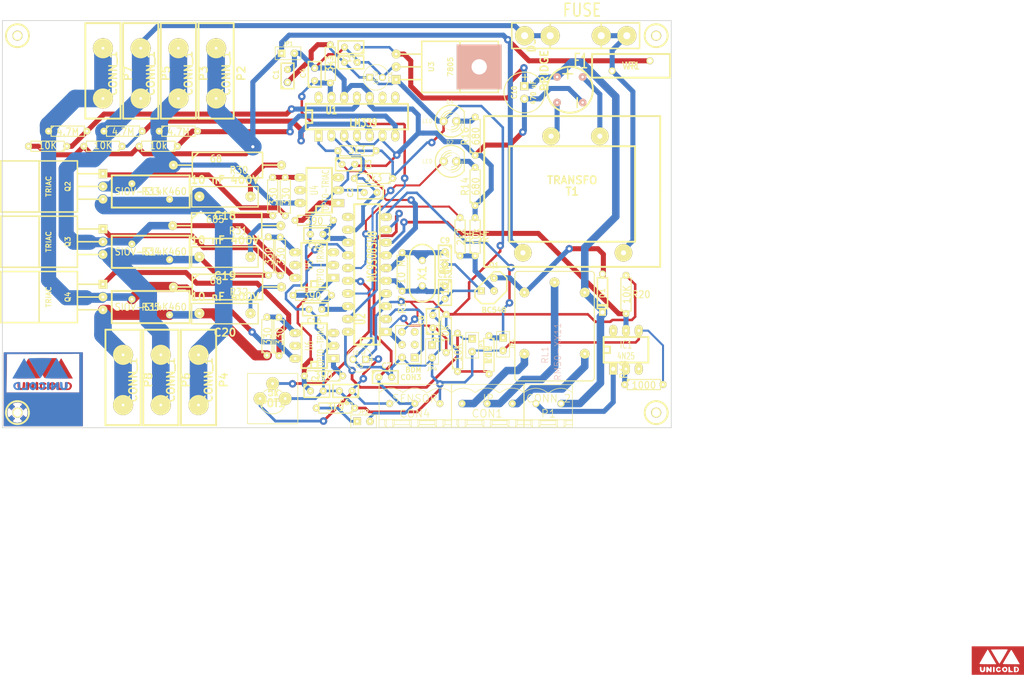
<source format=kicad_pcb>
(kicad_pcb (version 3) (host pcbnew "(2013-mar-13)-testing")
  (layers (15 F.Cu signal) (0 B.Cu signal) (18 B.Paste user) (19 F.Paste user) (20 B.SilkS user) (21 F.SilkS user) (22 B.Mask user) (23 F.Mask user) (28 Edge.Cuts user))
  (net 0 "")
  (net 1 /Alarma)
  (net 2 /BDM)
  (net 3 /EXTAL)
  (net 4 /GM)
  (net 5 /IC)
  (net 6 /In_R)
  (net 7 /In_S)
  (net 8 /In_T)
  (net 9 /Led1)
  (net 10 /N)
  (net 11 /OPT1)
  (net 12 /OPT2)
  (net 13 /OPT3)
  (net 14 /RC)
  (net 15 /RESET)
  (net 16 /SC)
  (net 17 /TC)
  (net 18 /Temp)
  (net 19 /VO)
  (net 20 /XTAL)
  (net 21 /c_Flash)
  (net 22 /out_R)
  (net 23 /out_S)
  (net 24 /out_T)
  (net 25 /select)
  (net 26 /sensor)
  (net 27 /vreg)
  (net 28 GND)
  (net 29 N-000001)
  (net 30 N-0000010)
  (net 31 N-0000012)
  (net 32 N-000002)
  (net 33 N-0000023)
  (net 34 N-0000024)
  (net 35 N-000003)
  (net 36 N-0000030)
  (net 37 N-0000031)
  (net 38 N-0000032)
  (net 39 N-0000037)
  (net 40 N-0000038)
  (net 41 N-0000039)
  (net 42 N-000004)
  (net 43 N-0000040)
  (net 44 N-0000041)
  (net 45 N-0000042)
  (net 46 N-0000043)
  (net 47 N-0000044)
  (net 48 N-0000045)
  (net 49 N-0000047)
  (net 50 N-0000048)
  (net 51 N-0000053)
  (net 52 N-000006)
  (net 53 N-0000061)
  (net 54 N-0000062)
  (net 55 N-0000063)
  (net 56 N-0000064)
  (net 57 N-0000065)
  (net 58 N-0000066)
  (net 59 N-0000067)
  (net 60 N-0000068)
  (net 61 N-000007)
  (net 62 N-0000071)
  (net 63 N-0000072)
  (net 64 N-000008)
  (net 65 N-000009)
  (module CVAR3X2 (layer F.Cu) (at 135.7376 134.2136)
    (fp_text reference POT1 (at 0 0.889) (layer F.SilkS) (effects (font (size 1.524 1.27) (thickness 0.3048))))
    (fp_text value 5k (at 0.127 -1.27) (layer F.SilkS) (effects (font (size 1.524 1.27) (thickness 0.3048))))
    (pad 1 thru_hole circle (at 0 -3) (size 2.54 2.54) (drill 0.55) (layers *.Cu *.Mask F.SilkS) (net 18 /Temp))
    (pad 2 thru_hole circle (at 2.5 0) (size 2.54 2.54) (drill 0.55) (layers *.Cu *.Mask F.SilkS) (net 28 GND))
    (pad 3 thru_hole circle (at -2.5 0) (size 2.54 2.54) (drill 0.55) (layers *.Cu *.Mask F.SilkS) (net 27 /vreg))
  )
  (module C1 (layer F.Cu) (at 167.5892 118.872 90)
    (fp_text reference C8 (at 0.254 -2.286 90) (layer F.SilkS) (effects (font (size 1.016 1.016) (thickness 0.2032))))
    (fp_text value "C0.1 uF" hide)
    (pad 1 thru_hole circle (at -1.27 0 90) (size 1.397 1.397) (drill 0.5) (layers *.Cu *.Mask F.SilkS) (net 15 /RESET))
    (pad 2 thru_hole circle (at 1.27 0 90) (size 1.397 1.397) (drill 0.5) (layers *.Cu *.Mask F.SilkS) (net 28 GND))
  )
  (module C1V5 (layer F.Cu) (at 153 126.4 180)
    (fp_text reference C5 (at 0 -1.26746 180) (layer F.SilkS) (effects (font (size 0.762 0.762) (thickness 0.127))))
    (fp_text value "10 uF" (at 0 1.27 180) (layer F.SilkS) (effects (font (size 0.762 0.635) (thickness 0.127))))
    (fp_text user + (at -2.286 0 180) (layer F.SilkS) (effects (font (size 0.762 0.762) (thickness 0.2032))))
    (pad 1 thru_hole rect (at -1.27 0 180) (size 1.397 1.397) (drill 0.8128) (layers *.Cu *.Mask F.SilkS) (net 27 /vreg))
    (pad 2 thru_hole circle (at 1.27 0 180) (size 1.397 1.397) (drill 0.8128) (layers *.Cu *.Mask F.SilkS) (net 28 GND))
  )
  (module PHOENIX_MSTBA2,54-G_3 (layer F.Cu) (at 164 135.2 180)
    (fp_text reference CON4 (at 0 -2 180) (layer F.SilkS))
    (fp_text value SENSOR (at 0 1 180) (layer F.SilkS))
    (pad 1 thru_hole circle (at -5 0 180) (size 1.397 1.397) (drill 0.55) (layers *.Cu *.Mask F.SilkS) (net 28 GND))
    (pad 2 thru_hole circle (at 0 0 180) (size 1.397 1.397) (drill 0.55) (layers *.Cu *.Mask F.SilkS) (net 26 /sensor))
    (pad 3 thru_hole circle (at 5 0 180) (size 1.397 1.397) (drill 0.55) (layers *.Cu *.Mask F.SilkS) (net 27 /vreg))
  )
  (module PHOENIX_MSTBA2,54-G_2 (layer F.Cu) (at 190.6 135.2 180)
    (fp_text reference P1 (at 0 -2 180) (layer F.SilkS))
    (fp_text value CONN_2 (at 0 1 180) (layer F.SilkS))
    (pad 1 thru_hole circle (at -2.5 0 180) (size 1.397 1.397) (drill 0.8128) (layers *.Cu *.Mask F.SilkS) (net 19 /VO))
    (pad 2 thru_hole circle (at 2.5 0 180) (size 1.397 1.397) (drill 0.8128) (layers *.Cu *.Mask F.SilkS) (net 37 N-0000031))
  )
  (module PHOENIX_MSTBA2,54-G_3 (layer F.Cu) (at 178.4 135.2 180)
    (fp_text reference CON1 (at 0 -2 180) (layer F.SilkS))
    (fp_text value JP (at 0 1 180) (layer F.SilkS))
    (pad 1 thru_hole circle (at -5 0 180) (size 1.397 1.397) (drill 0.55) (layers *.Cu *.Mask F.SilkS) (net 41 N-0000039))
    (pad 2 thru_hole circle (at 0 0 180) (size 1.397 1.397) (drill 0.55) (layers *.Cu *.Mask F.SilkS) (net 45 N-0000042))
    (pad 3 thru_hole circle (at 5 0 180) (size 1.397 1.397) (drill 0.55) (layers *.Cu *.Mask F.SilkS) (net 43 N-0000040))
  )
  (module TO220 (layer F.Cu) (at 102 92 180)
    (fp_text reference Q2 (at 6.985 0 270) (layer F.SilkS) (effects (font (size 1.016 1.016) (thickness 0.2032))))
    (fp_text value TRIAC (at 10.795 0 270) (layer F.SilkS) (effects (font (size 1.016 1.016) (thickness 0.2032))))
    (pad 1 thru_hole rect (at 0 2.54 180) (size 1.778 1.778) (drill 0.55) (layers *.Cu *.Mask F.SilkS) (net 48 N-0000045))
    (pad 2 thru_hole circle (at 0 -2.54 180) (size 1.778 1.778) (drill 0.55) (layers *.Cu *.Mask F.SilkS) (net 22 /out_R))
    (pad 3 thru_hole circle (at 0 0 180) (size 1.778 1.778) (drill 0.55) (layers *.Cu *.Mask F.SilkS) (net 6 /In_R))
  )
  (module TO220 (layer F.Cu) (at 102 103 180)
    (fp_text reference Q3 (at 6.985 0 270) (layer F.SilkS) (effects (font (size 1.016 1.016) (thickness 0.2032))))
    (fp_text value TRIAC (at 10.795 0 270) (layer F.SilkS) (effects (font (size 1.016 1.016) (thickness 0.2032))))
    (pad 1 thru_hole rect (at 0 2.54 180) (size 1.778 1.778) (drill 0.55) (layers *.Cu *.Mask F.SilkS) (net 51 N-0000053))
    (pad 2 thru_hole circle (at 0 -2.54 180) (size 1.778 1.778) (drill 0.55) (layers *.Cu *.Mask F.SilkS) (net 23 /out_S))
    (pad 3 thru_hole circle (at 0 0 180) (size 1.778 1.778) (drill 0.55) (layers *.Cu *.Mask F.SilkS) (net 7 /In_S))
  )
  (module TO220 (layer F.Cu) (at 102 114 180)
    (fp_text reference Q4 (at 6.985 0 270) (layer F.SilkS) (effects (font (size 1.016 1.016) (thickness 0.2032))))
    (fp_text value TRIAC (at 10.795 0 270) (layer F.SilkS) (effects (font (size 1.016 1.016) (thickness 0.2032))))
    (pad 1 thru_hole rect (at 0 2.54 180) (size 1.778 1.778) (drill 0.55) (layers *.Cu *.Mask F.SilkS) (net 49 N-0000047))
    (pad 2 thru_hole circle (at 0 -2.54 180) (size 1.778 1.778) (drill 0.55) (layers *.Cu *.Mask F.SilkS) (net 24 /out_T))
    (pad 3 thru_hole circle (at 0 0 180) (size 1.778 1.778) (drill 0.55) (layers *.Cu *.Mask F.SilkS) (net 8 /In_T))
  )
  (module 1pin (layer F.Cu) (at 85 137)
    (fp_text reference agu1 hide)
    (fp_text value P*** hide)
    (pad 1 thru_hole circle (at 0 0) (size 2 2) (drill 1.5) (layers *.Cu *.Mask F.SilkS))
  )
  (module 1pin (layer F.Cu) (at 212 137)
    (fp_text reference agu2 hide)
    (fp_text value P*** hide)
    (pad 1 thru_hole circle (at 0 0) (size 2 2) (drill 1.5) (layers *.Cu *.Mask F.SilkS))
  )
  (module 1pin (layer F.Cu) (at 212 62)
    (fp_text reference agu3 hide)
    (fp_text value P*** hide)
    (pad 1 thru_hole circle (at 0 0) (size 2 2) (drill 1.5) (layers *.Cu *.Mask F.SilkS))
  )
  (module 1pin (layer F.Cu) (at 85 62)
    (fp_text reference agu4 hide)
    (fp_text value P*** hide)
    (pad 1 thru_hole circle (at 0 0) (size 2 2) (drill 1.5) (layers *.Cu *.Mask F.SilkS))
  )
  (module LOGO (layer B.Cu) (at 279.9 186.3)
    (fp_text reference G*** hide)
    (fp_text value LOGO hide)
    (fp_poly (pts (xy 5.25018 2.87782) (xy 4.41198 2.87782) (xy 4.41198 0.762) (xy 4.13258 0.27178) (xy 3.70586 -0.47244) (xy 3.35534 -1.07188) (xy 3.08356 -1.53162) (xy 2.88544 -1.8542) (xy 2.7559 -2.04978) (xy 2.69494 -2.11582) (xy 2.6416 -2.04724) (xy 2.51714 -1.85928) (xy 2.34442 -1.57988) (xy 2.1336 -1.23444) (xy 2.00406 -1.01854) (xy 2.00406 -2.1717) (xy 2.00406 -2.17424) (xy 1.91262 -2.18186) (xy 1.67894 -2.18948) (xy 1.32842 -2.18948) (xy 0.889 -2.18948) (xy 0.38354 -2.1844) (xy 0.30988 -2.1844) (xy -1.34874 -2.159) (xy -0.52578 -0.74422) (xy -0.26924 -0.3048) (xy -0.04064 0.07874) (xy 0.14732 0.38354) (xy 0.28194 0.58928) (xy 0.34544 0.6731) (xy 0.34798 0.67564) (xy 0.40386 0.60452) (xy 0.53086 0.41148) (xy 0.71374 0.11684) (xy 0.9398 -0.25908) (xy 1.1938 -0.69342) (xy 1.21666 -0.73152) (xy 1.47066 -1.17094) (xy 1.68656 -1.55702) (xy 1.85674 -1.8669) (xy 1.96596 -2.08026) (xy 2.00406 -2.1717) (xy 2.00406 -1.01854) (xy 1.905 -0.8509) (xy 1.67132 -0.4572) (xy 1.45034 -0.07874) (xy 1.25984 0.254) (xy 1.11506 0.51562) (xy 1.03124 0.67818) (xy 1.016 0.71628) (xy 1.09728 0.72898) (xy 1.3208 0.74168) (xy 1.6637 0.75184) (xy 2.10058 0.75692) (xy 2.60604 0.75946) (xy 2.71272 0.762) (xy 4.41198 0.762) (xy 4.41198 2.87782) (xy 4.22402 2.87782) (xy 4.22402 1.74498) (xy 4.14274 1.48844) (xy 4.09194 1.4224) (xy 3.87858 1.30048) (xy 3.58394 1.27) (xy 3.21818 1.27) (xy 3.21818 1.81864) (xy 3.21818 2.36982) (xy 3.57124 2.36982) (xy 3.86334 2.33172) (xy 4.07162 2.23266) (xy 4.07924 2.23012) (xy 4.20116 2.01676) (xy 4.22402 1.74498) (xy 4.22402 2.87782) (xy 3.048 2.87782) (xy 3.048 2.2479) (xy 2.96926 2.14884) (xy 2.77368 2.10058) (xy 2.60604 2.07264) (xy 2.51968 2.00152) (xy 2.48412 1.83642) (xy 2.47142 1.67132) (xy 2.44348 1.4224) (xy 2.39014 1.30048) (xy 2.28854 1.27) (xy 2.28092 1.27) (xy 2.19202 1.28778) (xy 2.14122 1.36652) (xy 2.1209 1.54686) (xy 2.11582 1.81864) (xy 2.11582 2.36982) (xy 2.58318 2.36982) (xy 2.86766 2.35712) (xy 3.01244 2.31394) (xy 3.048 2.2479) (xy 3.048 2.87782) (xy 1.9431 2.87782) (xy 1.9431 1.7526) (xy 1.88214 1.4986) (xy 1.81356 1.40208) (xy 1.59766 1.28778) (xy 1.34112 1.28778) (xy 1.09474 1.38176) (xy 0.91186 1.55194) (xy 0.84582 1.7653) (xy 0.89662 1.94056) (xy 1.01854 2.14122) (xy 1.02108 2.1463) (xy 1.25222 2.32664) (xy 1.52146 2.3622) (xy 1.77546 2.24536) (xy 1.79324 2.23012) (xy 1.91262 2.02184) (xy 1.9431 1.7526) (xy 1.9431 2.87782) (xy 0.67818 2.87782) (xy 0.67818 2.01676) (xy 0.61214 1.9558) (xy 0.46482 1.9558) (xy 0.31242 2.01422) (xy 0.26924 2.04724) (xy 0.14224 2.09042) (xy 0.02032 2.01168) (xy -0.05334 1.85928) (xy -0.04572 1.7018) (xy 0.05334 1.5748) (xy 0.20066 1.52146) (xy 0.32512 1.55956) (xy 0.35306 1.60528) (xy 0.43434 1.64084) (xy 0.50292 1.61036) (xy 0.57912 1.52654) (xy 0.5207 1.41224) (xy 0.51308 1.40208) (xy 0.32258 1.29032) (xy 0.0762 1.28524) (xy -0.1524 1.3843) (xy -0.21082 1.4351) (xy -0.2667 1.5367) (xy -0.2667 0.762) (xy -1.11506 -0.6985) (xy -1.37414 -1.14554) (xy -1.60274 -1.53924) (xy -1.78816 -1.85674) (xy -1.9177 -2.07518) (xy -1.97866 -2.17424) (xy -1.9812 -2.17678) (xy -2.02692 -2.11582) (xy -2.13868 -1.93294) (xy -2.30378 -1.65862) (xy -2.50698 -1.31826) (xy -2.72796 -0.93726) (xy -2.95402 -0.54864) (xy -3.16992 -0.17272) (xy -3.35788 0.15748) (xy -3.50266 0.4191) (xy -3.58902 0.58166) (xy -3.60172 0.61214) (xy -3.61188 0.66294) (xy -3.5814 0.70104) (xy -3.48996 0.72644) (xy -3.31724 0.74422) (xy -3.04038 0.75438) (xy -2.6416 0.75946) (xy -2.10058 0.75946) (xy -1.96342 0.762) (xy -0.2667 0.762) (xy -0.2667 1.5367) (xy -0.3429 1.67894) (xy -0.34544 1.92278) (xy -0.24638 2.14122) (xy -0.07112 2.2987) (xy 0.1524 2.36982) (xy 0.39116 2.31902) (xy 0.52324 2.23012) (xy 0.64262 2.0955) (xy 0.67818 2.01676) (xy 0.67818 2.87782) (xy 0.04318 2.87782) (xy -0.59182 2.87782) (xy -0.59182 1.81864) (xy -0.59944 1.52146) (xy -0.6223 1.35636) (xy -0.67564 1.2827) (xy -0.762 1.27) (xy -0.85344 1.28524) (xy -0.90424 1.36144) (xy -0.9271 1.53416) (xy -0.93218 1.81864) (xy -0.9271 2.11582) (xy -0.90424 2.28346) (xy -0.8509 2.35458) (xy -0.762 2.36982) (xy -0.67056 2.35204) (xy -0.61976 2.27584) (xy -0.5969 2.10312) (xy -0.59182 1.81864) (xy -0.59182 2.87782) (xy -1.18618 2.87782) (xy -1.18618 1.81864) (xy -1.19126 1.52146) (xy -1.21412 1.35636) (xy -1.26746 1.2827) (xy -1.35382 1.27) (xy -1.47574 1.30556) (xy -1.52146 1.44526) (xy -1.52654 1.54432) (xy -1.52654 1.81864) (xy -1.70434 1.54432) (xy -1.90246 1.32588) (xy -2.0828 1.27) (xy -2.19202 1.28016) (xy -2.25298 1.33604) (xy -2.28092 1.48082) (xy -2.286 1.74498) (xy -2.286 1.81864) (xy -2.28346 2.11582) (xy -2.2606 2.28092) (xy -2.2098 2.35204) (xy -2.1082 2.36982) (xy -2.07518 2.36982) (xy -1.9177 2.3368) (xy -1.86436 2.2098) (xy -1.85928 2.13614) (xy -1.85674 1.905) (xy -1.68402 2.13614) (xy -1.52146 2.29616) (xy -1.3589 2.36982) (xy -1.34874 2.36982) (xy -1.25984 2.3495) (xy -1.21158 2.26822) (xy -1.18872 2.08534) (xy -1.18618 1.81864) (xy -1.18618 2.87782) (xy -2.45618 2.87782) (xy -2.45618 1.75514) (xy -2.45618 1.67894) (xy -2.46634 1.43002) (xy -2.50444 1.3081) (xy -2.59334 1.27) (xy -2.62382 1.27) (xy -2.73812 1.30048) (xy -2.78638 1.4224) (xy -2.79654 1.5875) (xy -2.82956 1.89992) (xy -2.92354 2.07264) (xy -3.0734 2.09042) (xy -3.08102 2.08788) (xy -3.175 1.98628) (xy -3.21564 1.76022) (xy -3.21818 1.65354) (xy -3.22834 1.41224) (xy -3.27406 1.30048) (xy -3.37312 1.27) (xy -3.38582 1.27) (xy -3.48996 1.29032) (xy -3.54076 1.38684) (xy -3.556 1.59766) (xy -3.556 1.68656) (xy -3.52298 2.02184) (xy -3.43154 2.22758) (xy -3.42392 2.2352) (xy -3.21056 2.34442) (xy -2.93878 2.35966) (xy -2.68478 2.28346) (xy -2.61112 2.23012) (xy -2.49936 2.04978) (xy -2.45618 1.75514) (xy -2.45618 2.87782) (xy -5.16382 2.87782) (xy -5.16382 0.04064) (xy -5.16382 -2.794) (xy 0.04318 -2.794) (xy 5.25018 -2.794) (xy 5.25018 0.04064) (xy 5.25018 2.87782) (xy 5.25018 2.87782)) (layer F.Cu) (width 0.00254))
    (fp_poly (pts (xy 1.67132 1.83134) (xy 1.64338 1.92024) (xy 1.49606 2.07518) (xy 1.3462 2.06248) (xy 1.28778 2.01422) (xy 1.19634 1.83896) (xy 1.21158 1.65862) (xy 1.31826 1.55194) (xy 1.4859 1.55702) (xy 1.62052 1.67132) (xy 1.67132 1.83134) (xy 1.67132 1.83134)) (layer F.Cu) (width 0.00254))
    (fp_poly (pts (xy 3.95732 1.88468) (xy 3.84556 2.06756) (xy 3.69316 2.1844) (xy 3.60172 2.15392) (xy 3.56108 1.97358) (xy 3.556 1.81864) (xy 3.56362 1.56972) (xy 3.59918 1.46304) (xy 3.69316 1.46558) (xy 3.81508 1.52654) (xy 3.95478 1.67894) (xy 3.95732 1.88468) (xy 3.95732 1.88468)) (layer F.Cu) (width 0.00254))
  )
  (module C1 (layer F.Cu) (at 138.7 70 90)
    (fp_text reference C1 (at 0.254 -2.286 90) (layer F.SilkS) (effects (font (size 1.016 1.016) (thickness 0.2032))))
    (fp_text value 0.1uF hide)
    (pad 1 thru_hole circle (at -1.27 0 90) (size 1.397 1.397) (drill 0.5) (layers *.Cu *.Mask F.SilkS) (net 27 /vreg))
    (pad 2 thru_hole circle (at 1.27 0 90) (size 1.397 1.397) (drill 0.5) (layers *.Cu *.Mask F.SilkS) (net 28 GND))
  )
  (module C1 (layer F.Cu) (at 155.2 93.2 180)
    (fp_text reference C2 (at 4 0 450) (layer F.SilkS) (effects (font (size 1.016 1.016) (thickness 0.2032))))
    (fp_text value "10 nF" hide)
    (pad 1 thru_hole circle (at -1.27 0 180) (size 1.397 1.397) (drill 0.5) (layers *.Cu *.Mask F.SilkS) (net 16 /SC))
    (pad 2 thru_hole circle (at 1.27 0 180) (size 1.397 1.397) (drill 0.5) (layers *.Cu *.Mask F.SilkS) (net 28 GND))
  )
  (module C1 (layer F.Cu) (at 150.8 87.6)
    (fp_text reference C3 (at 4 0 270) (layer F.SilkS) (effects (font (size 1.016 1.016) (thickness 0.2032))))
    (fp_text value "10 nF" hide)
    (pad 1 thru_hole circle (at -1.27 0) (size 1.397 1.397) (drill 0.5) (layers *.Cu *.Mask F.SilkS) (net 14 /RC))
    (pad 2 thru_hole circle (at 1.27 0) (size 1.397 1.397) (drill 0.5) (layers *.Cu *.Mask F.SilkS) (net 28 GND))
  )
  (module C1 (layer F.Cu) (at 144.1 69.7 90)
    (fp_text reference C4 (at 0.254 -2.286 90) (layer F.SilkS) (effects (font (size 1.016 1.016) (thickness 0.2032))))
    (fp_text value "10 nF" hide)
    (pad 1 thru_hole circle (at -1.27 0 90) (size 1.397 1.397) (drill 0.5) (layers *.Cu *.Mask F.SilkS) (net 17 /TC))
    (pad 2 thru_hole circle (at 1.27 0 90) (size 1.397 1.397) (drill 0.5) (layers *.Cu *.Mask F.SilkS) (net 28 GND))
  )
  (module C1 (layer F.Cu) (at 150.2664 132.6896 180)
    (fp_text reference C6 (at 0.254 -2.286 180) (layer F.SilkS) (effects (font (size 1.016 1.016) (thickness 0.2032))))
    (fp_text value "0,1 uF" hide)
    (pad 1 thru_hole circle (at -1.27 0 180) (size 1.397 1.397) (drill 0.5) (layers *.Cu *.Mask F.SilkS) (net 27 /vreg))
    (pad 2 thru_hole circle (at 1.27 0 180) (size 1.397 1.397) (drill 0.5) (layers *.Cu *.Mask F.SilkS) (net 28 GND))
  )
  (module C1 (layer F.Cu) (at 158.1404 129.9464)
    (fp_text reference C7 (at 0.254 -2.286) (layer F.SilkS) (effects (font (size 1.016 1.016) (thickness 0.2032))))
    (fp_text value 0.1uF hide)
    (pad 1 thru_hole circle (at -1.27 0) (size 1.397 1.397) (drill 0.5) (layers *.Cu *.Mask F.SilkS) (net 26 /sensor))
    (pad 2 thru_hole circle (at 1.27 0) (size 1.397 1.397) (drill 0.5) (layers *.Cu *.Mask F.SilkS) (net 28 GND))
  )
  (module C1 (layer F.Cu) (at 170 106.25 270)
    (fp_text reference C9 (at -3.5 0 360) (layer F.SilkS) (effects (font (size 1.016 1.016) (thickness 0.2032))))
    (fp_text value "25 pF" hide)
    (pad 1 thru_hole circle (at -1.27 0 270) (size 1.397 1.397) (drill 0.5) (layers *.Cu *.Mask F.SilkS) (net 20 /XTAL))
    (pad 2 thru_hole circle (at 1.27 0 270) (size 1.397 1.397) (drill 0.5) (layers *.Cu *.Mask F.SilkS) (net 28 GND))
  )
  (module C1V8 (layer F.Cu) (at 185.8 73.3 270)
    (fp_text reference C10 (at 0 2.032 270) (layer F.SilkS) (effects (font (size 1.016 0.889) (thickness 0.2032))))
    (fp_text value "470 uF" (at 0 -1.77546 270) (layer F.SilkS) (effects (font (size 1.016 0.889) (thickness 0.2032))))
    (fp_text user + (at -3.04546 0 270) (layer F.SilkS) (effects (font (thickness 0.2032))))
    (pad 1 thru_hole rect (at -1.27 0 270) (size 1.651 1.651) (drill 0.8128) (layers *.Cu *.Mask F.SilkS) (net 19 /VO))
    (pad 2 thru_hole circle (at 1.27 0 270) (size 1.651 1.651) (drill 0.8128) (layers *.Cu *.Mask F.SilkS) (net 28 GND))
  )
  (module C1 (layer F.Cu) (at 151.3 64.3 180)
    (fp_text reference C11 (at 0.254 -2.286 180) (layer F.SilkS) (effects (font (size 1.016 1.016) (thickness 0.2032))))
    (fp_text value "0.33 uF" hide)
    (pad 1 thru_hole circle (at -1.27 0 180) (size 1.397 1.397) (drill 0.5) (layers *.Cu *.Mask F.SilkS) (net 19 /VO))
    (pad 2 thru_hole circle (at 1.27 0 180) (size 1.397 1.397) (drill 0.5) (layers *.Cu *.Mask F.SilkS) (net 28 GND))
  )
  (module C1 (layer F.Cu) (at 170 113.1 270)
    (fp_text reference C12 (at -3.5 0 540) (layer F.SilkS) (effects (font (size 1.016 1.016) (thickness 0.2032))))
    (fp_text value "25 pF" hide)
    (pad 1 thru_hole circle (at -1.27 0 270) (size 1.397 1.397) (drill 0.5) (layers *.Cu *.Mask F.SilkS) (net 3 /EXTAL))
    (pad 2 thru_hole circle (at 1.27 0 270) (size 1.397 1.397) (drill 0.5) (layers *.Cu *.Mask F.SilkS) (net 28 GND))
  )
  (module C1 (layer F.Cu) (at 151.3 67.3)
    (fp_text reference C13 (at -3.5 0 270) (layer F.SilkS) (effects (font (size 1.016 1.016) (thickness 0.2032))))
    (fp_text value "0.1 uF" hide)
    (pad 1 thru_hole circle (at -1.27 0) (size 1.397 1.397) (drill 0.5) (layers *.Cu *.Mask F.SilkS) (net 27 /vreg))
    (pad 2 thru_hole circle (at 1.27 0) (size 1.397 1.397) (drill 0.5) (layers *.Cu *.Mask F.SilkS) (net 28 GND))
  )
  (module C1 (layer F.Cu) (at 144.5 101.5 180)
    (fp_text reference C15 (at 0.254 -2.286 180) (layer F.SilkS) (effects (font (size 1.016 1.016) (thickness 0.2032))))
    (fp_text value "C0.1 uF" hide)
    (pad 1 thru_hole circle (at -1.27 0 180) (size 1.397 1.397) (drill 0.5) (layers *.Cu *.Mask F.SilkS) (net 11 /OPT1))
    (pad 2 thru_hole circle (at 1.27 0 180) (size 1.397 1.397) (drill 0.5) (layers *.Cu *.Mask F.SilkS) (net 28 GND))
  )
  (module C1 (layer F.Cu) (at 144.25 116.45 180)
    (fp_text reference C16 (at 0.254 -2.286 180) (layer F.SilkS) (effects (font (size 1.016 1.016) (thickness 0.2032))))
    (fp_text value "C0.1 uF" hide)
    (pad 1 thru_hole circle (at -1.27 0 180) (size 1.397 1.397) (drill 0.5) (layers *.Cu *.Mask F.SilkS) (net 12 /OPT2))
    (pad 2 thru_hole circle (at 1.27 0 180) (size 1.397 1.397) (drill 0.5) (layers *.Cu *.Mask F.SilkS) (net 28 GND))
  )
  (module pin_array_3x2 (layer F.Cu) (at 162.72 123.49 90)
    (fp_text reference CON3 (at -6.5 0.5 360) (layer F.SilkS) (effects (font (size 1.016 1.016) (thickness 0.2032))))
    (fp_text value BDM (at -5 1 180) (layer F.SilkS) (effects (font (size 1.016 1.016) (thickness 0.2032))))
    (pad 1 thru_hole rect (at -2.54 1.27 90) (size 1.524 1.524) (drill 0.55) (layers *.Cu *.Mask F.SilkS) (net 2 /BDM))
    (pad 2 thru_hole circle (at -2.54 -1.27 90) (size 1.524 1.524) (drill 0.55) (layers *.Cu *.Mask F.SilkS) (net 28 GND))
    (pad 3 thru_hole circle (at 0 1.27 90) (size 1.524 1.524) (drill 0.55) (layers *.Cu *.Mask F.SilkS) (net 60 N-0000068))
    (pad 4 thru_hole circle (at 0 -1.27 90) (size 1.524 1.524) (drill 0.55) (layers *.Cu *.Mask F.SilkS) (net 15 /RESET))
    (pad 5 thru_hole circle (at 2.54 1.27 90) (size 1.524 1.524) (drill 0.55) (layers *.Cu *.Mask F.SilkS) (net 59 N-0000067))
    (pad 6 thru_hole circle (at 2.54 -1.27 90) (size 1.524 1.524) (drill 0.55) (layers *.Cu *.Mask F.SilkS) (net 27 /vreg))
  )
  (module D3 (layer F.Cu) (at 201.3204 113.2332 270)
    (fp_text reference D1 (at 0 0 270) (layer F.SilkS) (effects (font (size 1.016 1.016) (thickness 0.2032))))
    (fp_text value 1N4148 hide)
    (pad 2 thru_hole rect (at 3.81 0 270) (size 1.397 1.397) (drill 0.8128) (layers *.Cu *.Mask F.SilkS) (net 19 /VO))
    (pad 1 thru_hole circle (at -3.81 0 270) (size 1.397 1.397) (drill 0.8128) (layers *.Cu *.Mask F.SilkS) (net 44 N-0000041))
  )
  (module LED-5MM (layer F.Cu) (at 171 87)
    (fp_text reference D2 (at 0 -3.81) (layer F.SilkS) (effects (font (size 0.762 0.762) (thickness 0.0889))))
    (fp_text value LED (at -4.5 0) (layer F.SilkS) (effects (font (size 0.762 0.762) (thickness 0.0889))))
    (pad 1 thru_hole circle (at -1.27 0) (size 1.6764 1.6764) (drill 0.8128) (layers *.Cu *.Mask F.SilkS) (net 9 /Led1))
    (pad 2 thru_hole circle (at 1.27 0) (size 1.6764 1.6764) (drill 0.8128) (layers *.Cu *.Mask F.SilkS) (net 36 N-0000030))
  )
  (module LED-5MM (layer F.Cu) (at 171 79)
    (fp_text reference D4 (at 0 -3.81) (layer F.SilkS) (effects (font (size 0.762 0.762) (thickness 0.0889))))
    (fp_text value LED (at -4.5 0) (layer F.SilkS) (effects (font (size 0.762 0.762) (thickness 0.0889))))
    (pad 1 thru_hole circle (at -1.27 0) (size 1.6764 1.6764) (drill 0.8128) (layers *.Cu *.Mask F.SilkS) (net 27 /vreg))
    (pad 2 thru_hole circle (at 1.27 0) (size 1.6764 1.6764) (drill 0.8128) (layers *.Cu *.Mask F.SilkS) (net 34 N-0000024))
  )
  (module FUSE5-20 (layer F.Cu) (at 196 62)
    (fp_text reference F1 (at 1.016 5.08) (layer F.SilkS) (effects (font (size 2.83464 1.59512) (thickness 0.3048))))
    (fp_text value FUSE (at 1.27 -5.08) (layer F.SilkS) (effects (font (size 2.54 2.032) (thickness 0.3048))))
    (pad 1 thru_hole circle (at -10.16 0) (size 3.81 3.81) (drill 1.397) (layers *.Cu *.Mask F.SilkS) (net 7 /In_S))
    (pad 1 thru_hole circle (at -5.08 0) (size 3.81 3.81) (drill 1.397) (layers *.Cu *.Mask F.SilkS) (net 7 /In_S))
    (pad 2 thru_hole circle (at 5.08 0) (size 3.81 3.81) (drill 1.397) (layers *.Cu *.Mask F.SilkS) (net 30 N-0000010))
    (pad 2 thru_hole circle (at 10.16 0) (size 3.81 3.81) (drill 1.397) (layers *.Cu *.Mask F.SilkS) (net 30 N-0000010))
  )
  (module DIP-6__300_ELL (layer F.Cu) (at 206 124.5)
    (fp_text reference IC1 (at 0 -1.016) (layer F.SilkS) (effects (font (size 1.524 1.016) (thickness 0.1524))))
    (fp_text value 4N25 (at 0 1.27) (layer F.SilkS) (effects (font (size 1.27 0.889) (thickness 0.1524))))
    (pad 1 thru_hole rect (at -2.54 3.81) (size 1.5748 2.286) (drill 0.8128) (layers *.Cu *.Mask F.SilkS) (net 37 N-0000031))
    (pad 2 thru_hole oval (at 0 3.81) (size 1.5748 2.286) (drill 0.55) (layers *.Cu *.Mask F.SilkS) (net 38 N-0000032))
    (pad 3 thru_hole oval (at 2.54 3.81) (size 1.5748 2.286) (drill 0.55) (layers *.Cu *.Mask F.SilkS))
    (pad 4 thru_hole oval (at 2.54 -3.81) (size 1.5748 2.286) (drill 0.55) (layers *.Cu *.Mask F.SilkS) (net 28 GND))
    (pad 5 thru_hole oval (at 0 -3.81) (size 1.5748 2.286) (drill 0.55) (layers *.Cu *.Mask F.SilkS) (net 4 /GM))
    (pad 6 thru_hole oval (at -2.54 -3.81) (size 1.5748 2.286) (drill 0.55) (layers *.Cu *.Mask F.SilkS) (net 58 N-0000066))
  )
  (module PIN_ARRAY_2X1 (layer F.Cu) (at 138.8 65.5)
    (fp_text reference JP1 (at 0 -1.905) (layer F.SilkS) (effects (font (size 0.762 0.762) (thickness 0.1524))))
    (fp_text value JUMPER hide)
    (pad 1 thru_hole rect (at -1.27 0) (size 1.524 1.524) (drill 0.55) (layers *.Cu *.Mask F.SilkS) (net 10 /N))
    (pad 2 thru_hole circle (at 1.27 0) (size 1.524 1.524) (drill 0.55) (layers *.Cu *.Mask F.SilkS) (net 28 GND))
  )
  (module PIN_ARRAY_2X1 (layer F.Cu) (at 153.8224 138.7348)
    (fp_text reference JP2 (at 0 -1.905) (layer F.SilkS) (effects (font (size 0.762 0.762) (thickness 0.1524))))
    (fp_text value JUMPER hide)
    (pad 1 thru_hole rect (at -1.27 0) (size 1.524 1.524) (drill 0.55) (layers *.Cu *.Mask F.SilkS) (net 33 N-0000023))
    (pad 2 thru_hole circle (at 1.27 0) (size 1.524 1.524) (drill 0.55) (layers *.Cu *.Mask F.SilkS) (net 26 /sensor))
  )
  (module PIN_ARRAY_2X1 (layer F.Cu) (at 175.4124 123.5964 270)
    (fp_text reference JP3 (at 0 -1.905 270) (layer F.SilkS) (effects (font (size 0.762 0.762) (thickness 0.1524))))
    (fp_text value JUMPER hide)
    (pad 1 thru_hole rect (at -1.27 0 270) (size 1.524 1.524) (drill 0.55) (layers *.Cu *.Mask F.SilkS) (net 25 /select))
    (pad 2 thru_hole circle (at 1.27 0 270) (size 1.524 1.524) (drill 0.55) (layers *.Cu *.Mask F.SilkS) (net 28 GND))
  )
  (module PIN_ARRAY_2X1 (layer F.Cu) (at 167.4368 124.8156 270)
    (fp_text reference JP4 (at 3.5 0 540) (layer F.SilkS) (effects (font (size 0.762 0.762) (thickness 0.1524))))
    (fp_text value JUMPER hide)
    (pad 1 thru_hole rect (at -1.27 0 270) (size 1.524 1.524) (drill 0.55) (layers *.Cu *.Mask F.SilkS) (net 15 /RESET))
    (pad 2 thru_hole circle (at 1.27 0 270) (size 1.524 1.524) (drill 0.55) (layers *.Cu *.Mask F.SilkS) (net 28 GND))
  )
  (module TO92-123 (layer F.Cu) (at 178.5 111.5 180)
    (fp_text reference Q1 (at -1.27 3.81 180) (layer F.SilkS) (effects (font (size 1.016 1.016) (thickness 0.2032))))
    (fp_text value BC548 (at -1.27 -5.08 180) (layer F.SilkS) (effects (font (size 1.016 1.016) (thickness 0.2032))))
    (pad 3 thru_hole rect (at 1.27 -1.27 180) (size 1.397 1.397) (drill 0.452) (layers *.Cu *.Mask F.SilkS) (net 28 GND))
    (pad 2 thru_hole circle (at -1.27 -1.27 180) (size 1.5 1.5) (drill 0.45) (layers *.Cu *.Mask F.SilkS) (net 46 N-0000043))
    (pad 1 thru_hole circle (at -1.27 1.27 180) (size 1.5 1.5) (drill 0.45) (layers *.Cu *.Mask F.SilkS) (net 44 N-0000041))
  )
  (module R3 (layer F.Cu) (at 173 102 90)
    (fp_text reference R1 (at 0 2 90) (layer F.SilkS) (effects (font (size 1.397 1.27) (thickness 0.2032))))
    (fp_text value 2k2 (at 0 0.127 90) (layer F.SilkS) (effects (font (size 1.397 1.27) (thickness 0.2032))))
    (pad 1 thru_hole circle (at -3.81 0 90) (size 1.397 1.397) (drill 0.55) (layers *.Cu *.Mask F.SilkS) (net 46 N-0000043))
    (pad 2 thru_hole circle (at 3.81 0 90) (size 1.397 1.397) (drill 0.55) (layers *.Cu *.Mask F.SilkS) (net 1 /Alarma))
  )
  (module R3 (layer F.Cu) (at 155.8 90.4 180)
    (fp_text reference R2 hide)
    (fp_text value 3k3 (at 0 0.127 180) (layer F.SilkS) (effects (font (size 1.397 1.27) (thickness 0.2032))))
    (pad 1 thru_hole circle (at -3.81 0 180) (size 1.397 1.397) (drill 0.55) (layers *.Cu *.Mask F.SilkS) (net 27 /vreg))
    (pad 2 thru_hole circle (at 3.81 0 180) (size 1.397 1.397) (drill 0.55) (layers *.Cu *.Mask F.SilkS) (net 16 /SC))
  )
  (module R3 (layer F.Cu) (at 152.5 84.9 180)
    (fp_text reference R3 hide)
    (fp_text value 3k3 (at 0 0.127 180) (layer F.SilkS) (effects (font (size 1.397 1.27) (thickness 0.2032))))
    (pad 1 thru_hole circle (at -3.81 0 180) (size 1.397 1.397) (drill 0.55) (layers *.Cu *.Mask F.SilkS) (net 27 /vreg))
    (pad 2 thru_hole circle (at 3.81 0 180) (size 1.397 1.397) (drill 0.55) (layers *.Cu *.Mask F.SilkS) (net 14 /RC))
  )
  (module R3 (layer F.Cu) (at 176 102 90)
    (fp_text reference R4 (at 0 2 90) (layer F.SilkS) (effects (font (size 1.397 1.27) (thickness 0.2032))))
    (fp_text value 10k (at 0 0.127 90) (layer F.SilkS) (effects (font (size 1.397 1.27) (thickness 0.2032))))
    (pad 1 thru_hole circle (at -3.81 0 90) (size 1.397 1.397) (drill 0.55) (layers *.Cu *.Mask F.SilkS) (net 46 N-0000043))
    (pad 2 thru_hole circle (at 3.81 0 90) (size 1.397 1.397) (drill 0.55) (layers *.Cu *.Mask F.SilkS) (net 28 GND))
  )
  (module R3 (layer F.Cu) (at 147.2 67.6 270)
    (fp_text reference R5 hide)
    (fp_text value 3k3 (at 0 0.127 270) (layer F.SilkS) (effects (font (size 1.397 1.27) (thickness 0.2032))))
    (pad 1 thru_hole circle (at -3.81 0 270) (size 1.397 1.397) (drill 0.55) (layers *.Cu *.Mask F.SilkS) (net 27 /vreg))
    (pad 2 thru_hole circle (at 3.81 0 270) (size 1.397 1.397) (drill 0.55) (layers *.Cu *.Mask F.SilkS) (net 17 /TC))
  )
  (module R3 (layer F.Cu) (at 117 81)
    (fp_text reference R6 hide)
    (fp_text value 4.7M (at 0 0.127) (layer F.SilkS) (effects (font (size 1.397 1.27) (thickness 0.2032))))
    (pad 1 thru_hole circle (at -3.81 0) (size 1.397 1.397) (drill 0.55) (layers *.Cu *.Mask F.SilkS) (net 6 /In_R))
    (pad 2 thru_hole circle (at 3.81 0) (size 1.397 1.397) (drill 0.55) (layers *.Cu *.Mask F.SilkS) (net 47 N-0000044))
  )
  (module R3 (layer F.Cu) (at 113 84 180)
    (fp_text reference R7 hide)
    (fp_text value 10k (at 0 0.127 180) (layer F.SilkS) (effects (font (size 1.397 1.27) (thickness 0.2032))))
    (pad 1 thru_hole circle (at -3.81 0 180) (size 1.397 1.397) (drill 0.55) (layers *.Cu *.Mask F.SilkS) (net 47 N-0000044))
    (pad 2 thru_hole circle (at 3.81 0 180) (size 1.397 1.397) (drill 0.55) (layers *.Cu *.Mask F.SilkS) (net 10 /N))
  )
  (module R3 (layer F.Cu) (at 106 81)
    (fp_text reference R8 hide)
    (fp_text value 4.7M (at 0 0.127) (layer F.SilkS) (effects (font (size 1.397 1.27) (thickness 0.2032))))
    (pad 1 thru_hole circle (at -3.81 0) (size 1.397 1.397) (drill 0.55) (layers *.Cu *.Mask F.SilkS) (net 7 /In_S))
    (pad 2 thru_hole circle (at 3.81 0) (size 1.397 1.397) (drill 0.55) (layers *.Cu *.Mask F.SilkS) (net 32 N-000002))
  )
  (module R3 (layer F.Cu) (at 102 84 180)
    (fp_text reference R9 hide)
    (fp_text value 10K (at 0 0.127 180) (layer F.SilkS) (effects (font (size 1.397 1.27) (thickness 0.2032))))
    (pad 1 thru_hole circle (at -3.81 0 180) (size 1.397 1.397) (drill 0.55) (layers *.Cu *.Mask F.SilkS) (net 32 N-000002))
    (pad 2 thru_hole circle (at 3.81 0 180) (size 1.397 1.397) (drill 0.55) (layers *.Cu *.Mask F.SilkS) (net 10 /N))
  )
  (module R3 (layer F.Cu) (at 95 81)
    (fp_text reference R10 hide)
    (fp_text value 4.7M (at 0 0.127) (layer F.SilkS) (effects (font (size 1.397 1.27) (thickness 0.2032))))
    (pad 1 thru_hole circle (at -3.81 0) (size 1.397 1.397) (drill 0.55) (layers *.Cu *.Mask F.SilkS) (net 8 /In_T))
    (pad 2 thru_hole circle (at 3.81 0) (size 1.397 1.397) (drill 0.55) (layers *.Cu *.Mask F.SilkS) (net 40 N-0000038))
  )
  (module R3 (layer F.Cu) (at 91 84 180)
    (fp_text reference R11 hide)
    (fp_text value 10K (at 0 0.127 180) (layer F.SilkS) (effects (font (size 1.397 1.27) (thickness 0.2032))))
    (pad 1 thru_hole circle (at -3.81 0 180) (size 1.397 1.397) (drill 0.55) (layers *.Cu *.Mask F.SilkS) (net 40 N-0000038))
    (pad 2 thru_hole circle (at 3.81 0 180) (size 1.397 1.397) (drill 0.55) (layers *.Cu *.Mask F.SilkS) (net 10 /N))
  )
  (module R3 (layer F.Cu) (at 148.2344 136.0932 180)
    (fp_text reference R12 hide)
    (fp_text value 3k9 (at 0 0.127 180) (layer F.SilkS) (effects (font (size 1.397 1.27) (thickness 0.2032))))
    (pad 1 thru_hole circle (at -3.81 0 180) (size 1.397 1.397) (drill 0.55) (layers *.Cu *.Mask F.SilkS) (net 28 GND))
    (pad 2 thru_hole circle (at 3.81 0 180) (size 1.397 1.397) (drill 0.55) (layers *.Cu *.Mask F.SilkS) (net 33 N-0000023))
  )
  (module R3 (layer F.Cu) (at 172.5 125 90)
    (fp_text reference R13 hide)
    (fp_text value 10K (at 0 0.127 90) (layer F.SilkS) (effects (font (size 1.397 1.27) (thickness 0.2032))))
    (pad 1 thru_hole circle (at -3.81 0 90) (size 1.397 1.397) (drill 0.55) (layers *.Cu *.Mask F.SilkS) (net 27 /vreg))
    (pad 2 thru_hole circle (at 3.81 0 90) (size 1.397 1.397) (drill 0.55) (layers *.Cu *.Mask F.SilkS) (net 25 /select))
  )
  (module R3 (layer F.Cu) (at 176 92 90)
    (fp_text reference R14 (at 0 -2 90) (layer F.SilkS) (effects (font (size 1.397 1.27) (thickness 0.2032))))
    (fp_text value 680 (at 0 0.127 90) (layer F.SilkS) (effects (font (size 1.397 1.27) (thickness 0.2032))))
    (pad 1 thru_hole circle (at -3.81 0 90) (size 1.397 1.397) (drill 0.55) (layers *.Cu *.Mask F.SilkS) (net 28 GND))
    (pad 2 thru_hole circle (at 3.81 0 90) (size 1.397 1.397) (drill 0.55) (layers *.Cu *.Mask F.SilkS) (net 36 N-0000030))
  )
  (module R3 (layer F.Cu) (at 170.25 121.25 270)
    (fp_text reference R15 (at 0 2 270) (layer F.SilkS) (effects (font (size 1.397 1.27) (thickness 0.2032))))
    (fp_text value 10K (at 0 0.127 270) (layer F.SilkS) (effects (font (size 1.397 1.27) (thickness 0.2032))))
    (pad 1 thru_hole circle (at -3.81 0 270) (size 1.397 1.397) (drill 0.55) (layers *.Cu *.Mask F.SilkS) (net 27 /vreg))
    (pad 2 thru_hole circle (at 3.81 0 270) (size 1.397 1.397) (drill 0.55) (layers *.Cu *.Mask F.SilkS) (net 15 /RESET))
  )
  (module R3 (layer F.Cu) (at 176 82 90)
    (fp_text reference R16 (at 0 -2 90) (layer F.SilkS) (effects (font (size 1.397 1.27) (thickness 0.2032))))
    (fp_text value 680 (at 0 0.127 90) (layer F.SilkS) (effects (font (size 1.397 1.27) (thickness 0.2032))))
    (pad 1 thru_hole circle (at -3.81 0 90) (size 1.397 1.397) (drill 0.55) (layers *.Cu *.Mask F.SilkS) (net 28 GND))
    (pad 2 thru_hole circle (at 3.81 0 90) (size 1.397 1.397) (drill 0.55) (layers *.Cu *.Mask F.SilkS) (net 34 N-0000024))
  )
  (module R3 (layer F.Cu) (at 161.5 109 270)
    (fp_text reference R17 (at 6.5 0 270) (layer F.SilkS) (effects (font (size 1.397 1.27) (thickness 0.2032))))
    (fp_text value "10 M" (at 0 0.127 270) (layer F.SilkS) (effects (font (size 1.397 1.27) (thickness 0.2032))))
    (pad 1 thru_hole circle (at -3.81 0 270) (size 1.397 1.397) (drill 0.55) (layers *.Cu *.Mask F.SilkS) (net 20 /XTAL))
    (pad 2 thru_hole circle (at 3.81 0 270) (size 1.397 1.397) (drill 0.55) (layers *.Cu *.Mask F.SilkS) (net 3 /EXTAL))
  )
  (module R3 (layer F.Cu) (at 209.55 131.4196)
    (fp_text reference R18 (at -4 -3 270) (layer F.SilkS) (effects (font (size 1.397 1.27) (thickness 0.2032))))
    (fp_text value 1000 (at 0 0.127) (layer F.SilkS) (effects (font (size 1.397 1.27) (thickness 0.2032))))
    (pad 1 thru_hole circle (at -3.81 0) (size 1.397 1.397) (drill 0.55) (layers *.Cu *.Mask F.SilkS) (net 38 N-0000032))
    (pad 2 thru_hole circle (at 3.81 0) (size 1.397 1.397) (drill 0.55) (layers *.Cu *.Mask F.SilkS) (net 28 GND))
  )
  (module R3 (layer F.Cu) (at 178.75 125.5 270)
    (fp_text reference R19 (at 0 0.127 270) (layer F.SilkS) (effects (font (size 1.397 1.27) (thickness 0.2032))))
    (fp_text value 10K (at 0 0.127 270) (layer F.SilkS) (effects (font (size 1.397 1.27) (thickness 0.2032))))
    (pad 1 thru_hole circle (at -3.81 0 270) (size 1.397 1.397) (drill 0.55) (layers *.Cu *.Mask F.SilkS) (net 21 /c_Flash))
    (pad 2 thru_hole circle (at 3.81 0 270) (size 1.397 1.397) (drill 0.55) (layers *.Cu *.Mask F.SilkS) (net 27 /vreg))
  )
  (module R3 (layer F.Cu) (at 206 113.5 90)
    (fp_text reference R20 (at 0 3 360) (layer F.SilkS) (effects (font (size 1.397 1.27) (thickness 0.2032))))
    (fp_text value 10K (at 0 0.127 90) (layer F.SilkS) (effects (font (size 1.397 1.27) (thickness 0.2032))))
    (pad 1 thru_hole circle (at -3.81 0 90) (size 1.397 1.397) (drill 0.55) (layers *.Cu *.Mask F.SilkS) (net 4 /GM))
    (pad 2 thru_hole circle (at 3.81 0 90) (size 1.397 1.397) (drill 0.55) (layers *.Cu *.Mask F.SilkS) (net 27 /vreg))
  )
  (module R3 (layer F.Cu) (at 144 98.75)
    (fp_text reference R21 hide)
    (fp_text value 390 (at 0 0.127) (layer F.SilkS) (effects (font (size 1.397 1.27) (thickness 0.2032))))
    (pad 1 thru_hole circle (at -3.81 0) (size 1.397 1.397) (drill 0.55) (layers *.Cu *.Mask F.SilkS) (net 65 N-000009))
    (pad 2 thru_hole circle (at 3.81 0) (size 1.397 1.397) (drill 0.55) (layers *.Cu *.Mask F.SilkS) (net 11 /OPT1))
  )
  (module R3 (layer F.Cu) (at 143.6 113.65)
    (fp_text reference R22 hide)
    (fp_text value 390 (at 0 0.127) (layer F.SilkS) (effects (font (size 1.397 1.27) (thickness 0.2032))))
    (pad 1 thru_hole circle (at -3.81 0) (size 1.397 1.397) (drill 0.55) (layers *.Cu *.Mask F.SilkS) (net 61 N-000007))
    (pad 2 thru_hole circle (at 3.81 0) (size 1.397 1.397) (drill 0.55) (layers *.Cu *.Mask F.SilkS) (net 12 /OPT2))
  )
  (module R3 (layer F.Cu) (at 145.8468 129.6924 180)
    (fp_text reference R23 hide)
    (fp_text value 390 (at 0 0.127 180) (layer F.SilkS) (effects (font (size 1.397 1.27) (thickness 0.2032))))
    (pad 1 thru_hole circle (at -3.81 0 180) (size 1.397 1.397) (drill 0.55) (layers *.Cu *.Mask F.SilkS) (net 52 N-000006))
    (pad 2 thru_hole circle (at 3.81 0 180) (size 1.397 1.397) (drill 0.55) (layers *.Cu *.Mask F.SilkS) (net 13 /OPT3))
  )
  (module R3 (layer F.Cu) (at 138.25 94 90)
    (fp_text reference R24 hide)
    (fp_text value 330 (at 0 0.127 90) (layer F.SilkS) (effects (font (size 1.397 1.27) (thickness 0.2032))))
    (pad 1 thru_hole circle (at -3.81 0 90) (size 1.397 1.397) (drill 0.55) (layers *.Cu *.Mask F.SilkS) (net 48 N-0000045))
    (pad 2 thru_hole circle (at 3.81 0 90) (size 1.397 1.397) (drill 0.55) (layers *.Cu *.Mask F.SilkS) (net 35 N-000003))
  )
  (module R3 (layer F.Cu) (at 135.75 94 90)
    (fp_text reference R25 hide)
    (fp_text value 330 (at 0 0.127 90) (layer F.SilkS) (effects (font (size 1.397 1.27) (thickness 0.2032))))
    (pad 1 thru_hole circle (at -3.81 0 90) (size 1.397 1.397) (drill 0.55) (layers *.Cu *.Mask F.SilkS) (net 22 /out_R))
    (pad 2 thru_hole circle (at 3.81 0 90) (size 1.397 1.397) (drill 0.55) (layers *.Cu *.Mask F.SilkS) (net 35 N-000003))
  )
  (module R3 (layer F.Cu) (at 137.25 105.9 90)
    (fp_text reference R26 hide)
    (fp_text value 330 (at 0 0.127 90) (layer F.SilkS) (effects (font (size 1.397 1.27) (thickness 0.2032))))
    (pad 1 thru_hole circle (at -3.81 0 90) (size 1.397 1.397) (drill 0.55) (layers *.Cu *.Mask F.SilkS) (net 51 N-0000053))
    (pad 2 thru_hole circle (at 3.81 0 90) (size 1.397 1.397) (drill 0.55) (layers *.Cu *.Mask F.SilkS) (net 53 N-0000061))
  )
  (module R3 (layer F.Cu) (at 134.9 105.85 90)
    (fp_text reference R27 hide)
    (fp_text value 330 (at 0 0.127 90) (layer F.SilkS) (effects (font (size 1.397 1.27) (thickness 0.2032))))
    (pad 1 thru_hole circle (at -3.81 0 90) (size 1.397 1.397) (drill 0.55) (layers *.Cu *.Mask F.SilkS) (net 23 /out_S))
    (pad 2 thru_hole circle (at 3.81 0 90) (size 1.397 1.397) (drill 0.55) (layers *.Cu *.Mask F.SilkS) (net 53 N-0000061))
  )
  (module R3 (layer F.Cu) (at 137 121.85 90)
    (fp_text reference R28 hide)
    (fp_text value 330 (at 0 0.127 90) (layer F.SilkS) (effects (font (size 1.397 1.27) (thickness 0.2032))))
    (pad 1 thru_hole circle (at -3.81 0 90) (size 1.397 1.397) (drill 0.55) (layers *.Cu *.Mask F.SilkS) (net 49 N-0000047))
    (pad 2 thru_hole circle (at 3.81 0 90) (size 1.397 1.397) (drill 0.55) (layers *.Cu *.Mask F.SilkS) (net 50 N-0000048))
  )
  (module R3 (layer F.Cu) (at 134.6 121.8 90)
    (fp_text reference R29 hide)
    (fp_text value 330 (at 0 0.127 90) (layer F.SilkS) (effects (font (size 1.397 1.27) (thickness 0.2032))))
    (pad 1 thru_hole circle (at -3.81 0 90) (size 1.397 1.397) (drill 0.55) (layers *.Cu *.Mask F.SilkS) (net 24 /out_T))
    (pad 2 thru_hole circle (at 3.81 0 90) (size 1.397 1.397) (drill 0.55) (layers *.Cu *.Mask F.SilkS) (net 50 N-0000048))
  )
  (module DIP-14__300_ELL (layer F.Cu) (at 152.5 78.1)
    (fp_text reference U1 (at -5.08 -1.27) (layer F.SilkS) (effects (font (size 1.524 1.143) (thickness 0.3048))))
    (fp_text value LM339 (at 1.27 1.27) (layer F.SilkS) (effects (font (size 1.524 1.143) (thickness 0.3048))))
    (pad 1 thru_hole rect (at -7.62 3.81) (size 1.5748 2.286) (drill 0.8128) (layers *.Cu *.Mask F.SilkS) (net 14 /RC))
    (pad 2 thru_hole oval (at -5.08 3.81) (size 1.5748 2.286) (drill 0.8128) (layers *.Cu *.Mask F.SilkS) (net 16 /SC))
    (pad 3 thru_hole oval (at -2.54 3.81) (size 1.5748 2.286) (drill 0.8128) (layers *.Cu *.Mask F.SilkS) (net 27 /vreg))
    (pad 4 thru_hole oval (at 0 3.81) (size 1.5748 2.286) (drill 0.8128) (layers *.Cu *.Mask F.SilkS) (net 28 GND))
    (pad 5 thru_hole oval (at 2.54 3.81) (size 1.5748 2.286) (drill 0.8128) (layers *.Cu *.Mask F.SilkS) (net 32 N-000002))
    (pad 6 thru_hole oval (at 5.08 3.81) (size 1.5748 2.286) (drill 0.8128) (layers *.Cu *.Mask F.SilkS) (net 28 GND))
    (pad 7 thru_hole oval (at 7.62 3.81) (size 1.5748 2.286) (drill 0.8128) (layers *.Cu *.Mask F.SilkS) (net 47 N-0000044))
    (pad 8 thru_hole oval (at 7.62 -3.81) (size 1.5748 2.286) (drill 0.8128) (layers *.Cu *.Mask F.SilkS))
    (pad 9 thru_hole oval (at 5.08 -3.81) (size 1.5748 2.286) (drill 0.8128) (layers *.Cu *.Mask F.SilkS))
    (pad 10 thru_hole oval (at 2.54 -3.81) (size 1.5748 2.286) (drill 0.8128) (layers *.Cu *.Mask F.SilkS) (net 28 GND))
    (pad 11 thru_hole oval (at 0 -3.81) (size 1.5748 2.286) (drill 0.8128) (layers *.Cu *.Mask F.SilkS) (net 40 N-0000038))
    (pad 12 thru_hole oval (at -2.54 -3.81) (size 1.5748 2.286) (drill 0.8128) (layers *.Cu *.Mask F.SilkS) (net 28 GND))
    (pad 13 thru_hole oval (at -5.08 -3.81) (size 1.5748 2.286) (drill 0.8128) (layers *.Cu *.Mask F.SilkS) (net 17 /TC))
    (pad 14 thru_hole oval (at -7.62 -3.81) (size 1.5748 2.286) (drill 0.8128) (layers *.Cu *.Mask F.SilkS))
  )
  (module DIP-20__300_ELL (layer F.Cu) (at 154.5 109.5 90)
    (fp_text reference U2 (at -8.89 -1.27 90) (layer F.SilkS) (effects (font (size 1.778 1.143) (thickness 0.3048))))
    (fp_text value MC9S08SH8 (at 3.556 1.016 90) (layer F.SilkS) (effects (font (size 1.778 1.143) (thickness 0.3048))))
    (pad 1 thru_hole rect (at -11.43 3.81 90) (size 1.5748 2.286) (drill 0.8128) (layers *.Cu *.Mask F.SilkS) (net 15 /RESET))
    (pad 2 thru_hole oval (at -8.89 3.81 90) (size 1.5748 2.286) (drill 0.55) (layers *.Cu *.Mask F.SilkS) (net 2 /BDM))
    (pad 3 thru_hole oval (at -6.35 3.81 90) (size 1.5748 2.286) (drill 0.55) (layers *.Cu *.Mask F.SilkS) (net 27 /vreg))
    (pad 4 thru_hole oval (at -3.81 3.81 90) (size 1.5748 2.286) (drill 0.55) (layers *.Cu *.Mask F.SilkS) (net 28 GND))
    (pad 5 thru_hole oval (at -1.27 3.81 90) (size 1.5748 2.286) (drill 0.55) (layers *.Cu *.Mask F.SilkS) (net 3 /EXTAL))
    (pad 6 thru_hole oval (at 1.27 3.81 90) (size 1.5748 2.286) (drill 0.55) (layers *.Cu *.Mask F.SilkS) (net 20 /XTAL))
    (pad 7 thru_hole oval (at 3.81 3.81 90) (size 1.5748 2.286) (drill 0.55) (layers *.Cu *.Mask F.SilkS) (net 14 /RC))
    (pad 8 thru_hole oval (at 6.35 3.81 90) (size 1.5748 2.286) (drill 0.55) (layers *.Cu *.Mask F.SilkS) (net 4 /GM))
    (pad 9 thru_hole oval (at 8.89 3.81 90) (size 1.5748 2.286) (drill 0.55) (layers *.Cu *.Mask F.SilkS) (net 26 /sensor))
    (pad 10 thru_hole oval (at 11.43 3.81 90) (size 1.5748 2.286) (drill 0.55) (layers *.Cu *.Mask F.SilkS) (net 21 /c_Flash))
    (pad 11 thru_hole oval (at 11.43 -3.81 90) (size 1.5748 2.286) (drill 0.55) (layers *.Cu *.Mask F.SilkS) (net 5 /IC))
    (pad 12 thru_hole oval (at 8.89 -3.81 90) (size 1.5748 2.286) (drill 0.55) (layers *.Cu *.Mask F.SilkS) (net 16 /SC))
    (pad 13 thru_hole oval (at 6.35 -3.81 90) (size 1.5748 2.286) (drill 0.55) (layers *.Cu *.Mask F.SilkS) (net 11 /OPT1))
    (pad 14 thru_hole oval (at 3.81 -3.81 90) (size 1.5748 2.286) (drill 0.55) (layers *.Cu *.Mask F.SilkS) (net 13 /OPT3))
    (pad 15 thru_hole oval (at 1.27 -3.81 90) (size 1.5748 2.286) (drill 0.55) (layers *.Cu *.Mask F.SilkS) (net 1 /Alarma))
    (pad 16 thru_hole oval (at -1.27 -3.81 90) (size 1.5748 2.286) (drill 0.55) (layers *.Cu *.Mask F.SilkS) (net 18 /Temp))
    (pad 17 thru_hole oval (at -3.81 -3.81 90) (size 1.5748 2.286) (drill 0.55) (layers *.Cu *.Mask F.SilkS) (net 9 /Led1))
    (pad 18 thru_hole oval (at -6.35 -3.81 90) (size 1.5748 2.286) (drill 0.55) (layers *.Cu *.Mask F.SilkS) (net 12 /OPT2))
    (pad 19 thru_hole oval (at -8.89 -3.81 90) (size 1.5748 2.286) (drill 0.55) (layers *.Cu *.Mask F.SilkS) (net 17 /TC))
    (pad 20 thru_hole oval (at -11.43 -3.81 90) (size 1.5748 2.286) (drill 0.55) (layers *.Cu *.Mask F.SilkS) (net 25 /select))
  )
  (module TO220 (layer F.Cu) (at 160.3 68.2)
    (fp_text reference U3 (at 6.985 0 90) (layer F.SilkS) (effects (font (size 1.016 1.016) (thickness 0.2032))))
    (fp_text value 7805 (at 10.795 0 90) (layer F.SilkS) (effects (font (size 1.016 1.016) (thickness 0.2032))))
    (pad 1 thru_hole rect (at 0 2.54) (size 1.778 1.778) (drill 0.55) (layers *.Cu *.Mask F.SilkS) (net 27 /vreg))
    (pad 2 thru_hole circle (at 0 -2.54) (size 1.778 1.778) (drill 0.55) (layers *.Cu *.Mask F.SilkS) (net 19 /VO))
    (pad 3 thru_hole circle (at 0 0) (size 1.778 1.778) (drill 0.55) (layers *.Cu *.Mask F.SilkS) (net 28 GND))
    (pad 4 thru_hole rect (at 16.51 0) (size 8.89 8.89) (drill 3.048) (layers *.Cu *.SilkS *.Mask))
  )
  (module DIP-6__300_ELL (layer F.Cu) (at 145 92.75 90)
    (fp_text reference U4 (at 0 -1.016 90) (layer F.SilkS) (effects (font (size 1.524 1.016) (thickness 0.1524))))
    (fp_text value OPTO-TRIAC (at 0 1.27 90) (layer F.SilkS) (effects (font (size 1.27 0.889) (thickness 0.1524))))
    (pad 1 thru_hole rect (at -2.54 3.81 90) (size 1.5748 2.286) (drill 0.8128) (layers *.Cu *.Mask F.SilkS) (net 65 N-000009))
    (pad 2 thru_hole oval (at 0 3.81 90) (size 1.5748 2.286) (drill 0.55) (layers *.Cu *.Mask F.SilkS) (net 28 GND))
    (pad 3 thru_hole oval (at 2.54 3.81 90) (size 1.5748 2.286) (drill 0.55) (layers *.Cu *.Mask F.SilkS) (net 54 N-0000062))
    (pad 4 thru_hole oval (at 2.54 -3.81 90) (size 1.5748 2.286) (drill 0.55) (layers *.Cu *.Mask F.SilkS) (net 35 N-000003))
    (pad 5 thru_hole oval (at 0 -3.81 90) (size 1.5748 2.286) (drill 0.55) (layers *.Cu *.Mask F.SilkS) (net 55 N-0000063))
    (pad 6 thru_hole oval (at -2.54 -3.81 90) (size 1.5748 2.286) (drill 0.55) (layers *.Cu *.Mask F.SilkS) (net 6 /In_R))
  )
  (module DIP-6__300_ELL (layer F.Cu) (at 144 107.65 90)
    (fp_text reference U5 (at 0 -1.016 90) (layer F.SilkS) (effects (font (size 1.524 1.016) (thickness 0.1524))))
    (fp_text value OPTO-TRIAC (at 0 1.27 90) (layer F.SilkS) (effects (font (size 1.27 0.889) (thickness 0.1524))))
    (pad 1 thru_hole rect (at -2.54 3.81 90) (size 1.5748 2.286) (drill 0.8128) (layers *.Cu *.Mask F.SilkS) (net 61 N-000007))
    (pad 2 thru_hole oval (at 0 3.81 90) (size 1.5748 2.286) (drill 0.55) (layers *.Cu *.Mask F.SilkS) (net 28 GND))
    (pad 3 thru_hole oval (at 2.54 3.81 90) (size 1.5748 2.286) (drill 0.55) (layers *.Cu *.Mask F.SilkS) (net 62 N-0000071))
    (pad 4 thru_hole oval (at 2.54 -3.81 90) (size 1.5748 2.286) (drill 0.55) (layers *.Cu *.Mask F.SilkS) (net 53 N-0000061))
    (pad 5 thru_hole oval (at 0 -3.81 90) (size 1.5748 2.286) (drill 0.55) (layers *.Cu *.Mask F.SilkS) (net 63 N-0000072))
    (pad 6 thru_hole oval (at -2.54 -3.81 90) (size 1.5748 2.286) (drill 0.55) (layers *.Cu *.Mask F.SilkS) (net 7 /In_S))
  )
  (module DIP-6__300_ELL (layer F.Cu) (at 144.025 123.7 90)
    (fp_text reference U6 (at 0 -1.016 90) (layer F.SilkS) (effects (font (size 1.524 1.016) (thickness 0.1524))))
    (fp_text value OPTO-TRIAC (at 0 1.27 90) (layer F.SilkS) (effects (font (size 1.27 0.889) (thickness 0.1524))))
    (pad 1 thru_hole rect (at -2.54 3.81 90) (size 1.5748 2.286) (drill 0.8128) (layers *.Cu *.Mask F.SilkS) (net 52 N-000006))
    (pad 2 thru_hole oval (at 0 3.81 90) (size 1.5748 2.286) (drill 0.55) (layers *.Cu *.Mask F.SilkS) (net 28 GND))
    (pad 3 thru_hole oval (at 2.54 3.81 90) (size 1.5748 2.286) (drill 0.55) (layers *.Cu *.Mask F.SilkS) (net 56 N-0000064))
    (pad 4 thru_hole oval (at 2.54 -3.81 90) (size 1.5748 2.286) (drill 0.55) (layers *.Cu *.Mask F.SilkS) (net 50 N-0000048))
    (pad 5 thru_hole oval (at 0 -3.81 90) (size 1.5748 2.286) (drill 0.55) (layers *.Cu *.Mask F.SilkS) (net 57 N-0000065))
    (pad 6 thru_hole oval (at -2.54 -3.81 90) (size 1.5748 2.286) (drill 0.55) (layers *.Cu *.Mask F.SilkS) (net 8 /In_T))
  )
  (module HC-49V (layer F.Cu) (at 165.5 109.25 270)
    (fp_text reference X1 (at 0 0 270) (layer F.SilkS) (effects (font (thickness 0.3048))))
    (fp_text value "12 MHZ" (at 0 -4.5 270) (layer F.SilkS) (effects (font (thickness 0.3048))))
    (pad 1 thru_hole circle (at -2.54 0 270) (size 1.4224 1.4224) (drill 0.762) (layers *.Cu *.Mask F.SilkS) (net 20 /XTAL))
    (pad 2 thru_hole circle (at 2.54 0 270) (size 1.4224 1.4224) (drill 0.762) (layers *.Cu *.Mask F.SilkS) (net 3 /EXTAL))
  )
  (module RPOT (layer F.Cu) (at 126.75 87.75)
    (fp_text reference R30 (at 2.286 1.016) (layer F.SilkS) (effects (font (size 1.397 1.27) (thickness 0.2032))))
    (fp_text value 68 (at -2.286 -1.27) (layer F.SilkS) (effects (font (size 1.397 1.27) (thickness 0.2032))))
    (pad 1 thru_hole circle (at -10.75 0) (size 1.778 1.778) (drill 0.55) (layers *.Cu *.Mask F.SilkS) (net 6 /In_R))
    (pad 2 thru_hole circle (at 10.75 0) (size 1.778 1.778) (drill 0.55) (layers *.Cu *.Mask F.SilkS) (net 42 N-000004))
  )
  (module RPOT (layer F.Cu) (at 126.6 99.8)
    (fp_text reference R31 (at 2.286 1.016) (layer F.SilkS) (effects (font (size 1.397 1.27) (thickness 0.2032))))
    (fp_text value 685 (at -2.286 -1.27) (layer F.SilkS) (effects (font (size 1.397 1.27) (thickness 0.2032))))
    (pad 1 thru_hole circle (at -10.75 0) (size 1.778 1.778) (drill 0.55) (layers *.Cu *.Mask F.SilkS) (net 7 /In_S))
    (pad 2 thru_hole circle (at 10.75 0) (size 1.778 1.778) (drill 0.55) (layers *.Cu *.Mask F.SilkS) (net 29 N-000001))
  )
  (module RPOT (layer F.Cu) (at 126.75 112)
    (fp_text reference R32 (at 2.286 1.016) (layer F.SilkS) (effects (font (size 1.397 1.27) (thickness 0.2032))))
    (fp_text value 68 (at -2.286 -1.27) (layer F.SilkS) (effects (font (size 1.397 1.27) (thickness 0.2032))))
    (pad 1 thru_hole circle (at -10.75 0) (size 1.778 1.778) (drill 0.55) (layers *.Cu *.Mask F.SilkS) (net 8 /In_T))
    (pad 2 thru_hole circle (at 10.75 0) (size 1.778 1.778) (drill 0.55) (layers *.Cu *.Mask F.SilkS) (net 31 N-0000012))
  )
  (module Bridge-rond (layer F.Cu) (at 192.3 75.3 90)
    (fp_text reference D3 (at 11.43 -5.08 90) (layer F.SilkS) (effects (font (thickness 0.3048))))
    (fp_text value BRIDGE (at 6.35 -2.54 90) (layer F.SilkS) (effects (font (thickness 0.3048))))
    (fp_text user + (at 5.715 1.905 90) (layer F.SilkS) (effects (font (size 2.54 2.54) (thickness 0.3048))))
    (fp_text user - (at 0 3.81 90) (layer F.SilkS) (effects (font (size 2.54 2.54) (thickness 0.3048))))
    (pad 1 thru_hole circle (at 0 5.08 90) (size 1.524 1.524) (drill 0.508) (layers *.Cu *.SilkS *.Mask) (net 28 GND))
    (pad 2 thru_hole circle (at 5.08 5.08 90) (size 1.524 1.524) (drill 0.508) (layers *.Cu *.SilkS *.Mask) (net 64 N-000008))
    (pad 3 thru_hole circle (at 5.08 0 90) (size 1.524 1.524) (drill 0.508) (layers *.Cu *.SilkS *.Mask) (net 19 /VO))
    (pad 4 thru_hole circle (at 0 0 90) (size 1.524 1.524) (drill 0.508) (layers *.Cu *.SilkS *.Mask) (net 39 N-0000037))
  )
  (module CON_40mm_1 (layer F.Cu) (at 124.5 69 180)
    (fp_text reference P2 (at -5 -0.5 270) (layer F.SilkS) (effects (font (thickness 0.3048))))
    (fp_text value CONN_1 (at -2 -0.5 270) (layer F.SilkS) (effects (font (thickness 0.3048))))
    (pad 1 thru_hole circle (at 0 4.5 180) (size 4 4) (drill 0.55) (layers *.Cu *.Mask F.SilkS) (net 10 /N))
    (pad 2 thru_hole circle (at 0 -5.5 180) (size 4 4) (drill 0.55) (layers *.Cu *.Mask F.SilkS) (net 10 /N))
  )
  (module CON_40mm_1 (layer F.Cu) (at 117 69 180)
    (fp_text reference P3 (at -5 -0.5 270) (layer F.SilkS) (effects (font (thickness 0.3048))))
    (fp_text value CONN_1 (at -2 -0.5 270) (layer F.SilkS) (effects (font (thickness 0.3048))))
    (pad 1 thru_hole circle (at 0 4.5 180) (size 4 4) (drill 0.55) (layers *.Cu *.Mask F.SilkS) (net 6 /In_R))
    (pad 2 thru_hole circle (at 0 -5.5 180) (size 4 4) (drill 0.55) (layers *.Cu *.Mask F.SilkS) (net 6 /In_R))
  )
  (module CON_40mm_1 (layer F.Cu) (at 121 130 180)
    (fp_text reference P4 (at -5 -0.5 270) (layer F.SilkS) (effects (font (thickness 0.3048))))
    (fp_text value CONN_1 (at -2 -0.5 270) (layer F.SilkS) (effects (font (thickness 0.3048))))
    (pad 1 thru_hole circle (at 0 4.5 180) (size 4 4) (drill 0.55) (layers *.Cu *.Mask F.SilkS) (net 22 /out_R))
    (pad 2 thru_hole circle (at 0 -5.5 180) (size 4 4) (drill 0.55) (layers *.Cu *.Mask F.SilkS) (net 22 /out_R))
  )
  (module CON_40mm_1 (layer F.Cu) (at 109.5 69 180)
    (fp_text reference P5 (at -5 -0.5 270) (layer F.SilkS) (effects (font (thickness 0.3048))))
    (fp_text value CONN_1 (at -2 -0.5 270) (layer F.SilkS) (effects (font (thickness 0.3048))))
    (pad 1 thru_hole circle (at 0 4.5 180) (size 4 4) (drill 0.55) (layers *.Cu *.Mask F.SilkS) (net 7 /In_S))
    (pad 2 thru_hole circle (at 0 -5.5 180) (size 4 4) (drill 0.55) (layers *.Cu *.Mask F.SilkS) (net 7 /In_S))
  )
  (module CON_40mm_1 (layer F.Cu) (at 113.5 130 180)
    (fp_text reference P6 (at -5 -0.5 270) (layer F.SilkS) (effects (font (thickness 0.3048))))
    (fp_text value CONN_1 (at -2 -0.5 270) (layer F.SilkS) (effects (font (thickness 0.3048))))
    (pad 1 thru_hole circle (at 0 4.5 180) (size 4 4) (drill 0.55) (layers *.Cu *.Mask F.SilkS) (net 23 /out_S))
    (pad 2 thru_hole circle (at 0 -5.5 180) (size 4 4) (drill 0.55) (layers *.Cu *.Mask F.SilkS) (net 23 /out_S))
  )
  (module CON_40mm_1 (layer F.Cu) (at 102 69 180)
    (fp_text reference P7 (at -5 -0.5 270) (layer F.SilkS) (effects (font (thickness 0.3048))))
    (fp_text value CONN_1 (at -2 -0.5 270) (layer F.SilkS) (effects (font (thickness 0.3048))))
    (pad 1 thru_hole circle (at 0 4.5 180) (size 4 4) (drill 0.55) (layers *.Cu *.Mask F.SilkS) (net 8 /In_T))
    (pad 2 thru_hole circle (at 0 -5.5 180) (size 4 4) (drill 0.55) (layers *.Cu *.Mask F.SilkS) (net 8 /In_T))
  )
  (module CON_40mm_1 (layer F.Cu) (at 106 130 180)
    (fp_text reference P8 (at -5 -0.5 270) (layer F.SilkS) (effects (font (thickness 0.3048))))
    (fp_text value CONN_1 (at -2 -0.5 270) (layer F.SilkS) (effects (font (thickness 0.3048))))
    (pad 1 thru_hole circle (at 0 4.5 180) (size 4 4) (drill 0.55) (layers *.Cu *.Mask F.SilkS) (net 24 /out_T))
    (pad 2 thru_hole circle (at 0 -5.5 180) (size 4 4) (drill 0.55) (layers *.Cu *.Mask F.SilkS) (net 24 /out_T))
  )
  (module SIOV-S14K460 (layer F.Cu) (at 111.5 105)
    (fp_text reference R34 (at 0 0) (layer F.SilkS) (effects (font (size 1.397 1.27) (thickness 0.2032))))
    (fp_text value SIOV-S14K460 (at 0 0) (layer F.SilkS) (effects (font (size 1.397 1.27) (thickness 0.2032))))
    (pad 1 thru_hole circle (at 3.74904 1.5494 180) (size 1.397 1.397) (drill 0.5) (layers *.Cu *.Mask F.SilkS) (net 23 /out_S))
    (pad 2 thru_hole circle (at -3.74904 -1.5494 180) (size 1.397 1.397) (drill 0.5) (layers *.Cu *.Mask F.SilkS) (net 7 /In_S))
  )
  (module SIOV-S14K460 (layer F.Cu) (at 111.5 116 180)
    (fp_text reference R35 (at 0 0 180) (layer F.SilkS) (effects (font (size 1.397 1.27) (thickness 0.2032))))
    (fp_text value SIOV-S14K460 (at 0 0 180) (layer F.SilkS) (effects (font (size 1.397 1.27) (thickness 0.2032))))
    (pad 1 thru_hole circle (at 3.74904 1.5494) (size 1.397 1.397) (drill 0.5) (layers *.Cu *.Mask F.SilkS) (net 8 /In_T))
    (pad 2 thru_hole circle (at -3.74904 -1.5494) (size 1.397 1.397) (drill 0.5) (layers *.Cu *.Mask F.SilkS) (net 24 /out_T))
  )
  (module relay-JS-M (layer F.Cu) (at 191.8 119.8 90)
    (fp_text reference RL1 (at -5.715 -1.905 90) (layer B.SilkS) (effects (font (size 1.27 1.27) (thickness 0.0889))))
    (fp_text value RM50-XX11 (at -5.08 0.635 90) (layer B.SilkS) (effects (font (size 1.27 1.27) (thickness 0.0889))))
    (pad 1 thru_hole circle (at 6.69798 -5.99948 90) (size 1.94818 1.94818) (drill 0.55) (layers *.Cu F.Paste F.SilkS F.Mask) (net 44 N-0000041))
    (pad 2 thru_hole circle (at 6.69798 5.99948 90) (size 1.94818 1.94818) (drill 0.55) (layers *.Cu F.Paste F.SilkS F.Mask) (net 19 /VO))
    (pad C thru_hole circle (at 8.6995 0 90) (size 1.94818 1.94818) (drill 0.55) (layers *.Cu F.Paste F.SilkS F.Mask) (net 45 N-0000042))
    (pad NC thru_hole circle (at -5.4991 5.99948 90) (size 1.94818 1.94818) (drill 0.55) (layers *.Cu F.Paste F.SilkS F.Mask) (net 41 N-0000039))
    (pad NO thru_hole circle (at -5.4991 -5.99948 90) (size 1.94818 1.94818) (drill 0.55) (layers *.Cu F.Paste F.SilkS F.Mask) (net 43 N-0000040))
  )
  (module SIOV-S14K230 (layer F.Cu) (at 207 68)
    (fp_text reference VR1 (at 0 0) (layer F.SilkS) (effects (font (size 1.397 1.27) (thickness 0.2032))))
    (fp_text value VR (at 0 0) (layer F.SilkS) (effects (font (size 1.397 1.27) (thickness 0.2032))))
    (pad 1 thru_hole circle (at -3.74904 1.00076) (size 1.397 1.397) (drill 0.8128) (layers *.Cu *.Mask F.SilkS) (net 30 N-0000010))
    (pad 2 thru_hole circle (at 3.74904 -1.00076) (size 1.397 1.397) (drill 0.8128) (layers *.Cu *.Mask F.SilkS) (net 10 /N))
  )
  (module SIOV-S14K460 (layer F.Cu) (at 111.5 93)
    (fp_text reference R33 (at 0 0) (layer F.SilkS) (effects (font (size 1.397 1.27) (thickness 0.2032))))
    (fp_text value SIOV-S14K460 (at 0 0) (layer F.SilkS) (effects (font (size 1.397 1.27) (thickness 0.2032))))
    (pad 1 thru_hole circle (at 3.74904 1.5494 180) (size 1.397 1.397) (drill 0.5) (layers *.Cu *.Mask F.SilkS) (net 22 /out_R))
    (pad 2 thru_hole circle (at -3.74904 -1.5494 180) (size 1.397 1.397) (drill 0.5) (layers *.Cu *.Mask F.SilkS) (net 6 /In_R))
  )
  (module TF30x35 (layer F.Cu) (at 195.3 93 180)
    (fp_text reference T1 (at 0 0 180) (layer F.SilkS) (effects (font (thickness 0.3048))))
    (fp_text value TRANSFO (at 0 2.25 180) (layer F.SilkS) (effects (font (thickness 0.3048))))
    (pad 1 thru_hole circle (at -5.5 11 180) (size 3.50012 3.50012) (drill 1) (layers *.Cu *.Mask F.SilkS) (net 64 N-000008))
    (pad 2 thru_hole circle (at 4.2 11 180) (size 3.50012 3.50012) (drill 1) (layers *.Cu *.Mask F.SilkS) (net 39 N-0000037))
    (pad 3 thru_hole circle (at 9.8 -12.2 180) (size 3.50012 3.50012) (drill 1) (layers *.Cu *.Mask F.SilkS) (net 10 /N))
    (pad 4 thru_hole circle (at -10.2 -12.2 180) (size 3.50012 3.50012) (drill 1) (layers *.Cu *.Mask F.SilkS) (net 30 N-0000010))
  )
  (module cnp_13x4mm (layer F.Cu) (at 126.25 94 180)
    (fp_text reference C18 (at 0 -3.81 180) (layer F.SilkS) (effects (font (thickness 0.3048))))
    (fp_text value "10 nF 400V" (at 0 3.302 180) (layer F.SilkS) (effects (font (thickness 0.3048))))
    (pad 1 thru_hole circle (at -5.08 0 180) (size 1.99898 1.99898) (drill 0.55) (layers *.Cu *.Mask F.SilkS) (net 42 N-000004))
    (pad 2 thru_hole circle (at 5.08 0 180) (size 1.99898 1.99898) (drill 0.55) (layers *.Cu *.Mask F.SilkS) (net 22 /out_R))
  )
  (module cnp_13x4mm (layer F.Cu) (at 126.25 106 180)
    (fp_text reference C19 (at 0 -3.81 180) (layer F.SilkS) (effects (font (thickness 0.3048))))
    (fp_text value "10 nF 400V" (at 0 3.302 180) (layer F.SilkS) (effects (font (thickness 0.3048))))
    (pad 1 thru_hole circle (at -5.08 0 180) (size 1.99898 1.99898) (drill 0.55) (layers *.Cu *.Mask F.SilkS) (net 29 N-000001))
    (pad 2 thru_hole circle (at 5.08 0 180) (size 1.99898 1.99898) (drill 0.55) (layers *.Cu *.Mask F.SilkS) (net 23 /out_S))
  )
  (module C1 (layer F.Cu) (at 144.526 132.6896)
    (fp_text reference C17 (at 0.254 -2.286) (layer F.SilkS) (effects (font (size 1.016 1.016) (thickness 0.2032))))
    (fp_text value "C0.1 uF" hide)
    (pad 1 thru_hole circle (at -1.27 0) (size 1.397 1.397) (drill 0.5) (layers *.Cu *.Mask F.SilkS) (net 13 /OPT3))
    (pad 2 thru_hole circle (at 1.27 0) (size 1.397 1.397) (drill 0.5) (layers *.Cu *.Mask F.SilkS) (net 28 GND))
  )
  (module cnp_13x4mm (layer F.Cu) (at 126.25 117.25 180)
    (fp_text reference C20 (at 0 -3.81 180) (layer F.SilkS) (effects (font (thickness 0.3048))))
    (fp_text value "10 nF 400V" (at 0 3.302 180) (layer F.SilkS) (effects (font (thickness 0.3048))))
    (pad 1 thru_hole circle (at -5.08 0 180) (size 1.99898 1.99898) (drill 0.55) (layers *.Cu *.Mask F.SilkS) (net 31 N-0000012))
    (pad 2 thru_hole circle (at 5.08 0 180) (size 1.99898 1.99898) (drill 0.55) (layers *.Cu *.Mask F.SilkS) (net 24 /out_T))
  )
  (module C1V5 (layer F.Cu) (at 156.3 70.3)
    (fp_text reference C14 (at 3 0 270) (layer F.SilkS) (effects (font (size 0.762 0.762) (thickness 0.127))))
    (fp_text value "10 uF" (at 0 0 270) (layer F.SilkS) (effects (font (size 0.762 0.635) (thickness 0.127))))
    (fp_text user + (at -2.286 0) (layer F.SilkS) (effects (font (size 0.762 0.762) (thickness 0.2032))))
    (pad 1 thru_hole rect (at -1.27 0) (size 1.397 1.397) (drill 0.8128) (layers *.Cu *.Mask F.SilkS) (net 27 /vreg))
    (pad 2 thru_hole circle (at 1.27 0) (size 1.397 1.397) (drill 0.8128) (layers *.Cu *.Mask F.SilkS) (net 28 GND))
  )
  (module PIN_ARRAY_2X1 (layer F.Cu) (at 181.5592 123.3932 270)
    (fp_text reference JP4 (at 0 -1.905 270) (layer F.SilkS) (effects (font (size 0.762 0.762) (thickness 0.1524))))
    (fp_text value C_FLASH hide)
    (pad 1 thru_hole rect (at -1.27 0 270) (size 1.524 1.524) (drill 0.55) (layers *.Cu *.Mask F.SilkS) (net 21 /c_Flash))
    (pad 2 thru_hole circle (at 1.27 0 270) (size 1.524 1.524) (drill 0.55) (layers *.Cu *.Mask F.SilkS) (net 28 GND))
  )
  (module LOGO (layer F.Cu) (at 90 129.2)
    (fp_text reference G*** hide)
    (fp_text value LOGO hide)
    (fp_poly (pts (xy 7.239 -3.85318) (xy 0.0635 -3.83286) (xy -7.112 -3.81) (xy -7.13486 0.10668) (xy -7.15772 4.02082) (xy -7.17804 0.0635) (xy -7.19582 -3.89382) (xy 0.02032 -3.8735) (xy 7.239 -3.85318) (xy 7.239 -3.85318)) (layer F.Cu) (width 0.00254))
    (fp_poly (pts (xy 2.6797 2.4511) (xy 2.6416 2.7686) (xy 2.49682 3.04038) (xy 2.27838 3.2258) (xy 2.27838 2.56286) (xy 2.2479 2.3622) (xy 2.1336 2.20218) (xy 1.97104 2.12598) (xy 1.79832 2.16662) (xy 1.66116 2.34188) (xy 1.61036 2.58572) (xy 1.64084 2.75844) (xy 1.75514 2.85242) (xy 1.9431 2.87274) (xy 2.13106 2.81178) (xy 2.1971 2.7559) (xy 2.27838 2.56286) (xy 2.27838 3.2258) (xy 2.26822 3.23596) (xy 1.98374 3.3274) (xy 1.6891 3.28422) (xy 1.40462 3.0988) (xy 1.22936 2.80162) (xy 1.18618 2.52984) (xy 1.24968 2.19202) (xy 1.4224 1.93802) (xy 1.66878 1.77546) (xy 1.95072 1.71958) (xy 2.23266 1.778) (xy 2.4765 1.96088) (xy 2.58572 2.12344) (xy 2.6797 2.4511) (xy 2.6797 2.4511)) (layer F.Cu) (width 0.00254))
    (fp_poly (pts (xy -3.47218 2.286) (xy -3.50012 2.7305) (xy -3.59918 3.03276) (xy -3.78206 3.2131) (xy -4.06146 3.29438) (xy -4.23418 3.302) (xy -4.5085 3.28422) (xy -4.68122 3.21818) (xy -4.82092 3.07848) (xy -4.92252 2.90576) (xy -4.9784 2.68224) (xy -4.99618 2.35458) (xy -4.99618 2.28346) (xy -4.99618 1.71196) (xy -4.74218 1.72212) (xy -4.60248 1.73482) (xy -4.52628 1.78562) (xy -4.4958 1.91262) (xy -4.48818 2.15646) (xy -4.48818 2.25298) (xy -4.46024 2.63652) (xy -4.37388 2.86258) (xy -4.22656 2.93624) (xy -4.12242 2.91338) (xy -4.04114 2.83464) (xy -3.99034 2.64668) (xy -3.9624 2.3241) (xy -3.9624 2.2987) (xy -3.94462 1.99898) (xy -3.91668 1.8288) (xy -3.8608 1.7526) (xy -3.75666 1.72974) (xy -3.70332 1.7272) (xy -3.5814 1.72974) (xy -3.51028 1.77038) (xy -3.4798 1.8923) (xy -3.47218 2.12598) (xy -3.47218 2.286) (xy -3.47218 2.286)) (layer F.Cu) (width 0.00254))
    (fp_poly (pts (xy -1.68656 3.302) (xy -1.92278 3.302) (xy -2.08534 3.27152) (xy -2.23012 3.15468) (xy -2.4003 2.921) (xy -2.413 2.89814) (xy -2.667 2.49682) (xy -2.6924 2.90068) (xy -2.71526 3.14198) (xy -2.76352 3.26136) (xy -2.86766 3.29946) (xy -2.9718 3.302) (xy -3.22326 3.302) (xy -3.2004 2.5273) (xy -3.18516 2.16154) (xy -3.16484 1.9304) (xy -3.12928 1.8034) (xy -3.06832 1.74498) (xy -2.9845 1.72212) (xy -2.76606 1.76784) (xy -2.64414 1.87452) (xy -2.48158 2.07264) (xy -2.3114 2.27584) (xy -2.12344 2.49682) (xy -2.1209 2.09042) (xy -2.11074 1.84404) (xy -2.07518 1.72974) (xy -1.99136 1.7018) (xy -1.92532 1.70942) (xy -1.83642 1.73228) (xy -1.778 1.79324) (xy -1.74498 1.92532) (xy -1.72466 2.16408) (xy -1.71196 2.51968) (xy -1.68656 3.302) (xy -1.68656 3.302)) (layer F.Cu) (width 0.00254))
    (fp_poly (pts (xy -0.84074 3.302) (xy -1.09728 3.302) (xy -1.35382 3.302) (xy -1.35382 2.49174) (xy -1.35382 1.68148) (xy -1.12268 1.70942) (xy -0.889 1.73482) (xy -0.86614 2.51968) (xy -0.84074 3.302) (xy -0.84074 3.302)) (layer F.Cu) (width 0.00254))
    (fp_poly (pts (xy 0.82296 2.77368) (xy 0.8128 2.921) (xy 0.65024 3.11658) (xy 0.37338 3.27152) (xy 0.05588 3.28422) (xy -0.24892 3.15214) (xy -0.2794 3.13182) (xy -0.48768 2.88036) (xy -0.56642 2.5908) (xy -0.53086 2.30124) (xy -0.39624 2.03962) (xy -0.18542 1.84658) (xy 0.0889 1.75006) (xy 0.40894 1.78562) (xy 0.41402 1.78816) (xy 0.64516 1.905) (xy 0.77216 2.04216) (xy 0.77724 2.16916) (xy 0.66802 2.24536) (xy 0.48768 2.25298) (xy 0.39624 2.2098) (xy 0.20828 2.1209) (xy 0.01524 2.17424) (xy -0.0889 2.29362) (xy -0.14478 2.52222) (xy -0.10414 2.74828) (xy 0.02032 2.89814) (xy 0.04826 2.91084) (xy 0.21082 2.91592) (xy 0.38608 2.84988) (xy 0.49784 2.75082) (xy 0.508 2.71272) (xy 0.57404 2.67208) (xy 0.67818 2.68478) (xy 0.82296 2.77368) (xy 0.82296 2.77368)) (layer F.Cu) (width 0.00254))
    (fp_poly (pts (xy 4.14782 3.09118) (xy 4.1402 3.2004) (xy 4.0894 3.2639) (xy 3.95986 3.29184) (xy 3.71348 3.302) (xy 3.556 3.302) (xy 2.96418 3.302) (xy 2.96418 2.50952) (xy 2.96418 2.13868) (xy 2.97688 1.90754) (xy 3.00228 1.78308) (xy 3.05562 1.73228) (xy 3.13944 1.72466) (xy 3.15468 1.72466) (xy 3.25628 1.74498) (xy 3.3147 1.8161) (xy 3.34772 1.97612) (xy 3.36804 2.26314) (xy 3.36804 2.30632) (xy 3.39344 2.87782) (xy 3.7719 2.87782) (xy 4.00558 2.88798) (xy 4.1148 2.93116) (xy 4.14782 3.0353) (xy 4.14782 3.09118) (xy 4.14782 3.09118)) (layer F.Cu) (width 0.00254))
    (fp_poly (pts (xy 5.83946 2.37236) (xy 5.81914 2.68478) (xy 5.64896 3.00736) (xy 5.62356 3.04038) (xy 5.48132 3.19024) (xy 5.41528 3.22326) (xy 5.41528 2.49174) (xy 5.34924 2.26314) (xy 5.1943 2.09296) (xy 4.98856 2.032) (xy 4.89204 2.05486) (xy 4.84378 2.14884) (xy 4.826 2.35712) (xy 4.826 2.48412) (xy 4.8387 2.81432) (xy 4.8895 2.99466) (xy 4.9911 3.04038) (xy 5.15874 2.96418) (xy 5.22986 2.91592) (xy 5.37972 2.72542) (xy 5.41528 2.49174) (xy 5.41528 3.22326) (xy 5.33654 3.26644) (xy 5.12826 3.29692) (xy 4.89966 3.302) (xy 4.39674 3.302) (xy 4.4196 2.5273) (xy 4.445 1.75514) (xy 4.74218 1.72974) (xy 5.15874 1.75006) (xy 5.49402 1.8796) (xy 5.72516 2.0955) (xy 5.83946 2.37236) (xy 5.83946 2.37236)) (layer F.Cu) (width 0.00254))
    (fp_poly (pts (xy -0.508 0.96266) (xy -0.58928 0.97536) (xy -0.81788 0.98806) (xy -1.17348 0.99822) (xy -1.63322 1.00838) (xy -2.17424 1.01346) (xy -2.77876 1.016) (xy -2.8448 1.016) (xy -5.17906 1.016) (xy -5.01396 0.74168) (xy -4.92506 0.58928) (xy -4.76504 0.31496) (xy -4.54914 -0.05334) (xy -4.2926 -0.4953) (xy -4.00812 -0.98552) (xy -3.85318 -1.24968) (xy -3.57124 -1.73228) (xy -3.3147 -2.16408) (xy -3.0988 -2.52222) (xy -2.9337 -2.78638) (xy -2.8321 -2.93624) (xy -2.8067 -2.96164) (xy -2.75336 -2.89052) (xy -2.6289 -2.69748) (xy -2.44856 -2.40284) (xy -2.22504 -2.032) (xy -1.97358 -1.60528) (xy -1.70434 -1.14808) (xy -1.43256 -0.6858) (xy -1.17348 -0.23622) (xy -0.93726 0.17272) (xy -0.74168 0.51816) (xy -0.5969 0.77978) (xy -0.51816 0.93472) (xy -0.508 0.96266) (xy -0.508 0.96266)) (layer F.Cu) (width 0.00254))
    (fp_poly (pts (xy 2.8067 -3.048) (xy 2.53238 -2.56032) (xy 2.33172 -2.20726) (xy 2.1082 -1.82118) (xy 1.98374 -1.60782) (xy 1.83896 -1.36398) (xy 1.63322 -1.01092) (xy 1.39192 -0.59944) (xy 1.14046 -0.1651) (xy 1.07442 -0.05334) (xy 0.83058 0.36576) (xy 0.65532 0.65532) (xy 0.5334 0.83312) (xy 0.45212 0.91948) (xy 0.3937 0.92964) (xy 0.34544 0.88138) (xy 0.31496 0.83566) (xy 0.17018 0.59944) (xy -0.02286 0.26924) (xy -0.25654 -0.12954) (xy -0.51562 -0.57404) (xy -0.78232 -1.03886) (xy -1.04902 -1.50368) (xy -1.29794 -1.9431) (xy -1.51638 -2.33172) (xy -1.69418 -2.64922) (xy -1.81356 -2.8702) (xy -1.86182 -2.9718) (xy -1.86182 -2.97434) (xy -1.78308 -2.99466) (xy -1.55448 -3.0099) (xy -1.19888 -3.02514) (xy -0.73914 -3.03784) (xy -0.19558 -3.04546) (xy 0.40894 -3.048) (xy 0.47244 -3.048) (xy 2.8067 -3.048) (xy 2.8067 -3.048)) (layer F.Cu) (width 0.00254))
    (fp_poly (pts (xy 6.01472 1.016) (xy 3.68554 1.016) (xy 3.07594 1.01346) (xy 2.5273 1.01092) (xy 2.05994 1.00584) (xy 1.69418 0.99822) (xy 1.45034 0.9906) (xy 1.35382 0.98044) (xy 1.39446 0.90424) (xy 1.50622 0.70358) (xy 1.67894 0.40132) (xy 1.89484 0.0254) (xy 2.14376 -0.4064) (xy 2.41046 -0.86868) (xy 2.68224 -1.33604) (xy 2.94386 -1.7907) (xy 3.1877 -2.20472) (xy 3.39344 -2.56032) (xy 3.55346 -2.82702) (xy 3.64998 -2.98958) (xy 3.67284 -3.02514) (xy 3.7211 -2.96418) (xy 3.83286 -2.78384) (xy 3.99542 -2.51206) (xy 4.191 -2.17932) (xy 4.45262 -1.72212) (xy 4.75742 -1.19888) (xy 5.0546 -0.68834) (xy 5.20954 -0.42164) (xy 5.42798 -0.04826) (xy 5.6261 0.29972) (xy 5.78612 0.57912) (xy 5.87248 0.74168) (xy 6.01472 1.016) (xy 6.01472 1.016)) (layer F.Cu) (width 0.00254))
  )
  (module LOGO (layer B.Cu) (at 90 129.2)
    (fp_text reference G*** hide)
    (fp_text value LOGO hide)
    (fp_poly (pts (xy 7.239 -3.85318) (xy 0.0635 -3.83286) (xy -7.112 -3.81) (xy -7.13486 0.10668) (xy -7.15772 4.02082) (xy -7.17804 0.0635) (xy -7.19582 -3.89382) (xy 0.02032 -3.8735) (xy 7.239 -3.85318) (xy 7.239 -3.85318)) (layer B.Cu) (width 0.00254))
    (fp_poly (pts (xy -1.1938 2.5908) (xy -1.28016 2.89052) (xy -1.46558 3.1369) (xy -1.651 3.24612) (xy -1.651 2.54762) (xy -1.7018 2.29108) (xy -1.83134 2.14376) (xy -2.01422 2.12852) (xy -2.0955 2.16662) (xy -2.2479 2.33934) (xy -2.27584 2.54508) (xy -2.1971 2.73304) (xy -2.02692 2.84988) (xy -1.86944 2.86258) (xy -1.71958 2.8194) (xy -1.65862 2.70002) (xy -1.651 2.54762) (xy -1.651 3.24612) (xy -1.72974 3.29438) (xy -2.05486 3.32486) (xy -2.08534 3.32232) (xy -2.34696 3.20294) (xy -2.54 2.96926) (xy -2.65176 2.66954) (xy -2.667 2.35204) (xy -2.57556 2.05994) (xy -2.4765 1.9304) (xy -2.20218 1.7653) (xy -1.88214 1.73228) (xy -1.5748 1.82372) (xy -1.38938 1.97358) (xy -1.22174 2.2733) (xy -1.1938 2.5908) (xy -1.1938 2.5908)) (layer B.Cu) (width 0.00254))
    (fp_poly (pts (xy -4.39674 3.302) (xy -4.83616 3.302) (xy -4.83616 2.23774) (xy -4.85394 2.0955) (xy -4.9149 2.03962) (xy -4.98602 2.032) (xy -5.20954 2.10312) (xy -5.35686 2.27838) (xy -5.41782 2.50952) (xy -5.37464 2.7432) (xy -5.22986 2.91592) (xy -5.0546 3.01244) (xy -4.9403 2.98704) (xy -4.87426 2.82448) (xy -4.84378 2.51206) (xy -4.83616 2.23774) (xy -4.83616 3.302) (xy -4.87172 3.302) (xy -5.1689 3.2893) (xy -5.36448 3.23596) (xy -5.52958 3.11658) (xy -5.59562 3.05308) (xy -5.7912 2.7559) (xy -5.84454 2.4257) (xy -5.74802 2.1082) (xy -5.715 2.0574) (xy -5.49656 1.87452) (xy -5.16636 1.75514) (xy -4.78028 1.71958) (xy -4.74218 1.72212) (xy -4.445 1.7399) (xy -4.42214 2.51968) (xy -4.39674 3.302) (xy -4.39674 3.302)) (layer B.Cu) (width 0.00254))
    (fp_poly (pts (xy -2.96418 3.302) (xy -3.556 3.302) (xy -3.86588 3.29946) (xy -4.04368 3.27914) (xy -4.12496 3.23342) (xy -4.14782 3.14706) (xy -4.14782 3.09118) (xy -4.13258 2.9591) (xy -4.05384 2.89814) (xy -3.86842 2.87782) (xy -3.7719 2.87782) (xy -3.39598 2.87782) (xy -3.37058 2.30632) (xy -3.35026 2.00152) (xy -3.31978 1.82626) (xy -3.26136 1.74244) (xy -3.1623 1.70942) (xy -3.15468 1.70942) (xy -3.06578 1.7018) (xy -3.0099 1.73736) (xy -2.97942 1.84404) (xy -2.96672 2.04978) (xy -2.96418 2.3876) (xy -2.96418 2.49174) (xy -2.96418 3.302) (xy -2.96418 3.302)) (layer B.Cu) (width 0.00254))
    (fp_poly (pts (xy 0.55372 2.69748) (xy 0.55118 2.70256) (xy 0.41656 2.98958) (xy 0.18542 3.19024) (xy -0.09906 3.2893) (xy -0.39116 3.27152) (xy -0.64516 3.12166) (xy -0.66294 3.10642) (xy -0.79248 2.94132) (xy -0.84582 2.8194) (xy -0.78232 2.71526) (xy -0.63246 2.68732) (xy -0.46482 2.7432) (xy -0.39116 2.80416) (xy -0.23114 2.94132) (xy -0.08382 2.92608) (xy 0.03556 2.82956) (xy 0.15748 2.61874) (xy 0.12446 2.36982) (xy 0.08128 2.28092) (xy -0.07366 2.14122) (xy -0.27432 2.1336) (xy -0.39878 2.2098) (xy -0.5461 2.2606) (xy -0.66802 2.24536) (xy -0.78486 2.15646) (xy -0.762 2.02692) (xy -0.62484 1.88976) (xy -0.41656 1.78816) (xy -0.09398 1.7526) (xy 0.19812 1.85674) (xy 0.42418 2.0701) (xy 0.55118 2.35966) (xy 0.55372 2.69748) (xy 0.55372 2.69748)) (layer B.Cu) (width 0.00254))
    (fp_poly (pts (xy 1.35382 3.302) (xy 1.09728 3.302) (xy 0.84074 3.302) (xy 0.8636 2.51968) (xy 0.889 1.73482) (xy 1.12268 1.70942) (xy 1.35382 1.68148) (xy 1.35382 2.49174) (xy 1.35382 3.302) (xy 1.35382 3.302)) (layer B.Cu) (width 0.00254))
    (fp_poly (pts (xy 3.22326 3.302) (xy 2.9718 3.302) (xy 2.81686 3.2893) (xy 2.73812 3.2258) (xy 2.7051 3.06324) (xy 2.6924 2.90068) (xy 2.667 2.49682) (xy 2.413 2.89814) (xy 2.24028 3.14198) (xy 2.0955 3.26644) (xy 1.93548 3.302) (xy 1.92278 3.302) (xy 1.68656 3.302) (xy 1.71196 2.51968) (xy 1.72466 2.14884) (xy 1.74498 1.92024) (xy 1.78054 1.79324) (xy 1.83642 1.74244) (xy 1.905 1.73482) (xy 2.01422 1.7653) (xy 2.08026 1.88722) (xy 2.11582 2.11582) (xy 2.159 2.49682) (xy 2.44094 2.1082) (xy 2.63652 1.86944) (xy 2.79654 1.7526) (xy 2.94894 1.7272) (xy 3.175 1.73482) (xy 3.19786 2.51968) (xy 3.22326 3.302) (xy 3.22326 3.302)) (layer B.Cu) (width 0.00254))
    (fp_poly (pts (xy 4.99618 2.29362) (xy 4.9657 2.73558) (xy 4.8641 3.0353) (xy 4.67868 3.21564) (xy 4.3942 3.29438) (xy 4.23418 3.302) (xy 3.95986 3.28422) (xy 3.7846 3.21818) (xy 3.64744 3.07848) (xy 3.54584 2.9083) (xy 3.48996 2.68986) (xy 3.47218 2.37236) (xy 3.47218 2.27076) (xy 3.47218 1.68656) (xy 3.70332 1.71704) (xy 3.82778 1.74498) (xy 3.90144 1.80848) (xy 3.937 1.95072) (xy 3.95732 2.2098) (xy 3.9624 2.30632) (xy 3.9878 2.63652) (xy 4.0386 2.82956) (xy 4.11734 2.91338) (xy 4.11988 2.91338) (xy 4.30022 2.92354) (xy 4.41706 2.7813) (xy 4.47802 2.4892) (xy 4.48818 2.24282) (xy 4.48818 1.71196) (xy 4.74218 1.72212) (xy 4.99618 1.73228) (xy 4.99618 2.29362) (xy 4.99618 2.29362)) (layer B.Cu) (width 0.00254))
    (fp_poly (pts (xy -1.36906 0.94234) (xy -1.44272 0.96012) (xy -1.6637 0.9779) (xy -2.01168 0.99314) (xy -2.46634 1.00584) (xy -3.00482 1.01346) (xy -3.60934 1.016) (xy -3.683 1.016) (xy -6.02742 1.016) (xy -5.82168 0.65532) (xy -5.6515 0.35814) (xy -5.43306 -0.0254) (xy -5.1816 -0.46482) (xy -4.90982 -0.93218) (xy -4.64058 -1.39954) (xy -4.38404 -1.8415) (xy -4.15798 -2.23012) (xy -3.97764 -2.53746) (xy -3.8608 -2.73304) (xy -3.83794 -2.77114) (xy -3.6703 -3.04546) (xy -2.53492 -1.08712) (xy -2.23012 -0.56642) (xy -1.9558 -0.0889) (xy -1.72212 0.3175) (xy -1.5367 0.64008) (xy -1.41732 0.85344) (xy -1.36906 0.94234) (xy -1.36906 0.94234)) (layer B.Cu) (width 0.00254))
    (fp_poly (pts (xy 1.86182 -2.97434) (xy 1.82118 -2.88544) (xy 1.70942 -2.67716) (xy 1.5367 -2.36728) (xy 1.31826 -1.98628) (xy 1.06934 -1.55194) (xy 0.80518 -1.08966) (xy 0.5334 -0.62484) (xy 0.27178 -0.1778) (xy 0.03556 0.22606) (xy -0.1651 0.56134) (xy -0.31496 0.80518) (xy -0.39878 0.93726) (xy -0.40894 0.94996) (xy -0.47244 0.90424) (xy -0.5969 0.73914) (xy -0.76708 0.48006) (xy -0.94234 0.18796) (xy -1.16332 -0.20066) (xy -1.43764 -0.67818) (xy -1.73482 -1.19126) (xy -2.0193 -1.68402) (xy -2.07264 -1.778) (xy -2.30124 -2.17424) (xy -2.5019 -2.51968) (xy -2.6543 -2.78892) (xy -2.74828 -2.94894) (xy -2.7686 -2.9845) (xy -2.69748 -3.00228) (xy -2.4765 -3.01752) (xy -2.13106 -3.03022) (xy -1.67894 -3.04038) (xy -1.14046 -3.04546) (xy -0.54102 -3.048) (xy -0.4699 -3.048) (xy 0.14478 -3.04546) (xy 0.6985 -3.03784) (xy 1.1684 -3.02768) (xy 1.53162 -3.01244) (xy 1.77038 -2.99466) (xy 1.86182 -2.97434) (xy 1.86182 -2.97434)) (layer B.Cu) (width 0.00254))
    (fp_poly (pts (xy 5.17144 1.016) (xy 2.83972 1.016) (xy 2.23012 1.01346) (xy 1.68148 1.00838) (xy 1.21412 1.00076) (xy 0.84582 0.9906) (xy 0.60452 0.9779) (xy 0.508 0.96266) (xy 0.54864 0.8763) (xy 0.66294 0.66548) (xy 0.84328 0.34798) (xy 1.07442 -0.05842) (xy 1.34874 -0.5334) (xy 1.651 -1.05664) (xy 1.66116 -1.07188) (xy 2.81432 -3.048) (xy 3.78206 -1.37668) (xy 4.0767 -0.87122) (xy 4.35102 -0.39624) (xy 4.5974 0.0254) (xy 4.79298 0.36576) (xy 4.9276 0.5969) (xy 4.96316 0.65532) (xy 5.17144 1.016) (xy 5.17144 1.016)) (layer B.Cu) (width 0.00254))
  )
  (gr_line (start 215 140) (end 82 140) (angle 90) (layer Edge.Cuts) (width 0.15))
  (gr_line (start 82 59) (end 82 140) (angle 90) (layer Edge.Cuts) (width 0.15))
  (gr_line (start 215 59) (end 82 59) (angle 90) (layer Edge.Cuts) (width 0.15))
  (gr_line (start 215 59) (end 215 140) (angle 90) (layer Edge.Cuts) (width 0.15))
  (segment (start 153.3144 108.2548) (end 153.2896 108.23) (width 0.4) (layer B.Cu) (net 1))
  (segment (start 154.2796 98.8568) (end 154.2796 101.4476) (width 0.4) (layer F.Cu) (net 1))
  (via (at 154.2796 101.4476) (size 1.5) (layers F.Cu B.Cu) (net 1))
  (segment (start 154.2796 101.4476) (end 154.2796 106.8324) (width 0.4) (layer B.Cu) (net 1))
  (segment (start 154.2796 106.8324) (end 154.2796 106.8832) (width 0.4) (layer B.Cu) (net 1))
  (segment (start 154.2796 106.8832) (end 154.178 106.8832) (width 0.4) (layer B.Cu) (net 1))
  (segment (start 154.178 106.8832) (end 154.178 107.0864) (width 0.4) (layer B.Cu) (net 1))
  (segment (start 154.178 107.0864) (end 154.178 107.3912) (width 0.4) (layer B.Cu) (net 1))
  (segment (start 154.178 107.3912) (end 153.3144 108.2548) (width 0.4) (layer B.Cu) (net 1))
  (segment (start 173 98.19) (end 170.822 96.012) (width 0.4) (layer F.Cu) (net 1))
  (segment (start 157.1244 96.012) (end 154.7876 98.3488) (width 0.4) (layer F.Cu) (net 1))
  (segment (start 170.822 96.012) (end 157.1244 96.012) (width 0.4) (layer F.Cu) (net 1))
  (segment (start 154.7876 98.3488) (end 154.2796 98.8568) (width 0.4) (layer F.Cu) (net 1))
  (segment (start 153.2896 108.23) (end 150.69 108.23) (width 0.4) (layer B.Cu) (net 1))
  (segment (start 163.99 126.03) (end 165.608 124.412) (width 0.5) (layer B.Cu) (net 2))
  (segment (start 160.1775 116.5225) (end 164.719 116.5225) (width 0.5) (layer B.Cu) (net 2))
  (segment (start 164.719 116.5225) (end 165.1 116.9035) (width 0.5) (layer B.Cu) (net 2))
  (segment (start 160.1775 116.5225) (end 158.31 118.39) (width 0.5) (layer B.Cu) (net 2))
  (segment (start 165.608 117.4115) (end 165.1 116.9035) (width 0.5) (layer B.Cu) (net 2))
  (segment (start 165.608 124.412) (end 165.608 117.4115) (width 0.5) (layer B.Cu) (net 2))
  (segment (start 164.48 112.81) (end 166.31 112.81) (width 1) (layer B.Cu) (net 3))
  (segment (start 166.31 112.81) (end 166.4 112.9) (width 1) (layer B.Cu) (net 3))
  (segment (start 165.5 111.79) (end 165.5 112) (width 1) (layer B.Cu) (net 3))
  (segment (start 165.5 112) (end 166.4 112.9) (width 1) (layer B.Cu) (net 3))
  (segment (start 168.93 112.9) (end 170 111.83) (width 1) (layer B.Cu) (net 3))
  (segment (start 166.4 112.9) (end 168.93 112.9) (width 1) (layer B.Cu) (net 3))
  (segment (start 161.5 112.81) (end 161.5 112.1) (width 1) (layer B.Cu) (net 3))
  (segment (start 160.17 110.77) (end 158.31 110.77) (width 1) (layer B.Cu) (net 3))
  (segment (start 161.5 112.1) (end 160.17 110.77) (width 1) (layer B.Cu) (net 3))
  (segment (start 161.5 112.81) (end 164.48 112.81) (width 1) (layer B.Cu) (net 3))
  (segment (start 164.48 112.81) (end 165.5 111.79) (width 1) (layer B.Cu) (net 3))
  (segment (start 161.8488 99.1108) (end 170.434 99.1108) (width 0.55) (layer F.Cu) (net 4))
  (segment (start 170.434 99.1108) (end 172.6692 101.346) (width 0.55) (layer F.Cu) (net 4))
  (segment (start 158.31 103.15) (end 159.5876 103.15) (width 0.55) (layer B.Cu) (net 4))
  (segment (start 161.8488 100.8888) (end 161.8488 99.1108) (width 0.55) (layer B.Cu) (net 4))
  (segment (start 159.5876 103.15) (end 161.8488 100.8888) (width 0.55) (layer B.Cu) (net 4))
  (via (at 161.8488 99.1108) (size 1.5) (layers F.Cu B.Cu) (net 4))
  (segment (start 172.8724 101.346) (end 188.5696 101.346) (width 1) (layer F.Cu) (net 4))
  (segment (start 188.5696 101.346) (end 204.5336 117.31) (width 1) (layer F.Cu) (net 4))
  (segment (start 204.5336 117.31) (end 206 117.31) (width 1) (layer F.Cu) (net 4))
  (segment (start 172.6692 101.346) (end 172.8724 101.346) (width 1) (layer F.Cu) (net 4))
  (segment (start 206 117.31) (end 206 120.69) (width 1) (layer B.Cu) (net 4))
  (segment (start 117 74.5) (end 117 64.5) (width 3.5) (layer B.Cu) (net 6))
  (segment (start 113.19 81) (end 113.19 78.31) (width 3.5) (layer B.Cu) (net 6))
  (segment (start 113.19 78.31) (end 117 74.5) (width 3.5) (layer B.Cu) (net 6))
  (segment (start 141.19 95.29) (end 135.84 95.29) (width 1) (layer B.Cu) (net 6))
  (segment (start 128.3 87.75) (end 116 87.75) (width 1) (layer B.Cu) (net 6))
  (segment (start 135.84 95.29) (end 128.3 87.75) (width 1) (layer B.Cu) (net 6))
  (segment (start 102 92) (end 104.3 92) (width 2) (layer B.Cu) (net 6))
  (segment (start 104.3 92) (end 104.8494 91.4506) (width 2) (layer B.Cu) (net 6))
  (segment (start 107.75096 91.4506) (end 104.8494 91.4506) (width 3) (layer B.Cu) (net 6))
  (segment (start 104.5 91.8) (end 104.4 91.8) (width 3) (layer B.Cu) (net 6))
  (segment (start 104.8494 91.4506) (end 104.5 91.8) (width 3) (layer B.Cu) (net 6))
  (segment (start 116 87.75) (end 111.45156 87.75) (width 3) (layer B.Cu) (net 6))
  (segment (start 111.45156 87.75) (end 107.75096 91.4506) (width 3) (layer B.Cu) (net 6))
  (segment (start 113.19 81) (end 113.19 84.94) (width 3) (layer B.Cu) (net 6))
  (segment (start 113.19 84.94) (end 116 87.75) (width 3) (layer B.Cu) (net 6))
  (segment (start 109.5 64.5) (end 109.5 63.5) (width 1) (layer B.Cu) (net 7))
  (segment (start 183.84 60) (end 185.84 62) (width 1) (layer B.Cu) (net 7))
  (segment (start 113 60) (end 183.84 60) (width 1) (layer B.Cu) (net 7))
  (segment (start 109.5 63.5) (end 113 60) (width 1) (layer B.Cu) (net 7))
  (segment (start 109.5 74.5) (end 109.5 64.5) (width 3.5) (layer B.Cu) (net 7))
  (segment (start 102.19 81) (end 103 81) (width 3.5) (layer B.Cu) (net 7))
  (segment (start 103 81) (end 109.5 74.5) (width 3.5) (layer B.Cu) (net 7))
  (segment (start 185.84 62) (end 190.92 62) (width 1) (layer B.Cu) (net 7))
  (segment (start 140.19 110.19) (end 140.049192 110.19) (width 1) (layer F.Cu) (net 7))
  (segment (start 129.659192 99.8) (end 115.85 99.8) (width 1) (layer F.Cu) (net 7))
  (segment (start 140.049192 110.19) (end 129.659192 99.8) (width 1) (layer F.Cu) (net 7))
  (segment (start 111.40156 99.8) (end 107.75096 103.4506) (width 1.5) (layer B.Cu) (net 7))
  (segment (start 115.85 99.8) (end 111.40156 99.8) (width 1.5) (layer B.Cu) (net 7))
  (segment (start 102 103) (end 107.30036 103) (width 1.5) (layer B.Cu) (net 7))
  (segment (start 107.30036 103) (end 107.75096 103.4506) (width 1.5) (layer B.Cu) (net 7))
  (segment (start 98.6 103.1) (end 101.9 103.1) (width 2) (layer B.Cu) (net 7))
  (segment (start 101.9 103.1) (end 102 103) (width 2) (layer B.Cu) (net 7))
  (segment (start 102.19 81) (end 102.19 84.76) (width 3) (layer B.Cu) (net 7))
  (segment (start 96.2 103.1) (end 98.6 103.1) (width 3) (layer B.Cu) (net 7))
  (segment (start 98.6 103.1) (end 99.4 103.1) (width 3) (layer B.Cu) (net 7))
  (segment (start 94.690002 101.590002) (end 96.2 103.1) (width 3) (layer B.Cu) (net 7))
  (segment (start 94.690002 88.509998) (end 94.690002 101.590002) (width 3) (layer B.Cu) (net 7))
  (segment (start 96.5 86.7) (end 94.690002 88.509998) (width 3) (layer B.Cu) (net 7))
  (segment (start 100.25 86.7) (end 96.5 86.7) (width 3) (layer B.Cu) (net 7))
  (segment (start 102.19 84.76) (end 100.25 86.7) (width 3) (layer B.Cu) (net 7))
  (segment (start 102 74.5) (end 102 64.5) (width 3.5) (layer B.Cu) (net 8))
  (segment (start 91.19 81) (end 91.19 79.81) (width 3.5) (layer B.Cu) (net 8))
  (segment (start 96.5 74.5) (end 102 74.5) (width 3.5) (layer B.Cu) (net 8))
  (segment (start 91.19 79.81) (end 96.5 74.5) (width 3.5) (layer B.Cu) (net 8))
  (segment (start 116 112) (end 118.65 112) (width 1) (layer F.Cu) (net 8))
  (segment (start 139.865 126.24) (end 140.215 126.24) (width 1) (layer B.Cu) (net 8))
  (segment (start 136.55 122.925) (end 139.865 126.24) (width 1) (layer B.Cu) (net 8))
  (segment (start 133.6 122.925) (end 136.55 122.925) (width 1) (layer B.Cu) (net 8))
  (segment (start 131.65 120.975) (end 133.6 122.925) (width 1) (layer B.Cu) (net 8))
  (via (at 131.65 120.975) (size 1.5) (layers F.Cu B.Cu) (net 8))
  (segment (start 124.175 113.5) (end 131.65 120.975) (width 1) (layer F.Cu) (net 8))
  (segment (start 120.15 113.5) (end 124.175 113.5) (width 1) (layer F.Cu) (net 8))
  (segment (start 118.65 112) (end 120.15 113.5) (width 1) (layer F.Cu) (net 8))
  (segment (start 110.20156 112) (end 107.75096 114.4506) (width 2) (layer F.Cu) (net 8))
  (segment (start 116 112) (end 110.20156 112) (width 2) (layer F.Cu) (net 8))
  (segment (start 102 114) (end 107.357356 114) (width 1.5) (layer B.Cu) (net 8))
  (segment (start 107.779458 114.422102) (end 107.75096 114.4506) (width 1.5) (layer B.Cu) (net 8))
  (segment (start 107.357356 114) (end 107.779458 114.422102) (width 1.5) (layer B.Cu) (net 8))
  (segment (start 98.65 114.15) (end 101.85 114.15) (width 2) (layer B.Cu) (net 8))
  (segment (start 101.85 114.15) (end 102 114) (width 2) (layer B.Cu) (net 8))
  (segment (start 91.19 110.64) (end 94.7 114.15) (width 3) (layer B.Cu) (net 8))
  (segment (start 94.7 114.15) (end 98.65 114.15) (width 3) (layer B.Cu) (net 8))
  (segment (start 91.19 81) (end 91.19 110.64) (width 3) (layer B.Cu) (net 8))
  (segment (start 101.85 114.15) (end 102 114) (width 1) (layer B.Cu) (net 8))
  (segment (start 150.69 113.31) (end 154.5584 113.31) (width 0.4) (layer B.Cu) (net 9))
  (segment (start 154.5584 113.31) (end 155.6004 112.268) (width 0.4) (layer B.Cu) (net 9))
  (segment (start 155.6004 112.268) (end 155.6004 96.4184) (width 0.4) (layer B.Cu) (net 9))
  (segment (start 155.6004 96.4184) (end 159.2072 92.8116) (width 0.4) (layer B.Cu) (net 9))
  (via (at 159.2072 92.8116) (size 1.5) (layers F.Cu B.Cu) (net 9))
  (segment (start 159.2072 92.8116) (end 160.2232 91.7956) (width 0.4) (layer F.Cu) (net 9))
  (segment (start 160.2232 91.7956) (end 164.9344 91.7956) (width 0.4) (layer F.Cu) (net 9))
  (segment (start 164.9344 91.7956) (end 169.73 87) (width 0.4) (layer F.Cu) (net 9))
  (segment (start 131.8 84.1) (end 131.8 71.23) (width 1) (layer B.Cu) (net 10))
  (segment (start 131.8 71.23) (end 137.53 65.5) (width 1) (layer B.Cu) (net 10))
  (segment (start 131.8 76.5) (end 131.8 71.23) (width 0.55) (layer B.Cu) (net 10))
  (segment (start 131.8 71.23) (end 137.53 65.5) (width 0.55) (layer B.Cu) (net 10))
  (segment (start 124.5 74.5) (end 124.5 76.8) (width 3.5) (layer B.Cu) (net 10))
  (segment (start 124.5 76.8) (end 131.8 84.1) (width 3.5) (layer B.Cu) (net 10))
  (segment (start 124.5 74.5) (end 124.5 64.5) (width 3.5) (layer B.Cu) (net 10))
  (segment (start 131.8 84.1) (end 131.8 76.5) (width 1) (layer B.Cu) (net 10))
  (segment (start 109.19 84) (end 109.19 84.49) (width 1) (layer F.Cu) (net 10))
  (segment (start 109.19 84.49) (end 110.2 85.5) (width 1) (layer F.Cu) (net 10))
  (segment (start 110.2 85.5) (end 130.4 85.5) (width 1) (layer F.Cu) (net 10))
  (segment (start 130.4 85.5) (end 131.8 84.1) (width 1) (layer F.Cu) (net 10))
  (via (at 131.8 84.1) (size 1.5) (layers F.Cu B.Cu) (net 10))
  (segment (start 210.74904 66.99924) (end 186.69924 66.99924) (width 1) (layer F.Cu) (net 10))
  (via (at 182.5 62.8) (size 1.5) (layers F.Cu B.Cu) (net 10))
  (segment (start 186.69924 66.99924) (end 182.5 62.8) (width 1) (layer F.Cu) (net 10))
  (segment (start 137.53 65.5) (end 137.53 63.37) (width 1) (layer B.Cu) (net 10))
  (segment (start 137.53 63.37) (end 139 61.9) (width 1) (layer B.Cu) (net 10))
  (segment (start 139 61.9) (end 181.6 61.9) (width 1) (layer B.Cu) (net 10))
  (segment (start 181.6 61.9) (end 182.5 62.8) (width 1) (layer B.Cu) (net 10))
  (segment (start 183 102.7) (end 185.5 105.2) (width 1) (layer B.Cu) (net 10))
  (segment (start 183 63.3) (end 183 102.7) (width 1) (layer B.Cu) (net 10))
  (segment (start 182.5 62.8) (end 183 63.3) (width 1) (layer B.Cu) (net 10))
  (segment (start 98.19 84) (end 98.19 84.09) (width 1) (layer F.Cu) (net 10))
  (segment (start 107.69 85.5) (end 109.19 84) (width 1) (layer F.Cu) (net 10))
  (segment (start 99.6 85.5) (end 107.69 85.5) (width 1) (layer F.Cu) (net 10))
  (segment (start 98.19 84.09) (end 99.6 85.5) (width 1) (layer F.Cu) (net 10))
  (segment (start 87.19 84) (end 89.2 84) (width 1) (layer F.Cu) (net 10))
  (segment (start 96.49 85.7) (end 98.19 84) (width 1) (layer F.Cu) (net 10))
  (segment (start 90.9 85.7) (end 96.49 85.7) (width 1) (layer F.Cu) (net 10))
  (segment (start 89.2 84) (end 90.9 85.7) (width 1) (layer F.Cu) (net 10))
  (segment (start 145.77 101.5) (end 147.81 99.46) (width 1) (layer B.Cu) (net 11))
  (segment (start 147.81 99.46) (end 147.81 98.75) (width 1) (layer B.Cu) (net 11))
  (segment (start 150.69 103.15) (end 149.89 102.35) (width 1) (layer B.Cu) (net 11))
  (segment (start 146.62 102.35) (end 145.77 101.5) (width 1) (layer B.Cu) (net 11))
  (segment (start 149.89 102.35) (end 146.62 102.35) (width 1) (layer B.Cu) (net 11))
  (segment (start 145.52 116.45) (end 150.09 116.45) (width 1) (layer B.Cu) (net 12))
  (segment (start 150.09 116.45) (end 150.69 115.85) (width 1) (layer B.Cu) (net 12))
  (segment (start 145.52 116.45) (end 145.52 115.54) (width 1) (layer B.Cu) (net 12))
  (segment (start 145.52 115.54) (end 147.41 113.65) (width 1) (layer B.Cu) (net 12))
  (segment (start 142.0368 129.6924) (end 142.0368 127.7112) (width 1) (layer F.Cu) (net 13))
  (segment (start 142.0368 127.7112) (end 143.3 126.448) (width 1) (layer F.Cu) (net 13))
  (segment (start 142.0368 129.6924) (end 142.0368 131.4704) (width 1) (layer B.Cu) (net 13))
  (segment (start 142.0368 131.4704) (end 143.256 132.6896) (width 1) (layer B.Cu) (net 13))
  (segment (start 150.69 105.69) (end 150.69 105.64) (width 0.5) (layer B.Cu) (net 13))
  (segment (start 143.3 121.75) (end 143.3 126.448) (width 0.5) (layer F.Cu) (net 13))
  (segment (start 140.75 119.2) (end 143.3 121.75) (width 0.5) (layer F.Cu) (net 13))
  (segment (start 140.75 115.95) (end 140.75 119.2) (width 0.5) (layer F.Cu) (net 13))
  (segment (start 142.5 114.2) (end 140.75 115.95) (width 0.5) (layer F.Cu) (net 13))
  (segment (start 142.5 106.25) (end 142.5 114.2) (width 0.5) (layer F.Cu) (net 13))
  (segment (start 144.15 104.6) (end 142.5 106.25) (width 0.5) (layer F.Cu) (net 13))
  (via (at 144.15 104.6) (size 1.5) (layers F.Cu B.Cu) (net 13))
  (segment (start 145.25 103.5) (end 144.15 104.6) (width 0.5) (layer B.Cu) (net 13))
  (segment (start 148.55 103.5) (end 145.25 103.5) (width 0.5) (layer B.Cu) (net 13))
  (segment (start 150.69 105.64) (end 148.55 103.5) (width 0.5) (layer B.Cu) (net 13))
  (segment (start 158.31 105.69) (end 158.724 105.69) (width 1) (layer B.Cu) (net 14))
  (segment (start 164.1348 95.5548) (end 163.2712 94.6912) (width 1) (layer B.Cu) (net 14))
  (segment (start 164.1348 100.2792) (end 164.1348 95.5548) (width 1) (layer B.Cu) (net 14))
  (segment (start 158.724 105.69) (end 164.1348 100.2792) (width 1) (layer B.Cu) (net 14))
  (segment (start 163.2712 94.6912) (end 163.4236 94.6912) (width 0.4) (layer F.Cu) (net 14))
  (via (at 163.2712 94.6912) (size 1.5) (layers F.Cu B.Cu) (net 14))
  (segment (start 149.53 87.6) (end 150.8808 88.9508) (width 0.4) (layer F.Cu) (net 14))
  (segment (start 150.8808 88.9508) (end 151.2824 88.9508) (width 0.4) (layer F.Cu) (net 14))
  (segment (start 154.3812 89.2556) (end 154.0764 88.9508) (width 0.4) (layer F.Cu) (net 14))
  (segment (start 157.9372 94.2848) (end 157.9372 92.8116) (width 0.4) (layer F.Cu) (net 14))
  (segment (start 157.9372 92.8116) (end 154.3812 89.2556) (width 0.4) (layer F.Cu) (net 14))
  (segment (start 158.3436 94.6912) (end 158.0896 94.4372) (width 0.4) (layer F.Cu) (net 14))
  (segment (start 159.0548 94.6912) (end 158.3436 94.6912) (width 0.4) (layer F.Cu) (net 14))
  (segment (start 163.4236 94.6912) (end 159.0548 94.6912) (width 0.4) (layer F.Cu) (net 14))
  (segment (start 158.0896 94.4372) (end 157.9372 94.2848) (width 0.4) (layer F.Cu) (net 14))
  (segment (start 154.0764 88.9508) (end 151.2824 88.9508) (width 0.4) (layer F.Cu) (net 14))
  (segment (start 163.4236 94.6912) (end 163.449 94.6658) (width 0.4) (layer F.Cu) (net 14))
  (segment (start 163.449 94.6658) (end 163.4236 94.6404) (width 0.4) (layer F.Cu) (net 14))
  (segment (start 148.69 84.9) (end 148.69 86.76) (width 0.5) (layer B.Cu) (net 14))
  (segment (start 148.69 86.76) (end 149.53 87.6) (width 0.5) (layer B.Cu) (net 14))
  (segment (start 144.88 81.91) (end 144.88 83.48) (width 0.5) (layer B.Cu) (net 14))
  (segment (start 146.3 84.9) (end 148.69 84.9) (width 0.5) (layer B.Cu) (net 14))
  (segment (start 144.88 83.48) (end 146.3 84.9) (width 0.5) (layer B.Cu) (net 14))
  (segment (start 167.5892 120.142) (end 168.148 120.142) (width 0.5) (layer F.Cu) (net 15))
  (segment (start 170.25 122.244) (end 170.25 125.06) (width 0.5) (layer F.Cu) (net 15))
  (segment (start 168.148 120.142) (end 170.25 122.244) (width 0.5) (layer F.Cu) (net 15))
  (segment (start 167.5892 120.142) (end 167.132 120.142) (width 0.4) (layer F.Cu) (net 15))
  (segment (start 167.132 120.142) (end 166.6748 119.6848) (width 0.4) (layer F.Cu) (net 15))
  (segment (start 161.798 118.1608) (end 161.798 118.5672) (width 0.4) (layer F.Cu) (net 15))
  (via (at 161.798 118.2624) (size 1.5) (layers F.Cu B.Cu) (net 15))
  (segment (start 158.31 120.93) (end 160.9776 118.2624) (width 0.4) (layer B.Cu) (net 15))
  (segment (start 160.9776 118.2624) (end 161.798 118.2624) (width 0.4) (layer B.Cu) (net 15))
  (segment (start 161.798 118.1608) (end 161.798 118.2624) (width 0.4) (layer F.Cu) (net 15))
  (segment (start 166.6748 119.6848) (end 163.7284 119.6848) (width 0.4) (layer F.Cu) (net 15))
  (segment (start 162.814 119.6848) (end 163.7284 119.6848) (width 0.4) (layer F.Cu) (net 15))
  (segment (start 162.814 119.6848) (end 162.7124 119.5832) (width 0.4) (layer F.Cu) (net 15))
  (segment (start 161.798 118.5672) (end 162.7124 119.4816) (width 0.4) (layer F.Cu) (net 15))
  (segment (start 162.7124 119.4816) (end 162.7124 119.5832) (width 0.4) (layer F.Cu) (net 15))
  (segment (start 167.5892 120.142) (end 167.5892 123.3932) (width 0.4) (layer B.Cu) (net 15))
  (segment (start 167.5892 123.3932) (end 167.4368 123.5456) (width 0.4) (layer B.Cu) (net 15))
  (segment (start 166.9148 119.6848) (end 166.6748 119.6848) (width 0.4) (layer F.Cu) (net 15))
  (segment (start 166.9148 119.6848) (end 167.5 120.27) (width 0.4) (layer F.Cu) (net 15))
  (segment (start 158.31 120.93) (end 158.89 120.93) (width 1) (layer B.Cu) (net 15))
  (segment (start 158.89 120.93) (end 161.45 123.49) (width 1) (layer B.Cu) (net 15))
  (segment (start 156.47 93.2) (end 153.72 95.95) (width 0.75) (layer B.Cu) (net 16))
  (segment (start 150.82 100.74) (end 150.69 100.61) (width 0.75) (layer B.Cu) (net 16))
  (segment (start 152.27 100.74) (end 150.82 100.74) (width 0.75) (layer B.Cu) (net 16))
  (segment (start 153.72 99.29) (end 152.27 100.74) (width 0.75) (layer B.Cu) (net 16))
  (segment (start 153.72 98.83) (end 153.72 99.29) (width 0.75) (layer B.Cu) (net 16))
  (segment (start 153.72 95.95) (end 153.72 98.83) (width 0.75) (layer B.Cu) (net 16))
  (segment (start 151.99 90.4) (end 153.67 90.4) (width 0.5) (layer B.Cu) (net 16))
  (segment (start 153.67 90.4) (end 156.47 93.2) (width 0.5) (layer B.Cu) (net 16))
  (segment (start 147.42 81.91) (end 147.51 81.91) (width 0.5) (layer B.Cu) (net 16))
  (segment (start 153.8 88.59) (end 151.99 90.4) (width 0.5) (layer B.Cu) (net 16))
  (segment (start 153.8 86.6) (end 153.8 88.59) (width 0.5) (layer B.Cu) (net 16))
  (segment (start 153.1 85.9) (end 153.8 86.6) (width 0.5) (layer B.Cu) (net 16))
  (segment (start 151.5 85.9) (end 153.1 85.9) (width 0.5) (layer B.Cu) (net 16))
  (segment (start 147.51 81.91) (end 151.5 85.9) (width 0.5) (layer B.Cu) (net 16))
  (via (at 161.9885 90.3605) (size 1.5) (layers F.Cu B.Cu) (net 17))
  (segment (start 161.9885 79.756) (end 161.798 79.5655) (width 0.5) (layer F.Cu) (net 17))
  (segment (start 161.9885 90.3605) (end 161.9885 79.756) (width 0.5) (layer F.Cu) (net 17))
  (segment (start 143.383 79.121) (end 143.8275 79.5655) (width 0.5) (layer F.Cu) (net 17))
  (segment (start 143.8275 79.5655) (end 161.798 79.5655) (width 0.5) (layer F.Cu) (net 17))
  (segment (start 144.1 70.97) (end 141.5415 73.5285) (width 0.5) (layer B.Cu) (net 17))
  (segment (start 141.5415 77.2795) (end 143.383 79.121) (width 0.5) (layer F.Cu) (net 17))
  (segment (start 141.5415 76.327) (end 141.5415 77.2795) (width 0.5) (layer F.Cu) (net 17))
  (segment (start 141.5415 74.1045) (end 141.5415 76.327) (width 0.5) (layer F.Cu) (net 17))
  (via (at 141.5415 74.1045) (size 1.5) (layers F.Cu B.Cu) (net 17))
  (segment (start 141.5415 73.5285) (end 141.5415 74.1045) (width 0.5) (layer B.Cu) (net 17))
  (segment (start 156.464 112.616) (end 150.69 118.39) (width 0.4) (layer B.Cu) (net 17))
  (segment (start 156.464 97.4852) (end 156.464 112.616) (width 0.4) (layer B.Cu) (net 17))
  (segment (start 162.0012 91.948) (end 156.464 97.4852) (width 0.4) (layer B.Cu) (net 17))
  (segment (start 162.0012 90.3732) (end 162.0012 91.948) (width 0.4) (layer B.Cu) (net 17))
  (segment (start 161.9885 90.3605) (end 162.0012 90.3732) (width 0.4) (layer B.Cu) (net 17))
  (segment (start 150.69 118.39) (end 156.1465 112.9335) (width 0.5) (layer B.Cu) (net 17))
  (segment (start 156.1465 112.9335) (end 156.1465 112.9335) (width 0.5) (layer B.Cu) (net 17))
  (segment (start 147.2 71.41) (end 144.54 71.41) (width 1) (layer B.Cu) (net 17))
  (segment (start 144.54 71.41) (end 144.1 70.97) (width 1) (layer B.Cu) (net 17))
  (segment (start 147.2 71.41) (end 147.2 74.07) (width 1) (layer B.Cu) (net 17))
  (segment (start 147.2 74.07) (end 147.42 74.29) (width 1) (layer B.Cu) (net 17))
  (segment (start 153.2128 110.8964) (end 153.3652 110.8964) (width 0.55) (layer F.Cu) (net 18))
  (segment (start 153.0864 110.77) (end 153.2128 110.8964) (width 0.55) (layer B.Cu) (net 18))
  (via (at 153.2128 110.8964) (size 1.5) (layers F.Cu B.Cu) (net 18))
  (segment (start 150.2664 125.5268) (end 150.2664 126.8476) (width 0.55) (layer F.Cu) (net 18))
  (segment (start 150.2664 126.8476) (end 145.8976 131.2164) (width 0.55) (layer F.Cu) (net 18))
  (segment (start 145.8976 131.2164) (end 139.7508 131.2164) (width 0.55) (layer F.Cu) (net 18))
  (segment (start 139.7508 131.2164) (end 139.7 131.2672) (width 0.55) (layer F.Cu) (net 18))
  (via (at 139.7 131.2672) (size 1.5) (layers F.Cu B.Cu) (net 18))
  (segment (start 139.7 131.2672) (end 139.6464 131.2136) (width 0.55) (layer B.Cu) (net 18))
  (segment (start 139.6464 131.2136) (end 135.7376 131.2136) (width 0.55) (layer B.Cu) (net 18))
  (segment (start 150.69 110.77) (end 153.0864 110.77) (width 0.55) (layer B.Cu) (net 18))
  (segment (start 153.3652 110.8964) (end 154.94 112.4712) (width 0.55) (layer F.Cu) (net 18))
  (segment (start 154.94 112.4712) (end 154.94 120.8532) (width 0.55) (layer F.Cu) (net 18))
  (segment (start 154.94 120.8532) (end 150.2664 125.5268) (width 0.55) (layer F.Cu) (net 18))
  (segment (start 192.3 70.22) (end 192.3 70.1328) (width 1.5) (layer B.Cu) (net 19))
  (segment (start 197.79948 104.15572) (end 197.79948 113.10202) (width 1.5) (layer B.Cu) (net 19))
  (segment (start 203.969998 97.985202) (end 197.79948 104.15572) (width 1.5) (layer B.Cu) (net 19))
  (segment (start 203.969998 74.125198) (end 203.969998 97.985202) (width 1.5) (layer B.Cu) (net 19))
  (segment (start 197.104 67.2592) (end 203.969998 74.125198) (width 1.5) (layer B.Cu) (net 19))
  (segment (start 195.1736 67.2592) (end 197.104 67.2592) (width 1.5) (layer B.Cu) (net 19))
  (segment (start 192.3 70.1328) (end 195.1736 67.2592) (width 1.5) (layer B.Cu) (net 19))
  (segment (start 201.5 117.31) (end 201.5 116.80254) (width 1.5) (layer B.Cu) (net 19))
  (segment (start 201.5 116.80254) (end 197.79948 113.10202) (width 1.5) (layer B.Cu) (net 19))
  (segment (start 193.1 135.2) (end 196.8288 135.2) (width 1.5) (layer B.Cu) (net 19))
  (segment (start 200.914 117.896) (end 201.5 117.31) (width 1.5) (layer B.Cu) (net 19))
  (segment (start 200.914 131.1148) (end 200.914 117.896) (width 1.5) (layer B.Cu) (net 19))
  (segment (start 196.8288 135.2) (end 200.914 131.1148) (width 1.5) (layer B.Cu) (net 19))
  (segment (start 173.8 74.4) (end 165.6 74.4) (width 1) (layer F.Cu) (net 19))
  (segment (start 163.2 67) (end 161.86 65.66) (width 1) (layer F.Cu) (net 19))
  (segment (start 163.2 72) (end 163.2 67) (width 1) (layer F.Cu) (net 19))
  (segment (start 165.6 74.4) (end 163.2 72) (width 1) (layer F.Cu) (net 19))
  (segment (start 152.57 64.3) (end 158.94 64.3) (width 0.5) (layer B.Cu) (net 19))
  (segment (start 158.94 64.3) (end 160.3 65.66) (width 0.5) (layer B.Cu) (net 19))
  (segment (start 185.8 72.03) (end 185.8 68.5) (width 1) (layer B.Cu) (net 19))
  (segment (start 161.86 65.66) (end 160.3 65.66) (width 1) (layer F.Cu) (net 19))
  (segment (start 182.5 74.4) (end 173.8 74.4) (width 1) (layer F.Cu) (net 19))
  (segment (start 183 73.9) (end 182.5 74.4) (width 1) (layer F.Cu) (net 19))
  (segment (start 183 71.1) (end 183 73.9) (width 1) (layer F.Cu) (net 19))
  (segment (start 185.7 68.4) (end 183 71.1) (width 1) (layer F.Cu) (net 19))
  (via (at 185.7 68.4) (size 1.5) (layers F.Cu B.Cu) (net 19))
  (segment (start 185.8 68.5) (end 185.7 68.4) (width 1) (layer B.Cu) (net 19))
  (segment (start 185.8 72.03) (end 187.27 72.03) (width 1) (layer B.Cu) (net 19))
  (segment (start 189.08 70.22) (end 192.3 70.22) (width 1) (layer B.Cu) (net 19))
  (segment (start 187.27 72.03) (end 189.08 70.22) (width 1) (layer B.Cu) (net 19))
  (segment (start 165.5 106.71) (end 165.5 106.3) (width 1) (layer B.Cu) (net 20))
  (segment (start 165.5 106.3) (end 166.61 105.19) (width 1) (layer B.Cu) (net 20))
  (segment (start 161.5 105.19) (end 163.98 105.19) (width 1) (layer B.Cu) (net 20))
  (segment (start 163.98 105.19) (end 165.5 106.71) (width 1) (layer B.Cu) (net 20))
  (segment (start 158.31 108.23) (end 159.27 108.23) (width 1) (layer B.Cu) (net 20))
  (segment (start 161.5 106) (end 161.5 105.19) (width 1) (layer B.Cu) (net 20))
  (segment (start 159.27 108.23) (end 161.5 106) (width 1) (layer B.Cu) (net 20))
  (segment (start 165.5 106.71) (end 165.5 106.5) (width 1) (layer B.Cu) (net 20))
  (segment (start 165.5 106.5) (end 164.19 105.19) (width 1) (layer B.Cu) (net 20))
  (segment (start 165.5 106.3) (end 166.61 105.19) (width 1) (layer B.Cu) (net 20))
  (segment (start 161.5 105.19) (end 164.19 105.19) (width 1) (layer B.Cu) (net 20))
  (segment (start 164.19 105.19) (end 166.61 105.19) (width 1) (layer B.Cu) (net 20))
  (segment (start 166.61 105.19) (end 169.79 105.19) (width 1) (layer B.Cu) (net 20))
  (segment (start 169.79 105.19) (end 170 104.98) (width 1) (layer B.Cu) (net 20))
  (segment (start 158.31 98.07) (end 158.31 97.468) (width 0.5) (layer B.Cu) (net 21))
  (segment (start 181.5592 116.4336) (end 181.5592 122.1232) (width 0.5) (layer B.Cu) (net 21))
  (segment (start 182.8292 115.1636) (end 181.5592 116.4336) (width 0.5) (layer B.Cu) (net 21))
  (via (at 182.8292 115.1636) (size 1.5) (layers F.Cu B.Cu) (net 21))
  (segment (start 182.8292 108.458) (end 182.8292 115.1636) (width 0.5) (layer F.Cu) (net 21))
  (segment (start 183.134 108.1532) (end 182.8292 108.458) (width 0.5) (layer F.Cu) (net 21))
  (via (at 183.134 108.1532) (size 1.5) (layers F.Cu B.Cu) (net 21))
  (segment (start 178.1048 103.124) (end 183.134 108.1532) (width 0.5) (layer B.Cu) (net 21))
  (segment (start 174.244 103.124) (end 178.1048 103.124) (width 0.5) (layer B.Cu) (net 21))
  (segment (start 164.3888 93.2688) (end 174.244 103.124) (width 0.5) (layer B.Cu) (net 21))
  (segment (start 162.5092 93.2688) (end 164.3888 93.2688) (width 0.5) (layer B.Cu) (net 21))
  (segment (start 158.31 97.468) (end 162.5092 93.2688) (width 0.5) (layer B.Cu) (net 21))
  (segment (start 181.5592 122.1232) (end 179.1832 122.1232) (width 1) (layer B.Cu) (net 21))
  (segment (start 179.1832 122.1232) (end 178.75 121.69) (width 1) (layer B.Cu) (net 21))
  (segment (start 121 125.5) (end 121 125) (width 3.5) (layer B.Cu) (net 22))
  (segment (start 126 98.83) (end 121.17 94) (width 3.5) (layer B.Cu) (net 22))
  (segment (start 126 120) (end 126 98.83) (width 3.5) (layer B.Cu) (net 22))
  (segment (start 121 125) (end 126 120) (width 3.5) (layer B.Cu) (net 22))
  (segment (start 121 135.5) (end 121 125.5) (width 3.5) (layer B.Cu) (net 22))
  (segment (start 115.24904 94.5494) (end 120.6206 94.5494) (width 0.55) (layer B.Cu) (net 22))
  (segment (start 120.6206 94.5494) (end 121.17 94) (width 0.55) (layer B.Cu) (net 22))
  (segment (start 121.17 94) (end 121.75 94) (width 1) (layer F.Cu) (net 22))
  (segment (start 121.75 94) (end 125.56 97.81) (width 1) (layer F.Cu) (net 22))
  (segment (start 125.56 97.81) (end 135.75 97.81) (width 1) (layer F.Cu) (net 22))
  (segment (start 102 94.54) (end 102 95.5) (width 2) (layer B.Cu) (net 22))
  (segment (start 102 95.5) (end 102.3 95.8) (width 2) (layer B.Cu) (net 22))
  (segment (start 115.15 95.8) (end 102.3 95.8) (width 3.5) (layer B.Cu) (net 22))
  (segment (start 121.17 94) (end 121.17 94.58) (width 3.5) (layer B.Cu) (net 22))
  (segment (start 119.95 95.8) (end 115.15 95.8) (width 3.5) (layer B.Cu) (net 22))
  (segment (start 121.17 94.58) (end 119.95 95.8) (width 3.5) (layer B.Cu) (net 22))
  (segment (start 102.3 95.8) (end 102.1 95.6) (width 3.5) (layer B.Cu) (net 22))
  (segment (start 113.5 125.5) (end 113.5 121) (width 3.5) (layer B.Cu) (net 23))
  (segment (start 103.45 105.85) (end 104.2 106.6) (width 3.5) (layer B.Cu) (net 23))
  (segment (start 102.29 105.54) (end 102 105.54) (width 1.5) (layer B.Cu) (net 23))
  (segment (start 102.29 105.54) (end 103.45 106.7) (width 1.5) (layer B.Cu) (net 23))
  (segment (start 103.45 106.7) (end 103.45 105.85) (width 1.5) (layer B.Cu) (net 23))
  (segment (start 111 113.4) (end 104.2 106.6) (width 3.5) (layer B.Cu) (net 23))
  (segment (start 111 118.5) (end 111 113.4) (width 3.5) (layer B.Cu) (net 23))
  (segment (start 113.5 121) (end 111 118.5) (width 3.5) (layer B.Cu) (net 23))
  (segment (start 113.5 135.5) (end 113.5 125.5) (width 3.5) (layer B.Cu) (net 23))
  (segment (start 102 105.54) (end 106.54 105.54) (width 2) (layer B.Cu) (net 23))
  (segment (start 114.4506 106.5494) (end 115.24904 106.5494) (width 2) (layer B.Cu) (net 23))
  (segment (start 107.5494 106.5494) (end 114.4506 106.5494) (width 2) (layer B.Cu) (net 23))
  (segment (start 106.54 105.54) (end 107.5494 106.5494) (width 2) (layer B.Cu) (net 23))
  (segment (start 134.9 109.66) (end 124.83 109.66) (width 1) (layer F.Cu) (net 23))
  (segment (start 124.83 109.66) (end 121.17 106) (width 1) (layer F.Cu) (net 23))
  (segment (start 115.24904 106.5494) (end 120.6206 106.5494) (width 1.5) (layer B.Cu) (net 23))
  (segment (start 120.6206 106.5494) (end 121.17 106) (width 1.5) (layer B.Cu) (net 23))
  (segment (start 102 116.54) (end 102 118) (width 1) (layer B.Cu) (net 24))
  (segment (start 102 121.5) (end 102 118) (width 3.5) (layer B.Cu) (net 24))
  (segment (start 102 121.5) (end 106 125.5) (width 3.5) (layer B.Cu) (net 24))
  (segment (start 106 135.5) (end 106 125.5) (width 3.5) (layer B.Cu) (net 24))
  (segment (start 134.6 125.61) (end 132.31 125.61) (width 2) (layer F.Cu) (net 24))
  (segment (start 123.95 117.25) (end 121.17 117.25) (width 2) (layer F.Cu) (net 24))
  (segment (start 132.31 125.61) (end 123.95 117.25) (width 2) (layer F.Cu) (net 24))
  (segment (start 102 116.54) (end 102.94 116.54) (width 2) (layer F.Cu) (net 24))
  (segment (start 102.94 116.54) (end 103.9494 117.5494) (width 2) (layer F.Cu) (net 24))
  (segment (start 103.9494 117.5494) (end 115.24904 117.5494) (width 2) (layer F.Cu) (net 24))
  (segment (start 115.24904 117.5494) (end 120.8706 117.5494) (width 1.5) (layer B.Cu) (net 24))
  (segment (start 120.8706 117.5494) (end 121.17 117.25) (width 1.5) (layer B.Cu) (net 24))
  (segment (start 172.5 121.19) (end 172.5 125.7976) (width 0.55) (layer F.Cu) (net 25))
  (segment (start 150.2156 121.4044) (end 150.69 120.93) (width 0.55) (layer B.Cu) (net 25))
  (segment (start 150.2156 127.3048) (end 150.2156 121.4044) (width 0.55) (layer B.Cu) (net 25))
  (segment (start 151.5364 128.6256) (end 150.2156 127.3048) (width 0.55) (layer B.Cu) (net 25))
  (via (at 151.5364 128.6256) (size 1.5) (layers F.Cu B.Cu) (net 25))
  (segment (start 151.5364 130.3528) (end 151.5364 128.6256) (width 0.55) (layer F.Cu) (net 25))
  (segment (start 153.162 131.9784) (end 151.5364 130.3528) (width 0.55) (layer F.Cu) (net 25))
  (segment (start 166.3192 131.9784) (end 153.162 131.9784) (width 0.55) (layer F.Cu) (net 25))
  (segment (start 172.5 125.7976) (end 166.3192 131.9784) (width 0.55) (layer F.Cu) (net 25))
  (segment (start 172.5 121.19) (end 173.6364 122.3264) (width 0.4) (layer B.Cu) (net 25))
  (segment (start 173.6364 122.3264) (end 175.4124 122.3264) (width 0.4) (layer B.Cu) (net 25))
  (segment (start 159.3088 127.508) (end 156.8704 129.9464) (width 0.55) (layer F.Cu) (net 26))
  (segment (start 159.3088 124.7648) (end 159.3088 127.508) (width 0.55) (layer F.Cu) (net 26))
  (segment (start 155.9052 121.0056) (end 155.9052 121.3612) (width 0.55) (layer F.Cu) (net 26))
  (segment (start 155.9052 103.0148) (end 156.8196 102.1004) (width 0.55) (layer F.Cu) (net 26))
  (segment (start 155.9052 121.0056) (end 155.9052 103.0148) (width 0.55) (layer F.Cu) (net 26))
  (segment (start 158.6732 100.61) (end 160.528 98.7552) (width 0.55) (layer B.Cu) (net 26))
  (segment (start 160.528 98.7552) (end 160.528 97.6376) (width 0.55) (layer B.Cu) (net 26))
  (segment (start 160.528 97.6376) (end 160.782 97.3836) (width 0.55) (layer B.Cu) (net 26))
  (segment (start 160.782 97.3836) (end 160.8836 97.3836) (width 0.55) (layer B.Cu) (net 26))
  (via (at 160.8836 97.3836) (size 1.5) (layers F.Cu B.Cu) (net 26))
  (segment (start 160.8836 97.3836) (end 160.3248 97.9424) (width 0.55) (layer F.Cu) (net 26))
  (segment (start 160.3248 97.9424) (end 160.3248 100.9904) (width 0.55) (layer F.Cu) (net 26))
  (segment (start 160.3248 100.9904) (end 159.512 101.8032) (width 0.55) (layer F.Cu) (net 26))
  (segment (start 159.512 101.8032) (end 157.0736 101.8032) (width 0.55) (layer F.Cu) (net 26))
  (segment (start 157.0736 101.8032) (end 156.8196 102.0572) (width 0.55) (layer F.Cu) (net 26))
  (segment (start 156.8196 102.0572) (end 156.8196 102.1004) (width 0.55) (layer F.Cu) (net 26))
  (segment (start 158.31 100.61) (end 158.6732 100.61) (width 0.55) (layer B.Cu) (net 26))
  (segment (start 155.9052 121.3612) (end 159.3088 124.7648) (width 0.55) (layer F.Cu) (net 26))
  (segment (start 155.0924 138.7348) (end 155.0924 137.9728) (width 0.55) (layer B.Cu) (net 26))
  (segment (start 162.0908 137.1092) (end 164 135.2) (width 0.55) (layer B.Cu) (net 26))
  (segment (start 155.956 137.1092) (end 162.0908 137.1092) (width 0.55) (layer B.Cu) (net 26))
  (segment (start 155.0924 137.9728) (end 155.956 137.1092) (width 0.55) (layer B.Cu) (net 26))
  (segment (start 156.8704 129.9464) (end 156.8704 131.064) (width 0.55) (layer B.Cu) (net 26))
  (segment (start 161.0064 135.2) (end 164 135.2) (width 0.55) (layer B.Cu) (net 26))
  (segment (start 156.8704 131.064) (end 161.0064 135.2) (width 0.55) (layer B.Cu) (net 26))
  (segment (start 133.2376 134.2136) (end 133.2376 135.6252) (width 0.55) (layer B.Cu) (net 27))
  (segment (start 151.5364 132.9944) (end 151.5364 132.6896) (width 0.55) (layer F.Cu) (net 27))
  (segment (start 145.8468 138.684) (end 151.5364 132.9944) (width 0.55) (layer F.Cu) (net 27))
  (via (at 145.8468 138.684) (size 1.5) (layers F.Cu B.Cu) (net 27))
  (segment (start 136.2964 138.684) (end 145.8468 138.684) (width 0.55) (layer B.Cu) (net 27))
  (segment (start 133.2376 135.6252) (end 136.2964 138.684) (width 0.55) (layer B.Cu) (net 27))
  (segment (start 159 135.2) (end 154.0468 135.2) (width 0.5) (layer B.Cu) (net 27))
  (segment (start 154.0468 135.2) (end 151.5364 132.6896) (width 0.5) (layer B.Cu) (net 27))
  (segment (start 172.5 128.81) (end 178.25 128.81) (width 0.5) (layer F.Cu) (net 27))
  (segment (start 178.25 128.81) (end 178.75 129.31) (width 0.5) (layer F.Cu) (net 27))
  (segment (start 170.25 117.44) (end 171.6628 117.44) (width 0.5) (layer F.Cu) (net 27))
  (segment (start 172.7332 75.9968) (end 169.73 79) (width 0.5) (layer B.Cu) (net 27))
  (segment (start 177.2412 75.9968) (end 172.7332 75.9968) (width 0.5) (layer B.Cu) (net 27))
  (segment (start 181.5084 80.264) (end 177.2412 75.9968) (width 0.5) (layer B.Cu) (net 27))
  (segment (start 181.5084 103.2764) (end 181.5084 80.264) (width 0.5) (layer B.Cu) (net 27))
  (segment (start 181.0004 103.7844) (end 181.5084 103.2764) (width 0.5) (layer B.Cu) (net 27))
  (via (at 181.0004 103.7844) (size 1.5) (layers F.Cu B.Cu) (net 27))
  (segment (start 181.0004 104.902) (end 181.0004 103.7844) (width 0.5) (layer F.Cu) (net 27))
  (segment (start 174.8028 111.0996) (end 181.0004 104.902) (width 0.5) (layer F.Cu) (net 27))
  (segment (start 174.8028 114.3) (end 174.8028 111.0996) (width 0.5) (layer F.Cu) (net 27))
  (segment (start 171.6628 117.44) (end 174.8028 114.3) (width 0.5) (layer F.Cu) (net 27))
  (segment (start 202.946 118.8212) (end 203.0476 118.8212) (width 0.5) (layer F.Cu) (net 27))
  (segment (start 198.4152 117.44) (end 199.898 118.9228) (width 0.5) (layer F.Cu) (net 27))
  (segment (start 199.898 118.9228) (end 202.8444 118.9228) (width 0.5) (layer F.Cu) (net 27))
  (segment (start 202.8444 118.9228) (end 202.946 118.8212) (width 0.5) (layer F.Cu) (net 27))
  (segment (start 207.1624 118.5672) (end 207.8228 117.9068) (width 0.5) (layer F.Cu) (net 27))
  (segment (start 207.8228 117.9068) (end 207.8228 111.5128) (width 0.5) (layer F.Cu) (net 27))
  (segment (start 207.8228 111.5128) (end 206 109.69) (width 0.5) (layer F.Cu) (net 27))
  (segment (start 170.25 117.44) (end 198.4152 117.44) (width 0.5) (layer F.Cu) (net 27))
  (segment (start 203.0476 118.8212) (end 203.3016 118.5672) (width 0.5) (layer F.Cu) (net 27))
  (segment (start 203.3016 118.5672) (end 207.1624 118.5672) (width 0.5) (layer F.Cu) (net 27))
  (segment (start 154.27 126.4) (end 156.7084 126.4) (width 0.5) (layer B.Cu) (net 27))
  (segment (start 153.7716 129.3368) (end 153.7716 130.2512) (width 0.5) (layer F.Cu) (net 27))
  (segment (start 156.7688 126.3396) (end 153.7716 129.3368) (width 0.5) (layer F.Cu) (net 27))
  (via (at 156.7688 126.3396) (size 1.5) (layers F.Cu B.Cu) (net 27))
  (segment (start 156.7084 126.4) (end 156.7688 126.3396) (width 0.5) (layer B.Cu) (net 27))
  (segment (start 151.5364 132.6896) (end 151.5364 132.4864) (width 0.5) (layer B.Cu) (net 27))
  (via (at 153.7716 130.2512) (size 1.5) (layers F.Cu B.Cu) (net 27))
  (segment (start 151.5364 132.4864) (end 153.7716 130.2512) (width 0.5) (layer B.Cu) (net 27))
  (segment (start 170.25 117.44) (end 170.25 120.0596) (width 0.5) (layer B.Cu) (net 27))
  (segment (start 172.5 124.6972) (end 172.5 128.81) (width 0.5) (layer B.Cu) (net 27))
  (segment (start 171.0944 123.2916) (end 172.5 124.6972) (width 0.5) (layer B.Cu) (net 27))
  (segment (start 171.0944 120.904) (end 171.0944 123.2916) (width 0.5) (layer B.Cu) (net 27))
  (segment (start 170.25 120.0596) (end 171.0944 120.904) (width 0.5) (layer B.Cu) (net 27))
  (segment (start 159.61 90.4) (end 159.61 90.1228) (width 0.5) (layer B.Cu) (net 27))
  (segment (start 159.61 90.1228) (end 166.4716 83.2612) (width 0.5) (layer B.Cu) (net 27))
  (segment (start 166.4716 83.2612) (end 167.386 83.2612) (width 0.5) (layer B.Cu) (net 27))
  (via (at 167.386 83.2612) (size 1.5) (layers F.Cu B.Cu) (net 27))
  (segment (start 167.386 83.2612) (end 169.73 80.9172) (width 0.5) (layer F.Cu) (net 27))
  (segment (start 169.73 80.9172) (end 169.73 79) (width 0.5) (layer F.Cu) (net 27))
  (segment (start 170.25 117.44) (end 170.1196 117.44) (width 0.4) (layer F.Cu) (net 27))
  (segment (start 167.6146 114.935) (end 161.29 114.935) (width 0.4) (layer F.Cu) (net 27))
  (segment (start 170.1196 117.44) (end 167.6146 114.935) (width 0.4) (layer F.Cu) (net 27))
  (segment (start 163.1188 114.9604) (end 163.0934 114.935) (width 0.4) (layer F.Cu) (net 27))
  (segment (start 163.0934 114.935) (end 161.29 114.935) (width 0.4) (layer F.Cu) (net 27))
  (segment (start 163.83 118.5672) (end 164.5412 117.856) (width 0.4) (layer F.Cu) (net 27))
  (segment (start 161.45 120.9472) (end 163.9824 118.4148) (width 0.4) (layer B.Cu) (net 27))
  (via (at 163.9824 118.4148) (size 1.5) (layers F.Cu B.Cu) (net 27))
  (segment (start 163.9824 118.4148) (end 163.83 118.5672) (width 0.4) (layer F.Cu) (net 27))
  (segment (start 161.45 120.95) (end 161.45 120.9472) (width 0.4) (layer B.Cu) (net 27))
  (segment (start 164.5412 116.3828) (end 163.1188 114.9604) (width 0.4) (layer F.Cu) (net 27))
  (segment (start 164.5412 117.856) (end 164.5412 116.3828) (width 0.4) (layer F.Cu) (net 27))
  (segment (start 156.464 117.602) (end 158.216 115.85) (width 0.5) (layer B.Cu) (net 27))
  (segment (start 158.216 115.85) (end 158.31 115.85) (width 0.5) (layer B.Cu) (net 27))
  (segment (start 154.27 126.4) (end 156.2735 124.3965) (width 0.5) (layer B.Cu) (net 27))
  (segment (start 156.2735 117.7925) (end 156.464 117.602) (width 0.5) (layer B.Cu) (net 27))
  (segment (start 156.2735 124.3965) (end 156.2735 117.7925) (width 0.5) (layer B.Cu) (net 27))
  (segment (start 158.31 115.85) (end 159.1615 114.9985) (width 0.5) (layer B.Cu) (net 27))
  (segment (start 161.2265 114.9985) (end 161.29 114.935) (width 0.5) (layer B.Cu) (net 27))
  (segment (start 159.1615 114.9985) (end 161.2265 114.9985) (width 0.5) (layer B.Cu) (net 27))
  (via (at 161.29 114.935) (size 1.5) (layers F.Cu B.Cu) (net 27))
  (segment (start 161.4805 115.1255) (end 161.29 114.935) (width 0.5) (layer F.Cu) (net 27))
  (segment (start 161.29 114.935) (end 161.4805 115.1255) (width 0.75) (layer F.Cu) (net 27))
  (segment (start 169.73 79) (end 168.6 79) (width 1) (layer B.Cu) (net 27))
  (segment (start 160.34 70.74) (end 160.3 70.74) (width 1) (layer B.Cu) (net 27))
  (segment (start 168.6 79) (end 160.34 70.74) (width 1) (layer B.Cu) (net 27))
  (via (at 138.7 71.27) (size 1.5) (layers F.Cu B.Cu) (net 27))
  (segment (start 138.7 71.27) (end 143.4 66.57) (width 1) (layer F.Cu) (net 27))
  (segment (start 144.71 63.79) (end 147.2 63.79) (width 1) (layer F.Cu) (net 27))
  (segment (start 143.4 65.1) (end 144.71 63.79) (width 1) (layer F.Cu) (net 27))
  (segment (start 143.4 66.57) (end 143.4 65.1) (width 1) (layer F.Cu) (net 27))
  (segment (start 150.03 67.3) (end 149.9 67.3) (width 0.5) (layer B.Cu) (net 27))
  (segment (start 149.9 67.3) (end 147.2 64.6) (width 0.5) (layer B.Cu) (net 27))
  (segment (start 147.2 64.6) (end 147.2 63.79) (width 0.5) (layer B.Cu) (net 27))
  (segment (start 155.03 70.3) (end 155.5 70.3) (width 0.5) (layer B.Cu) (net 27))
  (segment (start 159.44 71.6) (end 160.3 70.74) (width 0.5) (layer B.Cu) (net 27))
  (segment (start 156.8 71.6) (end 159.44 71.6) (width 0.5) (layer B.Cu) (net 27))
  (segment (start 155.5 70.3) (end 156.8 71.6) (width 0.5) (layer B.Cu) (net 27))
  (segment (start 150.03 67.3) (end 150.03 67.33) (width 0.5) (layer B.Cu) (net 27))
  (segment (start 153 70.3) (end 155.03 70.3) (width 0.5) (layer B.Cu) (net 27))
  (segment (start 150.03 67.33) (end 153 70.3) (width 0.5) (layer B.Cu) (net 27))
  (segment (start 156.31 84.9) (end 157.4 84.9) (width 0.5) (layer B.Cu) (net 27))
  (segment (start 159.61 87.11) (end 159.61 90.4) (width 0.5) (layer B.Cu) (net 27))
  (segment (start 157.4 84.9) (end 159.61 87.11) (width 0.5) (layer B.Cu) (net 27))
  (segment (start 149.96 81.91) (end 149.96 82.56) (width 0.5) (layer B.Cu) (net 27))
  (segment (start 152.3 84.9) (end 156.31 84.9) (width 0.5) (layer B.Cu) (net 27))
  (segment (start 149.96 82.56) (end 152.3 84.9) (width 0.5) (layer B.Cu) (net 27))
  (via (at 169 131.3064) (size 1.5) (layers F.Cu B.Cu) (net 28))
  (segment (start 152.0444 136.0932) (end 154.178 136.0932) (width 0.55) (layer F.Cu) (net 28))
  (segment (start 154.94 136.8552) (end 154.178 136.0932) (width 0.55) (layer F.Cu) (net 28))
  (segment (start 164.4904 136.8552) (end 154.94 136.8552) (width 0.55) (layer F.Cu) (net 28))
  (segment (start 169.0116 132.334) (end 164.4904 136.8552) (width 0.55) (layer F.Cu) (net 28))
  (segment (start 169.0116 131.318) (end 169.0116 132.334) (width 0.55) (layer F.Cu) (net 28))
  (segment (start 169.0116 131.318) (end 169 131.3064) (width 0.55) (layer F.Cu) (net 28))
  (segment (start 159.4104 129.9464) (end 159.4104 128.0696) (width 0.55) (layer B.Cu) (net 28))
  (segment (start 159.4104 128.0696) (end 161.45 126.03) (width 0.55) (layer B.Cu) (net 28))
  (segment (start 157.1752 127.9525) (end 157.4165 127.9525) (width 0.55) (layer B.Cu) (net 28))
  (segment (start 157.1752 127.9525) (end 153.2825 127.9525) (width 0.5) (layer B.Cu) (net 28))
  (segment (start 153.2825 127.9525) (end 151.73 126.4) (width 0.5) (layer B.Cu) (net 28))
  (segment (start 157.4165 127.9525) (end 159.4104 129.9464) (width 0.55) (layer B.Cu) (net 28))
  (segment (start 152.0444 136.0932) (end 152.0444 135.7376) (width 0.55) (layer B.Cu) (net 28))
  (segment (start 152.0444 135.7376) (end 148.9964 132.6896) (width 0.55) (layer B.Cu) (net 28))
  (segment (start 138.2376 134.2136) (end 144.272 134.2136) (width 0.55) (layer B.Cu) (net 28))
  (segment (start 144.272 134.2136) (end 145.796 132.6896) (width 0.55) (layer B.Cu) (net 28))
  (segment (start 169 135.2) (end 169 131.3064) (width 0.5) (layer B.Cu) (net 28))
  (segment (start 169 131.3064) (end 167.4368 129.7432) (width 0.5) (layer B.Cu) (net 28))
  (segment (start 167.4368 126.0856) (end 167.4368 126.0348) (width 0.5) (layer B.Cu) (net 28))
  (segment (start 168.9608 118.9736) (end 167.5892 117.602) (width 0.5) (layer B.Cu) (net 28))
  (segment (start 168.9608 124.5108) (end 168.9608 118.9736) (width 0.5) (layer B.Cu) (net 28))
  (segment (start 167.4368 126.0348) (end 168.9608 124.5108) (width 0.5) (layer B.Cu) (net 28))
  (segment (start 167.4368 126.0856) (end 167.4368 129.7432) (width 0.5) (layer B.Cu) (net 28))
  (segment (start 175.4124 129.54) (end 175.4124 124.8664) (width 0.5) (layer B.Cu) (net 28))
  (segment (start 173.99 130.9624) (end 175.4124 129.54) (width 0.5) (layer B.Cu) (net 28))
  (segment (start 168.656 130.9624) (end 173.99 130.9624) (width 0.5) (layer B.Cu) (net 28))
  (segment (start 167.4368 129.7432) (end 168.656 130.9624) (width 0.5) (layer B.Cu) (net 28))
  (segment (start 208.54 120.69) (end 208.54 122.422) (width 0.5) (layer F.Cu) (net 28))
  (segment (start 183.1848 123.0376) (end 181.5592 124.6632) (width 0.5) (layer F.Cu) (net 28))
  (segment (start 207.9244 123.0376) (end 183.1848 123.0376) (width 0.5) (layer F.Cu) (net 28))
  (segment (start 208.54 122.422) (end 207.9244 123.0376) (width 0.5) (layer F.Cu) (net 28))
  (segment (start 145.796 132.6896) (end 148.9964 132.6896) (width 0.5) (layer B.Cu) (net 28))
  (segment (start 147.835 123.7) (end 147.2672 123.7) (width 0.5) (layer B.Cu) (net 28))
  (segment (start 145.8468 132.6388) (end 145.796 132.6896) (width 0.5) (layer B.Cu) (net 28))
  (segment (start 145.8468 125.1204) (end 145.8468 132.6388) (width 0.5) (layer B.Cu) (net 28))
  (segment (start 147.2672 123.7) (end 145.8468 125.1204) (width 0.5) (layer B.Cu) (net 28))
  (segment (start 144.3507 120.2157) (end 144.3507 117.8207) (width 0.5) (layer B.Cu) (net 28))
  (segment (start 144.3507 117.8207) (end 142.98 116.45) (width 0.5) (layer B.Cu) (net 28))
  (segment (start 144.3507 120.2157) (end 147.835 123.7) (width 0.5) (layer B.Cu) (net 28))
  (segment (start 165.7096 81.3816) (end 168.2816 81.3816) (width 1) (layer B.Cu) (net 28))
  (segment (start 168.2816 81.3816) (end 170 83.1) (width 1) (layer B.Cu) (net 28))
  (segment (start 164.9476 81.3816) (end 165.7096 81.3816) (width 1) (layer B.Cu) (net 28))
  (segment (start 164.6936 81.3816) (end 164.9476 81.3816) (width 1) (layer B.Cu) (net 28))
  (segment (start 160.4264 85.7504) (end 160.4264 85.6488) (width 1) (layer B.Cu) (net 28))
  (segment (start 164.6936 81.3816) (end 164.6936 77.7936) (width 1) (layer B.Cu) (net 28))
  (segment (start 160.4264 85.6488) (end 164.6936 81.3816) (width 1) (layer B.Cu) (net 28))
  (segment (start 157.58 81.91) (end 157.58 82.904) (width 0.5) (layer B.Cu) (net 28))
  (segment (start 152.354 87.884) (end 152.07 87.6) (width 0.5) (layer F.Cu) (net 28))
  (segment (start 158.2928 87.884) (end 152.354 87.884) (width 0.5) (layer F.Cu) (net 28))
  (segment (start 160.4264 85.7504) (end 158.2928 87.884) (width 0.5) (layer F.Cu) (net 28))
  (via (at 160.4264 85.7504) (size 1.5) (layers F.Cu B.Cu) (net 28))
  (segment (start 157.58 82.904) (end 160.4264 85.7504) (width 0.5) (layer B.Cu) (net 28))
  (segment (start 152.5 81.91) (end 152.5 83.0564) (width 0.5) (layer B.Cu) (net 28))
  (segment (start 155.8732 83.6168) (end 157.58 81.91) (width 0.5) (layer B.Cu) (net 28))
  (segment (start 153.0604 83.6168) (end 155.8732 83.6168) (width 0.5) (layer B.Cu) (net 28))
  (segment (start 152.5 83.0564) (end 153.0604 83.6168) (width 0.5) (layer B.Cu) (net 28))
  (segment (start 185.8 74.57) (end 185.8 80.8492) (width 1) (layer B.Cu) (net 28))
  (segment (start 178.0408 83.7692) (end 176 85.81) (width 1) (layer F.Cu) (net 28))
  (segment (start 182.88 83.7692) (end 178.0408 83.7692) (width 1) (layer F.Cu) (net 28))
  (segment (start 185.4708 81.1784) (end 182.88 83.7692) (width 1) (layer F.Cu) (net 28))
  (via (at 185.4708 81.1784) (size 1.5) (layers F.Cu B.Cu) (net 28))
  (segment (start 185.8 80.8492) (end 185.4708 81.1784) (width 1) (layer B.Cu) (net 28))
  (segment (start 208.54 120.69) (end 210.4028 120.69) (width 0.4) (layer B.Cu) (net 28))
  (segment (start 213.36 123.6472) (end 213.36 131.4196) (width 0.4) (layer B.Cu) (net 28))
  (segment (start 210.4028 120.69) (end 213.36 123.6472) (width 0.4) (layer B.Cu) (net 28))
  (segment (start 167.4368 126.0856) (end 167.4368 126.2888) (width 0.4) (layer B.Cu) (net 28))
  (segment (start 167.4368 126.2888) (end 166.0652 127.6604) (width 0.4) (layer B.Cu) (net 28))
  (segment (start 166.0652 127.6604) (end 163.0804 127.6604) (width 0.4) (layer B.Cu) (net 28))
  (segment (start 163.0804 127.6604) (end 161.45 126.03) (width 0.4) (layer B.Cu) (net 28))
  (segment (start 167.5892 117.602) (end 167.5892 116.7808) (width 0.4) (layer B.Cu) (net 28))
  (segment (start 167.5892 116.7808) (end 170 114.37) (width 0.4) (layer B.Cu) (net 28))
  (segment (start 181.5592 124.6632) (end 175.6156 124.6632) (width 0.4) (layer B.Cu) (net 28))
  (segment (start 175.6156 124.6632) (end 175.4124 124.8664) (width 0.4) (layer B.Cu) (net 28))
  (segment (start 158.31 113.31) (end 155.321 116.299) (width 0.5) (layer B.Cu) (net 28))
  (segment (start 155.321 116.299) (end 155.321 122.809) (width 0.5) (layer B.Cu) (net 28))
  (segment (start 155.321 122.809) (end 151.73 126.4) (width 0.5) (layer B.Cu) (net 28))
  (segment (start 155.04 74.29) (end 155.04 75.74) (width 1) (layer B.Cu) (net 28))
  (segment (start 155.04 75.74) (end 155.9 76.6) (width 1) (layer B.Cu) (net 28))
  (segment (start 155.9 76.6) (end 163.5 76.6) (width 1) (layer B.Cu) (net 28))
  (segment (start 163.5 76.6) (end 164.6936 77.7936) (width 1) (layer B.Cu) (net 28))
  (segment (start 173.29 83.1) (end 176 85.81) (width 1) (layer B.Cu) (net 28))
  (segment (start 170 83.1) (end 173.29 83.1) (width 1) (layer B.Cu) (net 28))
  (segment (start 176 85.81) (end 177.11 85.81) (width 1) (layer B.Cu) (net 28))
  (segment (start 179.2 92.61) (end 176 95.81) (width 1) (layer B.Cu) (net 28))
  (segment (start 179.2 87.9) (end 179.2 92.61) (width 1) (layer B.Cu) (net 28))
  (segment (start 177.11 85.81) (end 179.2 87.9) (width 1) (layer B.Cu) (net 28))
  (segment (start 176 98.19) (end 176 96.9) (width 1) (layer B.Cu) (net 28))
  (segment (start 176 96.9) (end 176 95.81) (width 1) (layer B.Cu) (net 28))
  (segment (start 149.96 74.29) (end 149.96 73.34) (width 1) (layer B.Cu) (net 28))
  (segment (start 155.04 73.44) (end 155.04 74.29) (width 1) (layer B.Cu) (net 28))
  (segment (start 153.5 71.9) (end 155.04 73.44) (width 1) (layer B.Cu) (net 28))
  (segment (start 151.4 71.9) (end 153.5 71.9) (width 1) (layer B.Cu) (net 28))
  (segment (start 149.96 73.34) (end 151.4 71.9) (width 1) (layer B.Cu) (net 28))
  (segment (start 149.96 74.29) (end 149.96 70.76) (width 1) (layer B.Cu) (net 28))
  (segment (start 147.63 68.43) (end 144.1 68.43) (width 1) (layer B.Cu) (net 28))
  (segment (start 149.96 70.76) (end 147.63 68.43) (width 1) (layer B.Cu) (net 28))
  (segment (start 138.7 68.73) (end 139.27 68.73) (width 1) (layer B.Cu) (net 28))
  (segment (start 140.07 67.93) (end 140.07 65.5) (width 1) (layer B.Cu) (net 28))
  (segment (start 139.27 68.73) (end 140.07 67.93) (width 1) (layer B.Cu) (net 28))
  (via (at 144.1 68.43) (size 1.5) (layers F.Cu B.Cu) (net 28))
  (segment (start 144.1 68.43) (end 146.83 65.7) (width 0.5) (layer F.Cu) (net 28))
  (segment (start 148.63 65.7) (end 150.03 64.3) (width 0.5) (layer F.Cu) (net 28))
  (segment (start 146.83 65.7) (end 148.63 65.7) (width 0.5) (layer F.Cu) (net 28))
  (segment (start 157.57 70.3) (end 157.57 70.07) (width 0.5) (layer B.Cu) (net 28))
  (segment (start 154.8 67.3) (end 152.57 67.3) (width 0.5) (layer B.Cu) (net 28))
  (segment (start 157.57 70.07) (end 154.8 67.3) (width 0.5) (layer B.Cu) (net 28))
  (segment (start 160.3 68.2) (end 159.67 68.2) (width 0.5) (layer B.Cu) (net 28))
  (segment (start 159.67 68.2) (end 157.57 70.3) (width 0.5) (layer B.Cu) (net 28))
  (segment (start 152.57 67.3) (end 152.57 66.84) (width 0.5) (layer B.Cu) (net 28))
  (segment (start 152.57 66.84) (end 150.03 64.3) (width 0.5) (layer B.Cu) (net 28))
  (segment (start 177.23 112.77) (end 171.6 112.77) (width 0.5) (layer B.Cu) (net 28))
  (segment (start 171.6 112.77) (end 170 114.37) (width 0.5) (layer B.Cu) (net 28))
  (segment (start 170 107.52) (end 171.98 107.52) (width 0.5) (layer B.Cu) (net 28))
  (segment (start 171.98 107.52) (end 177.23 112.77) (width 0.5) (layer B.Cu) (net 28))
  (segment (start 167.5 117.73) (end 167.5 116.87) (width 0.5) (layer B.Cu) (net 28))
  (segment (start 167.5 116.87) (end 170 114.37) (width 0.5) (layer B.Cu) (net 28))
  (segment (start 142.98 116.45) (end 140.45 116.45) (width 0.5) (layer B.Cu) (net 28))
  (segment (start 142.5 108.9) (end 143.75 107.65) (width 0.5) (layer B.Cu) (net 28))
  (segment (start 142.5 111) (end 142.5 108.9) (width 0.5) (layer B.Cu) (net 28))
  (segment (start 141.8 111.7) (end 142.5 111) (width 0.5) (layer B.Cu) (net 28))
  (segment (start 139.9 111.7) (end 141.8 111.7) (width 0.5) (layer B.Cu) (net 28))
  (segment (start 138.4 113.2) (end 139.9 111.7) (width 0.5) (layer B.Cu) (net 28))
  (segment (start 138.4 114.4) (end 138.4 113.2) (width 0.5) (layer B.Cu) (net 28))
  (segment (start 140.45 116.45) (end 138.4 114.4) (width 0.5) (layer B.Cu) (net 28))
  (segment (start 143.23 101.5) (end 143.23 103.07) (width 0.5) (layer B.Cu) (net 28))
  (segment (start 143.75 107.65) (end 147.81 107.65) (width 0.5) (layer B.Cu) (net 28))
  (segment (start 142.4 106.3) (end 143.75 107.65) (width 0.5) (layer B.Cu) (net 28))
  (segment (start 142.4 103.9) (end 142.4 106.3) (width 0.5) (layer B.Cu) (net 28))
  (segment (start 143.23 103.07) (end 142.4 103.9) (width 0.5) (layer B.Cu) (net 28))
  (segment (start 148.81 92.75) (end 148.45 92.75) (width 0.5) (layer B.Cu) (net 28))
  (segment (start 143.23 97.97) (end 143.23 101.5) (width 0.5) (layer B.Cu) (net 28))
  (segment (start 148.45 92.75) (end 143.23 97.97) (width 0.5) (layer B.Cu) (net 28))
  (segment (start 148.81 92.75) (end 148.81 92.49) (width 0.5) (layer B.Cu) (net 28))
  (segment (start 148.81 92.49) (end 150.7 90.6) (width 0.5) (layer B.Cu) (net 28))
  (segment (start 150.7 90.6) (end 150.7 88.97) (width 0.5) (layer B.Cu) (net 28))
  (segment (start 150.7 88.97) (end 152.07 87.6) (width 0.5) (layer B.Cu) (net 28))
  (segment (start 148.81 92.75) (end 153.48 92.75) (width 0.5) (layer B.Cu) (net 28))
  (segment (start 153.48 92.75) (end 153.93 93.2) (width 0.5) (layer B.Cu) (net 28))
  (segment (start 140.07 65.5) (end 141.17 65.5) (width 1) (layer B.Cu) (net 28))
  (segment (start 141.17 65.5) (end 144.1 68.43) (width 1) (layer B.Cu) (net 28))
  (segment (start 185.8 74.57) (end 188.83 74.57) (width 1) (layer B.Cu) (net 28))
  (segment (start 194.58 72.5) (end 197.38 75.3) (width 1) (layer B.Cu) (net 28))
  (segment (start 190.9 72.5) (end 194.58 72.5) (width 1) (layer B.Cu) (net 28))
  (segment (start 188.83 74.57) (end 190.9 72.5) (width 1) (layer B.Cu) (net 28))
  (segment (start 131.33 106) (end 131.33 101.67) (width 1) (layer B.Cu) (net 29))
  (segment (start 133.2 99.8) (end 137.35 99.8) (width 1) (layer B.Cu) (net 29))
  (segment (start 131.33 101.67) (end 133.2 99.8) (width 1) (layer B.Cu) (net 29))
  (segment (start 205.5 105.2) (end 205.5 104.634) (width 1) (layer B.Cu) (net 30))
  (segment (start 207.3656 73.1154) (end 203.25096 69.00076) (width 1) (layer B.Cu) (net 30))
  (segment (start 207.3656 102.7684) (end 207.3656 73.1154) (width 1) (layer B.Cu) (net 30))
  (segment (start 205.5 104.634) (end 207.3656 102.7684) (width 1) (layer B.Cu) (net 30))
  (segment (start 201.08 62) (end 206.16 62) (width 1) (layer B.Cu) (net 30))
  (segment (start 203.25096 69.00076) (end 203.25096 64.90904) (width 1) (layer B.Cu) (net 30))
  (segment (start 203.25096 64.90904) (end 206.16 62) (width 1) (layer B.Cu) (net 30))
  (segment (start 131.33 117.25) (end 131.33 114.42) (width 0.75) (layer B.Cu) (net 31))
  (segment (start 133.75 112) (end 137.5 112) (width 0.75) (layer B.Cu) (net 31))
  (segment (start 131.33 114.42) (end 133.75 112) (width 0.75) (layer B.Cu) (net 31))
  (segment (start 105.81 84) (end 106.81 84) (width 0.55) (layer B.Cu) (net 32))
  (segment (start 106.81 84) (end 109.81 81) (width 0.55) (layer B.Cu) (net 32))
  (segment (start 109.81 81) (end 110.2 81) (width 1) (layer F.Cu) (net 32))
  (segment (start 155.04 80.64) (end 155.04 81.91) (width 1) (layer B.Cu) (net 32))
  (segment (start 154 79.6) (end 155.04 80.64) (width 1) (layer B.Cu) (net 32))
  (segment (start 142.9 79.6) (end 154 79.6) (width 1) (layer B.Cu) (net 32))
  (segment (start 141.3 81.2) (end 142.9 79.6) (width 1) (layer B.Cu) (net 32))
  (segment (start 141.3 82.8) (end 141.3 81.2) (width 1) (layer B.Cu) (net 32))
  (segment (start 141.4 82.9) (end 141.3 82.8) (width 1) (layer B.Cu) (net 32))
  (via (at 141.4 82.9) (size 1.5) (layers F.Cu B.Cu) (net 32))
  (segment (start 141.4 80.7) (end 141.4 82.9) (width 1) (layer F.Cu) (net 32))
  (segment (start 139.7 79) (end 141.4 80.7) (width 1) (layer F.Cu) (net 32))
  (segment (start 112.2 79) (end 139.7 79) (width 1) (layer F.Cu) (net 32))
  (segment (start 110.2 81) (end 112.2 79) (width 1) (layer F.Cu) (net 32))
  (segment (start 144.4244 136.0932) (end 148.6408 136.0932) (width 0.55) (layer B.Cu) (net 33))
  (segment (start 151.2824 138.7348) (end 152.5524 138.7348) (width 0.55) (layer B.Cu) (net 33))
  (segment (start 148.6408 136.0932) (end 151.2824 138.7348) (width 0.55) (layer B.Cu) (net 33))
  (segment (start 172.27 79) (end 175.19 79) (width 1) (layer B.Cu) (net 34))
  (segment (start 175.19 79) (end 176 78.19) (width 1) (layer B.Cu) (net 34))
  (segment (start 138.25 90.19) (end 141.17 90.19) (width 1) (layer F.Cu) (net 35))
  (segment (start 141.17 90.19) (end 141.19 90.21) (width 1) (layer F.Cu) (net 35))
  (segment (start 135.75 90.19) (end 138.25 90.19) (width 1) (layer F.Cu) (net 35))
  (segment (start 172.27 87) (end 174.81 87) (width 1) (layer B.Cu) (net 36))
  (segment (start 174.81 87) (end 176 88.19) (width 1) (layer B.Cu) (net 36))
  (segment (start 189.6872 136.7536) (end 201.6252 136.7536) (width 1) (layer B.Cu) (net 37))
  (segment (start 201.6252 136.7536) (end 203.46 134.9188) (width 1) (layer B.Cu) (net 37))
  (segment (start 188.1 135.2) (end 188.1336 135.2) (width 1) (layer B.Cu) (net 37))
  (segment (start 203.46 134.9188) (end 203.46 128.31) (width 1) (layer B.Cu) (net 37))
  (segment (start 188.1336 135.2) (end 189.6872 136.7536) (width 1) (layer B.Cu) (net 37))
  (segment (start 205.74 131.4196) (end 205.74 128.57) (width 1) (layer B.Cu) (net 38))
  (segment (start 205.74 128.57) (end 206 128.31) (width 1) (layer B.Cu) (net 38))
  (segment (start 192.3 75.3) (end 192.3 80.8) (width 1) (layer B.Cu) (net 39))
  (segment (start 192.3 80.8) (end 191.1 82) (width 1) (layer B.Cu) (net 39))
  (segment (start 152.5 74.29) (end 152.5 75.8) (width 1) (layer B.Cu) (net 40))
  (segment (start 102.21 77.6) (end 98.81 81) (width 1) (layer F.Cu) (net 40))
  (segment (start 138.5 77.6) (end 102.21 77.6) (width 1) (layer F.Cu) (net 40))
  (segment (start 139.5 76.6) (end 138.5 77.6) (width 1) (layer F.Cu) (net 40))
  (via (at 139.5 76.6) (size 1.5) (layers F.Cu B.Cu) (net 40))
  (segment (start 151.7 76.6) (end 139.5 76.6) (width 1) (layer B.Cu) (net 40))
  (segment (start 152.5 75.8) (end 151.7 76.6) (width 1) (layer B.Cu) (net 40))
  (segment (start 94.81 84) (end 95.81 84) (width 1) (layer F.Cu) (net 40))
  (segment (start 95.81 84) (end 98.81 81) (width 1) (layer F.Cu) (net 40))
  (segment (start 183.4 135.2) (end 184.3828 135.2) (width 1.5) (layer B.Cu) (net 41))
  (segment (start 197.79948 127.82852) (end 197.79948 125.2991) (width 1.5) (layer B.Cu) (net 41))
  (segment (start 193.3448 132.2832) (end 197.79948 127.82852) (width 1.5) (layer B.Cu) (net 41))
  (segment (start 187.2996 132.2832) (end 193.3448 132.2832) (width 1.5) (layer B.Cu) (net 41))
  (segment (start 184.3828 135.2) (end 187.2996 132.2832) (width 1.5) (layer B.Cu) (net 41))
  (segment (start 131.33 94) (end 131.33 90.445) (width 1) (layer F.Cu) (net 42))
  (segment (start 134.025 87.75) (end 137.5 87.75) (width 1) (layer F.Cu) (net 42))
  (segment (start 131.33 90.445) (end 134.025 87.75) (width 1) (layer F.Cu) (net 42))
  (segment (start 173.4 135.2) (end 175.7468 135.2) (width 1.5) (layer B.Cu) (net 43))
  (segment (start 185.80052 127.27988) (end 185.80052 125.2991) (width 1.5) (layer B.Cu) (net 43))
  (segment (start 184.4548 128.6256) (end 185.80052 127.27988) (width 1.5) (layer B.Cu) (net 43))
  (segment (start 182.3212 128.6256) (end 184.4548 128.6256) (width 1.5) (layer B.Cu) (net 43))
  (segment (start 175.7468 135.2) (end 182.3212 128.6256) (width 1.5) (layer B.Cu) (net 43))
  (segment (start 185.80052 113.10202) (end 186.00838 113.10202) (width 1) (layer B.Cu) (net 44))
  (segment (start 201.5 105.488) (end 201.5 109.69) (width 1) (layer F.Cu) (net 44))
  (segment (start 200.406 104.394) (end 201.5 105.488) (width 1) (layer F.Cu) (net 44))
  (segment (start 194.7164 104.394) (end 200.406 104.394) (width 1) (layer F.Cu) (net 44))
  (via (at 194.7164 104.394) (size 1.5) (layers F.Cu B.Cu) (net 44))
  (segment (start 186.00838 113.10202) (end 194.7164 104.394) (width 1) (layer B.Cu) (net 44))
  (segment (start 179.77 110.23) (end 179.8148 110.1852) (width 1) (layer B.Cu) (net 44))
  (segment (start 182.8837 110.1852) (end 185.80052 113.10202) (width 1) (layer B.Cu) (net 44))
  (segment (start 179.8148 110.1852) (end 182.8837 110.1852) (width 1) (layer B.Cu) (net 44))
  (segment (start 178.4 135.2) (end 180.8776 135.2) (width 1.5) (layer B.Cu) (net 45))
  (segment (start 189.23 130.4036) (end 191.8 127.8336) (width 1.5) (layer B.Cu) (net 45))
  (segment (start 185.674 130.4036) (end 189.23 130.4036) (width 1.5) (layer B.Cu) (net 45))
  (segment (start 180.8776 135.2) (end 185.674 130.4036) (width 1.5) (layer B.Cu) (net 45))
  (segment (start 191.8 127.8336) (end 191.8 111.1005) (width 1.5) (layer B.Cu) (net 45))
  (segment (start 176 105.81) (end 173 105.81) (width 1) (layer B.Cu) (net 46))
  (segment (start 176.0128 108.8228) (end 176 108.81) (width 1) (layer B.Cu) (net 46))
  (segment (start 176 108.81) (end 176 105.81) (width 1) (layer B.Cu) (net 46))
  (segment (start 176.0128 108.8228) (end 179.77 112.58) (width 1) (layer B.Cu) (net 46))
  (segment (start 179.77 112.58) (end 179.77 112.77) (width 1) (layer B.Cu) (net 46))
  (segment (start 139.2 81.1) (end 139.2 79.8) (width 1) (layer B.Cu) (net 47))
  (segment (start 160.12 79.92) (end 160.12 81.91) (width 1) (layer B.Cu) (net 47))
  (segment (start 158.2 78) (end 160.12 79.92) (width 1) (layer B.Cu) (net 47))
  (segment (start 141 78) (end 158.2 78) (width 1) (layer B.Cu) (net 47))
  (segment (start 139.2 79.8) (end 141 78) (width 1) (layer B.Cu) (net 47))
  (segment (start 120.81 81) (end 119.81 81) (width 1) (layer F.Cu) (net 47))
  (segment (start 119.81 81) (end 116.81 84) (width 1) (layer F.Cu) (net 47))
  (segment (start 139.2 81.1) (end 120.91 81.1) (width 1) (layer F.Cu) (net 47))
  (segment (start 120.91 81.1) (end 120.81 81) (width 1) (layer F.Cu) (net 47))
  (via (at 139.2 81.1) (size 1.5) (layers F.Cu B.Cu) (net 47))
  (segment (start 139.2 81.1) (end 139.2 81) (width 1) (layer F.Cu) (net 47))
  (segment (start 139.2 81) (end 139.2 81.1) (width 1) (layer F.Cu) (net 47))
  (segment (start 139.2 81.1) (end 139.2 81) (width 1) (layer F.Cu) (net 47))
  (segment (start 138.25 97.81) (end 138.25 97.75) (width 1) (layer F.Cu) (net 48))
  (segment (start 129.5 96.25) (end 122.95 89.7) (width 1) (layer F.Cu) (net 48))
  (segment (start 136.75 96.25) (end 129.5 96.25) (width 1) (layer F.Cu) (net 48))
  (segment (start 138.25 97.75) (end 136.75 96.25) (width 1) (layer F.Cu) (net 48))
  (segment (start 102.24 89.7) (end 102 89.46) (width 1) (layer F.Cu) (net 48))
  (segment (start 122.95 89.7) (end 102.24 89.7) (width 1) (layer F.Cu) (net 48))
  (segment (start 137 125.66) (end 137 121.15) (width 1) (layer F.Cu) (net 49))
  (segment (start 132.65 111.25) (end 120.625 111.25) (width 1) (layer F.Cu) (net 49))
  (segment (start 138.925 117.525) (end 132.65 111.25) (width 1) (layer F.Cu) (net 49))
  (segment (start 138.925 119.225) (end 138.925 117.525) (width 1) (layer F.Cu) (net 49))
  (segment (start 137 121.15) (end 138.925 119.225) (width 1) (layer F.Cu) (net 49))
  (segment (start 104.335 109.125) (end 102 111.46) (width 1) (layer F.Cu) (net 49))
  (segment (start 118.5 109.125) (end 104.335 109.125) (width 1) (layer F.Cu) (net 49))
  (segment (start 120.625 111.25) (end 118.5 109.125) (width 1) (layer F.Cu) (net 49))
  (segment (start 137 118.04) (end 137.095 118.04) (width 1) (layer B.Cu) (net 50))
  (segment (start 137.095 118.04) (end 140.215 121.16) (width 1) (layer B.Cu) (net 50))
  (segment (start 134.6 117.99) (end 136.95 117.99) (width 1) (layer B.Cu) (net 50))
  (segment (start 136.95 117.99) (end 137 118.04) (width 1) (layer B.Cu) (net 50))
  (segment (start 137.25 109.71) (end 137.25 109.3) (width 1) (layer F.Cu) (net 51))
  (segment (start 103.34 101.8) (end 102 100.46) (width 1) (layer F.Cu) (net 51))
  (segment (start 119.65 101.8) (end 103.34 101.8) (width 1) (layer F.Cu) (net 51))
  (segment (start 122.025 104.175) (end 119.65 101.8) (width 1) (layer F.Cu) (net 51))
  (segment (start 132.125 104.175) (end 122.025 104.175) (width 1) (layer F.Cu) (net 51))
  (segment (start 137.25 109.3) (end 132.125 104.175) (width 1) (layer F.Cu) (net 51))
  (segment (start 147.835 126.24) (end 147.835 127.8706) (width 1) (layer B.Cu) (net 52))
  (segment (start 147.835 127.8706) (end 149.6568 129.6924) (width 1) (layer B.Cu) (net 52))
  (segment (start 137.25 102.09) (end 134.95 102.09) (width 1) (layer B.Cu) (net 53))
  (segment (start 134.95 102.09) (end 134.9 102.04) (width 1) (layer B.Cu) (net 53))
  (segment (start 140.19 105.11) (end 140.19 105.03) (width 1) (layer B.Cu) (net 53))
  (segment (start 140.19 105.03) (end 137.25 102.09) (width 1) (layer B.Cu) (net 53))
  (segment (start 139.79 113.65) (end 144.35 113.65) (width 1) (layer B.Cu) (net 61))
  (segment (start 144.35 113.65) (end 147.81 110.19) (width 1) (layer B.Cu) (net 61))
  (segment (start 200.8 82) (end 200.8 73.64) (width 1) (layer B.Cu) (net 64))
  (segment (start 200.8 73.64) (end 197.38 70.22) (width 1) (layer B.Cu) (net 64))
  (segment (start 148.81 95.29) (end 145.11 95.29) (width 1) (layer F.Cu) (net 65))
  (segment (start 141.65 98.75) (end 140.19 98.75) (width 1) (layer F.Cu) (net 65))
  (segment (start 145.11 95.29) (end 141.65 98.75) (width 1) (layer F.Cu) (net 65))
  (zone (net 0) (net_name "") (layer B.Cu) (connect_pads (clearance 0.2)) (min_thickness 0.2) (fill (arc_segments 16) (thermal_gap 1) (thermal_bridge_width 1))
    (polygon (pts (xy 98 139.75) (xy 82.25 139.75) (xy 82.25 125) (xy 98 125)))
  )
  (zone (net 0) (net_name "") (layer B.Cu) (connect_pads (clearance 0.2)) (min_thickness 0.2)
    (keepout (tracks not_allowed) (vias not_allowed) (copperpour not_allowed))
    (fill (arc_segments 16) (thermal_gap 1) (thermal_bridge_width 1))
    (polygon (pts (xy 97.2 132.9) (xy 82.9 132.9) (xy 82.9 125.4) (xy 97.2 125.4)))
  )
  (zone (net 0) (net_name "") (layer F.Cu) (connect_pads (clearance 0.2)) (min_thickness 0.2)
    (keepout (tracks not_allowed) (vias not_allowed) (copperpour not_allowed))
    (fill (arc_segments 16) (thermal_gap 1) (thermal_bridge_width 1))
    (polygon (pts (xy 97.2 132.9) (xy 82.9 132.9) (xy 82.9 125.4) (xy 97.2 125.4)))
  )
  (zone (net 0) (net_name "") (layer F.Cu) (connect_pads (clearance 0.2)) (min_thickness 0.2) (fill (arc_segments 16) (thermal_gap 1) (thermal_bridge_width 1))
    (polygon (pts (xy 98 139.75) (xy 82.25 139.75) (xy 82.25 125) (xy 98 125)))
  )
)
</source>
